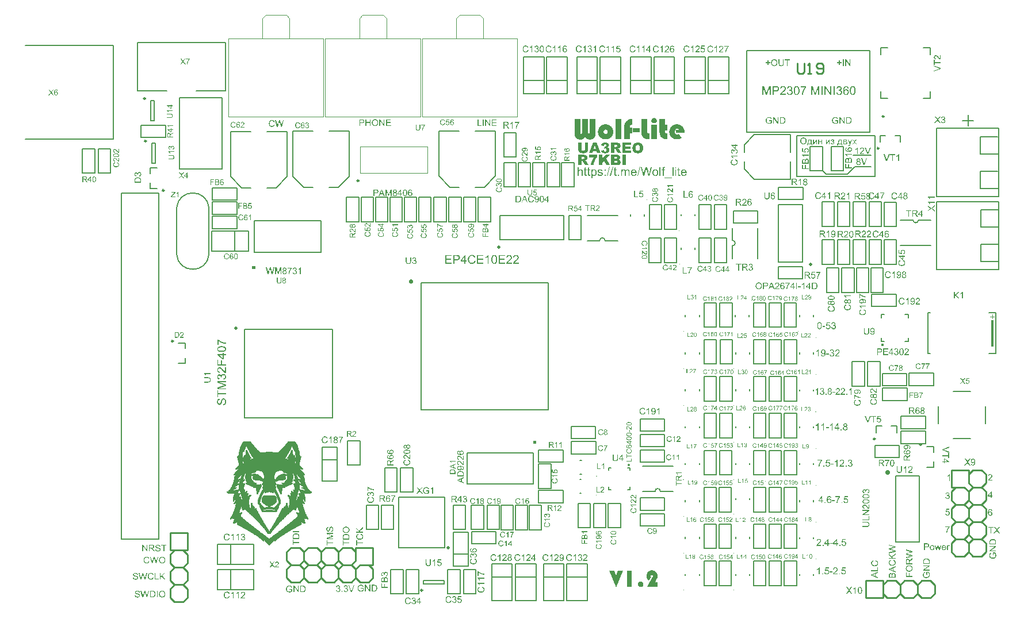
<source format=gto>
G04*
G04 #@! TF.GenerationSoftware,Altium Limited,Altium Designer,21.2.1 (34)*
G04*
G04 Layer_Color=65535*
%FSLAX44Y44*%
%MOMM*%
G71*
G04*
G04 #@! TF.SameCoordinates,F245D831-B60A-471C-B086-0F040D8F8951*
G04*
G04*
G04 #@! TF.FilePolarity,Positive*
G04*
G01*
G75*
%ADD10C,0.2500*%
%ADD11C,0.1000*%
%ADD12C,0.2000*%
%ADD13C,0.5000*%
%ADD14C,0.4000*%
%ADD15C,0.3500*%
%ADD16C,0.7000*%
G04:AMPARAMS|DCode=17|XSize=0.5mm|YSize=0.5mm|CornerRadius=0.25mm|HoleSize=0mm|Usage=FLASHONLY|Rotation=180.000|XOffset=0mm|YOffset=0mm|HoleType=Round|Shape=RoundedRectangle|*
%AMROUNDEDRECTD17*
21,1,0.5000,0.0000,0,0,180.0*
21,1,0.0000,0.5000,0,0,180.0*
1,1,0.5000,0.0000,0.0000*
1,1,0.5000,0.0000,0.0000*
1,1,0.5000,0.0000,0.0000*
1,1,0.5000,0.0000,0.0000*
%
%ADD17ROUNDEDRECTD17*%
%ADD18C,0.2540*%
%ADD19C,0.1270*%
%ADD20C,0.0254*%
%ADD21C,0.1500*%
%ADD22R,0.3250X3.8750*%
G36*
X1340250Y-231003D02*
X1332623D01*
X1332638Y-231017D01*
X1332694Y-231087D01*
X1332779Y-231172D01*
X1332877Y-231313D01*
X1333004Y-231468D01*
X1333145Y-231665D01*
X1333300Y-231891D01*
X1333455Y-232145D01*
Y-232159D01*
X1333469Y-232173D01*
X1333526Y-232258D01*
X1333596Y-232399D01*
X1333681Y-232568D01*
X1333779Y-232765D01*
X1333878Y-232976D01*
X1333977Y-233188D01*
X1334061Y-233400D01*
X1332905D01*
Y-233385D01*
X1332877Y-233357D01*
X1332863Y-233301D01*
X1332821Y-233230D01*
X1332779Y-233146D01*
X1332722Y-233047D01*
X1332581Y-232807D01*
X1332426Y-232525D01*
X1332229Y-232243D01*
X1332003Y-231947D01*
X1331764Y-231651D01*
X1331750Y-231637D01*
X1331735Y-231623D01*
X1331693Y-231581D01*
X1331651Y-231525D01*
X1331510Y-231398D01*
X1331341Y-231229D01*
X1331143Y-231059D01*
X1330918Y-230876D01*
X1330692Y-230721D01*
X1330453Y-230580D01*
Y-229805D01*
X1340250D01*
Y-231003D01*
D02*
G37*
G36*
Y-238587D02*
X1332623D01*
X1332638Y-238601D01*
X1332694Y-238672D01*
X1332779Y-238756D01*
X1332877Y-238897D01*
X1333004Y-239052D01*
X1333145Y-239250D01*
X1333300Y-239475D01*
X1333455Y-239729D01*
Y-239743D01*
X1333469Y-239757D01*
X1333526Y-239842D01*
X1333596Y-239983D01*
X1333681Y-240152D01*
X1333779Y-240349D01*
X1333878Y-240561D01*
X1333977Y-240772D01*
X1334061Y-240984D01*
X1332905D01*
Y-240970D01*
X1332877Y-240941D01*
X1332863Y-240885D01*
X1332821Y-240814D01*
X1332779Y-240730D01*
X1332722Y-240631D01*
X1332581Y-240392D01*
X1332426Y-240110D01*
X1332229Y-239828D01*
X1332003Y-239532D01*
X1331764Y-239236D01*
X1331750Y-239221D01*
X1331735Y-239207D01*
X1331693Y-239165D01*
X1331651Y-239109D01*
X1331510Y-238982D01*
X1331341Y-238813D01*
X1331143Y-238643D01*
X1330918Y-238460D01*
X1330692Y-238305D01*
X1330453Y-238164D01*
Y-237389D01*
X1340250D01*
Y-238587D01*
D02*
G37*
G36*
Y-244156D02*
X1336782Y-246622D01*
X1336768Y-246637D01*
X1336726Y-246665D01*
X1336669Y-246693D01*
X1336599Y-246749D01*
X1336402Y-246876D01*
X1336190Y-247017D01*
X1336204Y-247031D01*
X1336261Y-247073D01*
X1336345Y-247130D01*
X1336458Y-247200D01*
X1336684Y-247355D01*
X1336782Y-247426D01*
X1336867Y-247482D01*
X1340250Y-249949D01*
Y-251500D01*
X1335203Y-247736D01*
X1330495Y-251063D01*
Y-249526D01*
X1333004Y-247750D01*
X1333018D01*
X1333032Y-247722D01*
X1333075Y-247694D01*
X1333131Y-247652D01*
X1333272Y-247567D01*
X1333441Y-247440D01*
X1333638Y-247313D01*
X1333836Y-247186D01*
X1334019Y-247073D01*
X1334188Y-246975D01*
X1334160Y-246961D01*
X1334104Y-246919D01*
X1333991Y-246848D01*
X1333850Y-246749D01*
X1333695Y-246637D01*
X1333497Y-246496D01*
X1333300Y-246355D01*
X1333089Y-246185D01*
X1330495Y-244240D01*
Y-242830D01*
X1335133Y-246214D01*
X1340250Y-242563D01*
Y-244156D01*
D02*
G37*
G36*
X1237208Y-183000D02*
X1235855D01*
X1232077Y-173245D01*
X1233486D01*
X1236024Y-180336D01*
Y-180350D01*
X1236038Y-180378D01*
X1236052Y-180420D01*
X1236080Y-180477D01*
X1236094Y-180561D01*
X1236123Y-180646D01*
X1236193Y-180857D01*
X1236278Y-181097D01*
X1236362Y-181365D01*
X1236531Y-181929D01*
Y-181915D01*
X1236545Y-181886D01*
X1236560Y-181844D01*
X1236574Y-181788D01*
X1236616Y-181633D01*
X1236686Y-181421D01*
X1236757Y-181182D01*
X1236842Y-180914D01*
X1236940Y-180632D01*
X1237053Y-180336D01*
X1239703Y-173245D01*
X1241014D01*
X1237208Y-183000D01*
D02*
G37*
G36*
X1228397Y-173217D02*
X1228510Y-173231D01*
X1228637Y-173245D01*
X1228778Y-173259D01*
X1228919Y-173301D01*
X1229257Y-173386D01*
X1229596Y-173513D01*
X1229765Y-173597D01*
X1229934Y-173696D01*
X1230089Y-173823D01*
X1230244Y-173950D01*
X1230258Y-173964D01*
X1230272Y-173978D01*
X1230315Y-174020D01*
X1230371Y-174077D01*
X1230427Y-174161D01*
X1230498Y-174246D01*
X1230639Y-174457D01*
X1230780Y-174725D01*
X1230907Y-175035D01*
X1231005Y-175388D01*
X1231019Y-175571D01*
X1231033Y-175768D01*
Y-175782D01*
Y-175796D01*
Y-175881D01*
X1231019Y-176008D01*
X1230991Y-176163D01*
X1230949Y-176360D01*
X1230878Y-176558D01*
X1230794Y-176755D01*
X1230667Y-176952D01*
X1230653Y-176981D01*
X1230596Y-177037D01*
X1230512Y-177122D01*
X1230399Y-177234D01*
X1230244Y-177361D01*
X1230061Y-177488D01*
X1229849Y-177615D01*
X1229596Y-177728D01*
X1229610D01*
X1229638Y-177742D01*
X1229680Y-177756D01*
X1229737Y-177784D01*
X1229906Y-177855D01*
X1230103Y-177953D01*
X1230315Y-178094D01*
X1230540Y-178249D01*
X1230752Y-178447D01*
X1230949Y-178672D01*
Y-178686D01*
X1230963Y-178700D01*
X1231019Y-178785D01*
X1231104Y-178926D01*
X1231189Y-179109D01*
X1231273Y-179335D01*
X1231358Y-179603D01*
X1231414Y-179899D01*
X1231428Y-180223D01*
Y-180237D01*
Y-180279D01*
Y-180350D01*
X1231414Y-180434D01*
X1231400Y-180533D01*
X1231386Y-180660D01*
X1231358Y-180801D01*
X1231315Y-180956D01*
X1231217Y-181280D01*
X1231146Y-181463D01*
X1231048Y-181633D01*
X1230949Y-181816D01*
X1230836Y-181985D01*
X1230695Y-182154D01*
X1230540Y-182323D01*
X1230526Y-182337D01*
X1230498Y-182366D01*
X1230455Y-182408D01*
X1230385Y-182450D01*
X1230286Y-182521D01*
X1230188Y-182591D01*
X1230061Y-182662D01*
X1229920Y-182746D01*
X1229765Y-182831D01*
X1229582Y-182901D01*
X1229384Y-182972D01*
X1229187Y-183042D01*
X1228961Y-183085D01*
X1228722Y-183127D01*
X1228482Y-183155D01*
X1228214Y-183169D01*
X1228073D01*
X1227974Y-183155D01*
X1227848Y-183141D01*
X1227707Y-183127D01*
X1227551Y-183099D01*
X1227382Y-183056D01*
X1227002Y-182958D01*
X1226804Y-182887D01*
X1226621Y-182817D01*
X1226424Y-182718D01*
X1226226Y-182605D01*
X1226043Y-182478D01*
X1225874Y-182323D01*
X1225860Y-182309D01*
X1225832Y-182281D01*
X1225789Y-182239D01*
X1225733Y-182168D01*
X1225677Y-182084D01*
X1225592Y-181985D01*
X1225522Y-181872D01*
X1225437Y-181731D01*
X1225352Y-181590D01*
X1225282Y-181421D01*
X1225141Y-181069D01*
X1225085Y-180857D01*
X1225042Y-180646D01*
X1225014Y-180420D01*
X1225000Y-180195D01*
Y-180181D01*
Y-180152D01*
Y-180096D01*
X1225014Y-180040D01*
Y-179955D01*
X1225028Y-179856D01*
X1225056Y-179631D01*
X1225113Y-179377D01*
X1225197Y-179123D01*
X1225324Y-178855D01*
X1225479Y-178602D01*
Y-178588D01*
X1225508Y-178573D01*
X1225564Y-178503D01*
X1225677Y-178390D01*
X1225832Y-178249D01*
X1226029Y-178108D01*
X1226269Y-177953D01*
X1226537Y-177826D01*
X1226861Y-177728D01*
X1226847D01*
X1226833Y-177714D01*
X1226790Y-177700D01*
X1226734Y-177671D01*
X1226607Y-177615D01*
X1226438Y-177530D01*
X1226255Y-177418D01*
X1226071Y-177277D01*
X1225902Y-177122D01*
X1225747Y-176952D01*
X1225733Y-176924D01*
X1225691Y-176868D01*
X1225634Y-176755D01*
X1225578Y-176614D01*
X1225508Y-176431D01*
X1225451Y-176219D01*
X1225409Y-175980D01*
X1225395Y-175726D01*
Y-175712D01*
Y-175684D01*
Y-175627D01*
X1225409Y-175543D01*
X1225423Y-175458D01*
X1225437Y-175345D01*
X1225493Y-175106D01*
X1225578Y-174824D01*
X1225719Y-174528D01*
X1225804Y-174373D01*
X1225902Y-174218D01*
X1226029Y-174077D01*
X1226156Y-173936D01*
X1226170Y-173922D01*
X1226198Y-173907D01*
X1226240Y-173865D01*
X1226297Y-173823D01*
X1226367Y-173766D01*
X1226466Y-173710D01*
X1226579Y-173640D01*
X1226692Y-173569D01*
X1226833Y-173499D01*
X1226988Y-173428D01*
X1227157Y-173372D01*
X1227340Y-173315D01*
X1227735Y-173231D01*
X1227960Y-173217D01*
X1228186Y-173203D01*
X1228313D01*
X1228397Y-173217D01*
D02*
G37*
G36*
X1242612Y-167000D02*
X1241258D01*
X1237480Y-157245D01*
X1238890D01*
X1241428Y-164336D01*
Y-164350D01*
X1241442Y-164378D01*
X1241456Y-164420D01*
X1241484Y-164477D01*
X1241498Y-164561D01*
X1241526Y-164646D01*
X1241597Y-164857D01*
X1241681Y-165097D01*
X1241766Y-165365D01*
X1241935Y-165929D01*
Y-165914D01*
X1241949Y-165886D01*
X1241963Y-165844D01*
X1241977Y-165788D01*
X1242020Y-165633D01*
X1242090Y-165421D01*
X1242161Y-165182D01*
X1242245Y-164914D01*
X1242344Y-164632D01*
X1242457Y-164336D01*
X1245107Y-157245D01*
X1246418D01*
X1242612Y-167000D01*
D02*
G37*
G36*
X1233886Y-157217D02*
X1233998Y-157231D01*
X1234139Y-157245D01*
X1234295Y-157273D01*
X1234450Y-157301D01*
X1234816Y-157400D01*
X1235183Y-157541D01*
X1235366Y-157626D01*
X1235549Y-157724D01*
X1235718Y-157851D01*
X1235873Y-157992D01*
X1235888Y-158006D01*
X1235916Y-158020D01*
X1235944Y-158077D01*
X1236000Y-158133D01*
X1236071Y-158203D01*
X1236141Y-158302D01*
X1236212Y-158401D01*
X1236296Y-158528D01*
X1236437Y-158795D01*
X1236578Y-159134D01*
X1236635Y-159303D01*
X1236663Y-159500D01*
X1236691Y-159698D01*
X1236705Y-159909D01*
Y-159937D01*
Y-160008D01*
X1236691Y-160121D01*
X1236677Y-160276D01*
X1236649Y-160445D01*
X1236592Y-160642D01*
X1236536Y-160854D01*
X1236451Y-161065D01*
X1236437Y-161093D01*
X1236409Y-161164D01*
X1236353Y-161277D01*
X1236268Y-161432D01*
X1236155Y-161601D01*
X1236014Y-161812D01*
X1235845Y-162024D01*
X1235648Y-162263D01*
X1235620Y-162292D01*
X1235549Y-162376D01*
X1235479Y-162447D01*
X1235408Y-162517D01*
X1235324Y-162602D01*
X1235211Y-162715D01*
X1235098Y-162827D01*
X1234957Y-162954D01*
X1234816Y-163095D01*
X1234647Y-163250D01*
X1234464Y-163405D01*
X1234266Y-163589D01*
X1234041Y-163772D01*
X1233815Y-163969D01*
X1233801Y-163983D01*
X1233773Y-164011D01*
X1233717Y-164054D01*
X1233646Y-164110D01*
X1233561Y-164195D01*
X1233463Y-164279D01*
X1233237Y-164463D01*
X1232998Y-164674D01*
X1232772Y-164885D01*
X1232575Y-165069D01*
X1232490Y-165139D01*
X1232420Y-165210D01*
X1232406Y-165224D01*
X1232363Y-165266D01*
X1232307Y-165322D01*
X1232236Y-165407D01*
X1232166Y-165506D01*
X1232081Y-165604D01*
X1231912Y-165844D01*
X1236719D01*
Y-167000D01*
X1230249D01*
Y-166986D01*
Y-166929D01*
Y-166845D01*
X1230263Y-166732D01*
X1230277Y-166605D01*
X1230305Y-166464D01*
X1230333Y-166323D01*
X1230390Y-166168D01*
Y-166154D01*
X1230404Y-166140D01*
X1230432Y-166056D01*
X1230488Y-165929D01*
X1230573Y-165760D01*
X1230686Y-165562D01*
X1230827Y-165337D01*
X1230982Y-165111D01*
X1231179Y-164871D01*
Y-164857D01*
X1231207Y-164843D01*
X1231278Y-164759D01*
X1231405Y-164632D01*
X1231588Y-164448D01*
X1231799Y-164237D01*
X1232067Y-163983D01*
X1232392Y-163701D01*
X1232744Y-163405D01*
X1232758Y-163391D01*
X1232814Y-163349D01*
X1232899Y-163278D01*
X1232998Y-163194D01*
X1233124Y-163081D01*
X1233280Y-162954D01*
X1233435Y-162813D01*
X1233618Y-162658D01*
X1233970Y-162320D01*
X1234323Y-161982D01*
X1234492Y-161812D01*
X1234647Y-161643D01*
X1234788Y-161488D01*
X1234901Y-161333D01*
Y-161319D01*
X1234929Y-161305D01*
X1234957Y-161262D01*
X1234985Y-161206D01*
X1235084Y-161051D01*
X1235197Y-160868D01*
X1235295Y-160642D01*
X1235394Y-160403D01*
X1235451Y-160135D01*
X1235479Y-159881D01*
Y-159867D01*
Y-159853D01*
X1235465Y-159768D01*
X1235451Y-159627D01*
X1235408Y-159472D01*
X1235352Y-159275D01*
X1235253Y-159078D01*
X1235126Y-158880D01*
X1234957Y-158683D01*
X1234929Y-158655D01*
X1234858Y-158598D01*
X1234760Y-158528D01*
X1234605Y-158429D01*
X1234407Y-158344D01*
X1234182Y-158260D01*
X1233914Y-158203D01*
X1233618Y-158189D01*
X1233533D01*
X1233477Y-158203D01*
X1233308Y-158218D01*
X1233110Y-158260D01*
X1232899Y-158316D01*
X1232659Y-158415D01*
X1232434Y-158542D01*
X1232222Y-158711D01*
X1232194Y-158739D01*
X1232138Y-158810D01*
X1232053Y-158922D01*
X1231969Y-159092D01*
X1231870Y-159289D01*
X1231785Y-159543D01*
X1231729Y-159825D01*
X1231701Y-160149D01*
X1230474Y-160022D01*
Y-160008D01*
X1230488Y-159966D01*
Y-159895D01*
X1230502Y-159796D01*
X1230531Y-159684D01*
X1230559Y-159557D01*
X1230601Y-159402D01*
X1230643Y-159247D01*
X1230756Y-158908D01*
X1230925Y-158570D01*
X1231024Y-158401D01*
X1231151Y-158232D01*
X1231278Y-158077D01*
X1231419Y-157936D01*
X1231433Y-157921D01*
X1231461Y-157907D01*
X1231503Y-157865D01*
X1231574Y-157823D01*
X1231658Y-157767D01*
X1231757Y-157710D01*
X1231870Y-157640D01*
X1232011Y-157569D01*
X1232166Y-157499D01*
X1232335Y-157428D01*
X1232518Y-157372D01*
X1232716Y-157315D01*
X1232927Y-157273D01*
X1233153Y-157231D01*
X1233392Y-157217D01*
X1233646Y-157203D01*
X1233787D01*
X1233886Y-157217D01*
D02*
G37*
G36*
X1227345Y-167000D02*
X1226146D01*
Y-159374D01*
X1226132Y-159388D01*
X1226062Y-159444D01*
X1225977Y-159529D01*
X1225836Y-159627D01*
X1225681Y-159754D01*
X1225484Y-159895D01*
X1225258Y-160050D01*
X1225005Y-160205D01*
X1224990D01*
X1224976Y-160219D01*
X1224892Y-160276D01*
X1224751Y-160346D01*
X1224582Y-160431D01*
X1224384Y-160529D01*
X1224173Y-160628D01*
X1223961Y-160727D01*
X1223750Y-160811D01*
Y-159656D01*
X1223764D01*
X1223792Y-159627D01*
X1223849Y-159613D01*
X1223919Y-159571D01*
X1224004Y-159529D01*
X1224102Y-159472D01*
X1224342Y-159331D01*
X1224624Y-159176D01*
X1224906Y-158979D01*
X1225202Y-158753D01*
X1225498Y-158514D01*
X1225512Y-158499D01*
X1225526Y-158485D01*
X1225568Y-158443D01*
X1225625Y-158401D01*
X1225752Y-158260D01*
X1225921Y-158091D01*
X1226090Y-157893D01*
X1226273Y-157668D01*
X1226428Y-157442D01*
X1226569Y-157203D01*
X1227345D01*
Y-167000D01*
D02*
G37*
G36*
X365335Y-116840D02*
X365462Y-116854D01*
X365617Y-116868D01*
X365772Y-116882D01*
X365956Y-116924D01*
X366336Y-117009D01*
X366759Y-117136D01*
X366970Y-117220D01*
X367168Y-117319D01*
X367365Y-117446D01*
X367563Y-117573D01*
X367577Y-117587D01*
X367605Y-117601D01*
X367661Y-117643D01*
X367732Y-117714D01*
X367802Y-117784D01*
X367901Y-117883D01*
X368000Y-117996D01*
X368112Y-118109D01*
X368225Y-118250D01*
X368338Y-118419D01*
X368465Y-118588D01*
X368578Y-118771D01*
X368676Y-118982D01*
X368789Y-119194D01*
X368874Y-119419D01*
X368958Y-119673D01*
X367690Y-119969D01*
Y-119955D01*
X367675Y-119927D01*
X367647Y-119871D01*
X367619Y-119800D01*
X367591Y-119716D01*
X367548Y-119603D01*
X367436Y-119377D01*
X367295Y-119123D01*
X367126Y-118870D01*
X366914Y-118630D01*
X366689Y-118419D01*
X366660Y-118391D01*
X366576Y-118334D01*
X366435Y-118264D01*
X366252Y-118165D01*
X366012Y-118080D01*
X365744Y-117996D01*
X365420Y-117939D01*
X365067Y-117925D01*
X364955D01*
X364884Y-117939D01*
X364785D01*
X364673Y-117954D01*
X364405Y-117996D01*
X364109Y-118052D01*
X363799Y-118151D01*
X363475Y-118292D01*
X363178Y-118475D01*
X363164D01*
X363150Y-118503D01*
X363051Y-118574D01*
X362925Y-118687D01*
X362770Y-118856D01*
X362586Y-119067D01*
X362417Y-119307D01*
X362262Y-119603D01*
X362121Y-119927D01*
Y-119941D01*
X362107Y-119969D01*
X362093Y-120012D01*
X362079Y-120082D01*
X362051Y-120167D01*
X362023Y-120265D01*
X361980Y-120505D01*
X361924Y-120787D01*
X361867Y-121097D01*
X361839Y-121435D01*
X361825Y-121802D01*
Y-121816D01*
Y-121858D01*
Y-121929D01*
Y-122013D01*
X361839Y-122112D01*
Y-122239D01*
X361853Y-122380D01*
X361867Y-122535D01*
X361910Y-122873D01*
X361980Y-123240D01*
X362065Y-123606D01*
X362178Y-123973D01*
Y-123987D01*
X362192Y-124015D01*
X362220Y-124058D01*
X362248Y-124128D01*
X362333Y-124297D01*
X362459Y-124494D01*
X362615Y-124720D01*
X362812Y-124960D01*
X363037Y-125171D01*
X363305Y-125368D01*
X363319D01*
X363348Y-125383D01*
X363390Y-125411D01*
X363446Y-125439D01*
X363517Y-125467D01*
X363601Y-125510D01*
X363799Y-125594D01*
X364052Y-125679D01*
X364334Y-125749D01*
X364645Y-125806D01*
X364969Y-125820D01*
X365067D01*
X365152Y-125806D01*
X365251D01*
X365349Y-125791D01*
X365603Y-125735D01*
X365899Y-125665D01*
X366195Y-125552D01*
X366505Y-125397D01*
X366660Y-125312D01*
X366801Y-125199D01*
X366815Y-125185D01*
X366829Y-125171D01*
X366872Y-125129D01*
X366928Y-125086D01*
X366985Y-125016D01*
X367055Y-124931D01*
X367140Y-124847D01*
X367210Y-124734D01*
X367295Y-124607D01*
X367393Y-124466D01*
X367478Y-124325D01*
X367563Y-124156D01*
X367633Y-123973D01*
X367704Y-123776D01*
X367774Y-123564D01*
X367830Y-123338D01*
X369127Y-123663D01*
Y-123677D01*
X369113Y-123733D01*
X369085Y-123818D01*
X369043Y-123931D01*
X369001Y-124058D01*
X368944Y-124213D01*
X368874Y-124382D01*
X368789Y-124565D01*
X368592Y-124960D01*
X368338Y-125354D01*
X368183Y-125552D01*
X368028Y-125749D01*
X367859Y-125918D01*
X367661Y-126087D01*
X367647Y-126102D01*
X367619Y-126130D01*
X367548Y-126158D01*
X367478Y-126214D01*
X367365Y-126285D01*
X367253Y-126355D01*
X367097Y-126426D01*
X366942Y-126496D01*
X366759Y-126581D01*
X366562Y-126651D01*
X366350Y-126722D01*
X366125Y-126792D01*
X365885Y-126849D01*
X365631Y-126877D01*
X365364Y-126905D01*
X365081Y-126919D01*
X364926D01*
X364814Y-126905D01*
X364687D01*
X364532Y-126891D01*
X364363Y-126863D01*
X364165Y-126835D01*
X363756Y-126764D01*
X363334Y-126651D01*
X362911Y-126496D01*
X362713Y-126398D01*
X362516Y-126285D01*
X362502Y-126271D01*
X362474Y-126257D01*
X362417Y-126214D01*
X362361Y-126158D01*
X362276Y-126102D01*
X362178Y-126017D01*
X362065Y-125918D01*
X361952Y-125806D01*
X361839Y-125679D01*
X361712Y-125552D01*
X361459Y-125227D01*
X361219Y-124847D01*
X361007Y-124424D01*
Y-124410D01*
X360979Y-124368D01*
X360965Y-124297D01*
X360923Y-124213D01*
X360895Y-124100D01*
X360852Y-123959D01*
X360796Y-123804D01*
X360754Y-123635D01*
X360711Y-123451D01*
X360655Y-123240D01*
X360585Y-122803D01*
X360528Y-122309D01*
X360500Y-121802D01*
Y-121788D01*
Y-121732D01*
Y-121647D01*
X360514Y-121548D01*
Y-121407D01*
X360528Y-121266D01*
X360542Y-121083D01*
X360570Y-120900D01*
X360641Y-120491D01*
X360740Y-120040D01*
X360881Y-119589D01*
X361078Y-119152D01*
X361092Y-119138D01*
X361106Y-119095D01*
X361134Y-119039D01*
X361191Y-118968D01*
X361247Y-118870D01*
X361318Y-118757D01*
X361501Y-118503D01*
X361740Y-118221D01*
X362023Y-117939D01*
X362347Y-117657D01*
X362727Y-117418D01*
X362741Y-117404D01*
X362784Y-117390D01*
X362840Y-117361D01*
X362911Y-117319D01*
X363023Y-117277D01*
X363136Y-117234D01*
X363277Y-117178D01*
X363432Y-117122D01*
X363601Y-117065D01*
X363785Y-117009D01*
X364179Y-116924D01*
X364630Y-116854D01*
X365096Y-116826D01*
X365237D01*
X365335Y-116840D01*
D02*
G37*
G36*
X379700Y-126750D02*
X378431D01*
X376387Y-119321D01*
Y-119307D01*
X376373Y-119279D01*
X376359Y-119236D01*
X376345Y-119166D01*
X376303Y-119011D01*
X376260Y-118827D01*
X376204Y-118630D01*
X376148Y-118447D01*
X376105Y-118292D01*
X376091Y-118221D01*
X376077Y-118179D01*
Y-118193D01*
X376063Y-118207D01*
X376049Y-118292D01*
X376021Y-118419D01*
X375979Y-118574D01*
X375936Y-118743D01*
X375880Y-118940D01*
X375838Y-119138D01*
X375781Y-119321D01*
X373723Y-126750D01*
X372370D01*
X369818Y-116995D01*
X371157D01*
X372609Y-123395D01*
Y-123409D01*
X372623Y-123437D01*
X372637Y-123494D01*
X372652Y-123564D01*
X372666Y-123663D01*
X372694Y-123761D01*
X372722Y-123888D01*
X372750Y-124029D01*
X372821Y-124325D01*
X372891Y-124664D01*
X372962Y-125030D01*
X373032Y-125397D01*
Y-125383D01*
X373046Y-125326D01*
X373074Y-125256D01*
X373089Y-125143D01*
X373117Y-125030D01*
X373159Y-124889D01*
X373230Y-124579D01*
X373314Y-124269D01*
X373342Y-124114D01*
X373385Y-123973D01*
X373413Y-123846D01*
X373441Y-123733D01*
X373469Y-123649D01*
X373483Y-123592D01*
X375330Y-116995D01*
X376895D01*
X378276Y-121943D01*
Y-121957D01*
X378304Y-122028D01*
X378333Y-122126D01*
X378361Y-122253D01*
X378403Y-122422D01*
X378460Y-122605D01*
X378516Y-122817D01*
X378572Y-123057D01*
X378643Y-123324D01*
X378699Y-123592D01*
X378826Y-124170D01*
X378953Y-124776D01*
X379052Y-125397D01*
Y-125383D01*
X379066Y-125354D01*
Y-125298D01*
X379094Y-125227D01*
X379108Y-125143D01*
X379136Y-125044D01*
X379150Y-124917D01*
X379193Y-124776D01*
X379263Y-124466D01*
X379348Y-124100D01*
X379432Y-123705D01*
X379545Y-123268D01*
X381068Y-116995D01*
X382379D01*
X379700Y-126750D01*
D02*
G37*
G36*
X510275Y-125500D02*
X508979D01*
Y-120904D01*
X503932D01*
Y-125500D01*
X502635D01*
Y-115745D01*
X503932D01*
Y-119748D01*
X508979D01*
Y-115745D01*
X510275D01*
Y-125500D01*
D02*
G37*
G36*
X530702D02*
X529363D01*
X524260Y-117845D01*
Y-125500D01*
X523019D01*
Y-115745D01*
X524344D01*
X529462Y-123414D01*
Y-115745D01*
X530702D01*
Y-125500D01*
D02*
G37*
G36*
X539950Y-116901D02*
X534184D01*
Y-119875D01*
X539583D01*
Y-121031D01*
X534184D01*
Y-124344D01*
X540175D01*
Y-125500D01*
X532887D01*
Y-115745D01*
X539950D01*
Y-116901D01*
D02*
G37*
G36*
X497715Y-115759D02*
X497955Y-115773D01*
X498208Y-115787D01*
X498448Y-115815D01*
X498660Y-115844D01*
X498688D01*
X498786Y-115872D01*
X498913Y-115900D01*
X499082Y-115942D01*
X499266Y-116013D01*
X499463Y-116097D01*
X499674Y-116196D01*
X499858Y-116309D01*
X499886Y-116323D01*
X499942Y-116365D01*
X500027Y-116450D01*
X500140Y-116548D01*
X500267Y-116675D01*
X500393Y-116844D01*
X500534Y-117028D01*
X500647Y-117239D01*
X500661Y-117267D01*
X500690Y-117338D01*
X500746Y-117465D01*
X500802Y-117634D01*
X500844Y-117831D01*
X500901Y-118057D01*
X500929Y-118310D01*
X500943Y-118578D01*
Y-118593D01*
Y-118635D01*
Y-118691D01*
X500929Y-118790D01*
X500915Y-118889D01*
X500901Y-119015D01*
X500873Y-119156D01*
X500844Y-119311D01*
X500746Y-119636D01*
X500690Y-119805D01*
X500605Y-119988D01*
X500506Y-120171D01*
X500407Y-120340D01*
X500281Y-120510D01*
X500140Y-120679D01*
X500126Y-120693D01*
X500097Y-120721D01*
X500055Y-120763D01*
X499985Y-120806D01*
X499900Y-120876D01*
X499787Y-120947D01*
X499646Y-121031D01*
X499491Y-121102D01*
X499308Y-121186D01*
X499096Y-121271D01*
X498871Y-121341D01*
X498603Y-121398D01*
X498321Y-121454D01*
X498011Y-121496D01*
X497659Y-121525D01*
X497292Y-121539D01*
X494797D01*
Y-125500D01*
X493500D01*
Y-115745D01*
X497504D01*
X497715Y-115759D01*
D02*
G37*
G36*
X516929Y-115590D02*
X517056D01*
X517183Y-115604D01*
X517352Y-115632D01*
X517521Y-115660D01*
X517888Y-115731D01*
X518311Y-115844D01*
X518719Y-116013D01*
X518931Y-116111D01*
X519142Y-116224D01*
X519156Y-116238D01*
X519185Y-116252D01*
X519241Y-116295D01*
X519326Y-116337D01*
X519410Y-116407D01*
X519523Y-116492D01*
X519763Y-116689D01*
X520017Y-116943D01*
X520298Y-117253D01*
X520566Y-117620D01*
X520792Y-118029D01*
Y-118043D01*
X520820Y-118085D01*
X520848Y-118141D01*
X520876Y-118226D01*
X520933Y-118339D01*
X520975Y-118466D01*
X521031Y-118621D01*
X521088Y-118790D01*
X521130Y-118973D01*
X521186Y-119170D01*
X521243Y-119396D01*
X521285Y-119622D01*
X521342Y-120115D01*
X521370Y-120651D01*
Y-120665D01*
Y-120721D01*
Y-120792D01*
X521356Y-120904D01*
Y-121031D01*
X521342Y-121186D01*
X521313Y-121355D01*
X521299Y-121539D01*
X521229Y-121948D01*
X521116Y-122399D01*
X520961Y-122850D01*
X520876Y-123075D01*
X520764Y-123301D01*
Y-123315D01*
X520735Y-123357D01*
X520707Y-123414D01*
X520651Y-123498D01*
X520594Y-123597D01*
X520524Y-123696D01*
X520327Y-123963D01*
X520087Y-124245D01*
X519805Y-124541D01*
X519467Y-124823D01*
X519072Y-125077D01*
X519058D01*
X519030Y-125105D01*
X518959Y-125133D01*
X518875Y-125176D01*
X518776Y-125218D01*
X518663Y-125260D01*
X518522Y-125317D01*
X518367Y-125373D01*
X518198Y-125429D01*
X518015Y-125486D01*
X517606Y-125570D01*
X517169Y-125641D01*
X516704Y-125669D01*
X516563D01*
X516478Y-125655D01*
X516351D01*
X516210Y-125627D01*
X516055Y-125613D01*
X515872Y-125585D01*
X515491Y-125500D01*
X515083Y-125387D01*
X514660Y-125218D01*
X514448Y-125119D01*
X514237Y-125007D01*
X514223Y-124993D01*
X514194Y-124978D01*
X514138Y-124936D01*
X514053Y-124880D01*
X513969Y-124823D01*
X513870Y-124739D01*
X513630Y-124527D01*
X513363Y-124274D01*
X513081Y-123963D01*
X512827Y-123611D01*
X512587Y-123202D01*
Y-123188D01*
X512559Y-123146D01*
X512531Y-123089D01*
X512503Y-123005D01*
X512461Y-122892D01*
X512418Y-122765D01*
X512362Y-122624D01*
X512319Y-122469D01*
X512263Y-122286D01*
X512207Y-122103D01*
X512122Y-121680D01*
X512066Y-121243D01*
X512038Y-120763D01*
Y-120749D01*
Y-120735D01*
Y-120651D01*
X512052Y-120524D01*
Y-120355D01*
X512080Y-120157D01*
X512108Y-119918D01*
X512150Y-119650D01*
X512207Y-119368D01*
X512263Y-119072D01*
X512348Y-118762D01*
X512461Y-118451D01*
X512587Y-118127D01*
X512728Y-117817D01*
X512912Y-117507D01*
X513109Y-117225D01*
X513335Y-116957D01*
X513349Y-116943D01*
X513391Y-116901D01*
X513475Y-116830D01*
X513574Y-116746D01*
X513701Y-116633D01*
X513856Y-116520D01*
X514039Y-116393D01*
X514251Y-116266D01*
X514476Y-116140D01*
X514730Y-116013D01*
X515012Y-115900D01*
X515308Y-115787D01*
X515632Y-115703D01*
X515971Y-115632D01*
X516323Y-115590D01*
X516704Y-115576D01*
X516830D01*
X516929Y-115590D01*
D02*
G37*
G36*
X686292Y-125500D02*
X684974D01*
X679954Y-117970D01*
Y-125500D01*
X678733D01*
Y-115903D01*
X680037D01*
X685071Y-123448D01*
Y-115903D01*
X686292D01*
Y-125500D01*
D02*
G37*
G36*
X695389Y-117040D02*
X689717D01*
Y-119966D01*
X695029D01*
Y-121104D01*
X689717D01*
Y-124363D01*
X695611D01*
Y-125500D01*
X688441D01*
Y-115903D01*
X695389D01*
Y-117040D01*
D02*
G37*
G36*
X676501Y-125500D02*
X675225D01*
Y-115903D01*
X676501D01*
Y-125500D01*
D02*
G37*
G36*
X668776Y-124363D02*
X673505D01*
Y-125500D01*
X667500D01*
Y-115903D01*
X668776D01*
Y-124363D01*
D02*
G37*
G36*
X1191726Y-414545D02*
X1191919Y-414575D01*
X1192156Y-414619D01*
X1192422Y-414693D01*
X1192689Y-414782D01*
X1192955Y-414901D01*
X1192970D01*
X1192985Y-414916D01*
X1193074Y-414960D01*
X1193207Y-415049D01*
X1193355Y-415153D01*
X1193533Y-415301D01*
X1193710Y-415463D01*
X1193888Y-415656D01*
X1194036Y-415878D01*
X1194051Y-415908D01*
X1194096Y-415982D01*
X1194155Y-416115D01*
X1194229Y-416278D01*
X1194303Y-416470D01*
X1194362Y-416693D01*
X1194407Y-416944D01*
X1194421Y-417196D01*
Y-417226D01*
Y-417314D01*
X1194407Y-417433D01*
X1194377Y-417596D01*
X1194333Y-417788D01*
X1194258Y-417996D01*
X1194170Y-418203D01*
X1194051Y-418410D01*
X1194036Y-418440D01*
X1193992Y-418499D01*
X1193903Y-418603D01*
X1193785Y-418721D01*
X1193636Y-418855D01*
X1193459Y-419003D01*
X1193251Y-419136D01*
X1193000Y-419269D01*
X1193015D01*
X1193044Y-419284D01*
X1193089Y-419299D01*
X1193148Y-419314D01*
X1193311Y-419373D01*
X1193518Y-419462D01*
X1193755Y-419580D01*
X1193992Y-419728D01*
X1194214Y-419921D01*
X1194421Y-420143D01*
X1194436Y-420173D01*
X1194495Y-420261D01*
X1194584Y-420409D01*
X1194673Y-420602D01*
X1194762Y-420839D01*
X1194851Y-421120D01*
X1194910Y-421446D01*
X1194925Y-421801D01*
Y-421816D01*
Y-421861D01*
Y-421935D01*
X1194910Y-422024D01*
X1194895Y-422142D01*
X1194866Y-422275D01*
X1194836Y-422423D01*
X1194806Y-422586D01*
X1194688Y-422942D01*
X1194599Y-423134D01*
X1194510Y-423312D01*
X1194392Y-423504D01*
X1194258Y-423697D01*
X1194110Y-423889D01*
X1193933Y-424067D01*
X1193918Y-424082D01*
X1193888Y-424112D01*
X1193829Y-424156D01*
X1193755Y-424215D01*
X1193666Y-424289D01*
X1193548Y-424363D01*
X1193414Y-424452D01*
X1193251Y-424526D01*
X1193089Y-424615D01*
X1192896Y-424704D01*
X1192704Y-424778D01*
X1192481Y-424852D01*
X1192244Y-424911D01*
X1191993Y-424956D01*
X1191741Y-424985D01*
X1191460Y-425000D01*
X1191326D01*
X1191237Y-424985D01*
X1191119Y-424970D01*
X1190986Y-424956D01*
X1190838Y-424926D01*
X1190675Y-424896D01*
X1190319Y-424808D01*
X1189949Y-424659D01*
X1189757Y-424571D01*
X1189579Y-424467D01*
X1189401Y-424334D01*
X1189224Y-424200D01*
X1189209Y-424185D01*
X1189179Y-424156D01*
X1189135Y-424112D01*
X1189090Y-424052D01*
X1189016Y-423978D01*
X1188942Y-423875D01*
X1188853Y-423771D01*
X1188765Y-423638D01*
X1188676Y-423490D01*
X1188587Y-423341D01*
X1188424Y-422986D01*
X1188291Y-422571D01*
X1188246Y-422349D01*
X1188217Y-422112D01*
X1189475Y-421950D01*
Y-421964D01*
X1189490Y-421994D01*
X1189505Y-422053D01*
X1189520Y-422127D01*
X1189535Y-422216D01*
X1189564Y-422320D01*
X1189638Y-422542D01*
X1189742Y-422808D01*
X1189875Y-423060D01*
X1190023Y-423297D01*
X1190201Y-423504D01*
X1190231Y-423519D01*
X1190290Y-423578D01*
X1190408Y-423652D01*
X1190556Y-423727D01*
X1190734Y-423815D01*
X1190956Y-423889D01*
X1191208Y-423949D01*
X1191475Y-423963D01*
X1191563D01*
X1191623Y-423949D01*
X1191785Y-423934D01*
X1191993Y-423889D01*
X1192230Y-423815D01*
X1192481Y-423712D01*
X1192733Y-423564D01*
X1192970Y-423356D01*
X1193000Y-423327D01*
X1193074Y-423238D01*
X1193163Y-423105D01*
X1193281Y-422927D01*
X1193400Y-422705D01*
X1193488Y-422453D01*
X1193562Y-422157D01*
X1193592Y-421831D01*
Y-421816D01*
Y-421787D01*
Y-421742D01*
X1193577Y-421683D01*
X1193562Y-421520D01*
X1193518Y-421328D01*
X1193459Y-421091D01*
X1193355Y-420854D01*
X1193207Y-420617D01*
X1193015Y-420395D01*
X1192985Y-420365D01*
X1192911Y-420306D01*
X1192792Y-420217D01*
X1192629Y-420113D01*
X1192422Y-420010D01*
X1192170Y-419921D01*
X1191889Y-419861D01*
X1191578Y-419832D01*
X1191445D01*
X1191341Y-419847D01*
X1191208Y-419861D01*
X1191060Y-419891D01*
X1190882Y-419921D01*
X1190690Y-419965D01*
X1190838Y-418855D01*
X1190912D01*
X1190971Y-418869D01*
X1191163D01*
X1191326Y-418840D01*
X1191519Y-418810D01*
X1191741Y-418766D01*
X1191993Y-418692D01*
X1192230Y-418588D01*
X1192481Y-418455D01*
X1192496D01*
X1192511Y-418440D01*
X1192585Y-418381D01*
X1192689Y-418277D01*
X1192807Y-418144D01*
X1192926Y-417951D01*
X1193029Y-417729D01*
X1193103Y-417477D01*
X1193133Y-417329D01*
Y-417166D01*
Y-417152D01*
Y-417137D01*
Y-417048D01*
X1193103Y-416930D01*
X1193074Y-416767D01*
X1193015Y-416589D01*
X1192941Y-416396D01*
X1192822Y-416204D01*
X1192659Y-416026D01*
X1192644Y-416011D01*
X1192570Y-415952D01*
X1192467Y-415878D01*
X1192333Y-415789D01*
X1192156Y-415715D01*
X1191948Y-415641D01*
X1191711Y-415582D01*
X1191445Y-415567D01*
X1191326D01*
X1191193Y-415597D01*
X1191015Y-415626D01*
X1190823Y-415686D01*
X1190630Y-415760D01*
X1190423Y-415878D01*
X1190231Y-416026D01*
X1190216Y-416041D01*
X1190156Y-416115D01*
X1190068Y-416219D01*
X1189964Y-416367D01*
X1189860Y-416559D01*
X1189757Y-416796D01*
X1189668Y-417078D01*
X1189609Y-417403D01*
X1188350Y-417181D01*
Y-417166D01*
X1188365Y-417122D01*
X1188380Y-417063D01*
X1188394Y-416974D01*
X1188424Y-416870D01*
X1188468Y-416752D01*
X1188557Y-416470D01*
X1188705Y-416145D01*
X1188883Y-415819D01*
X1189105Y-415508D01*
X1189387Y-415227D01*
X1189401Y-415212D01*
X1189431Y-415197D01*
X1189475Y-415167D01*
X1189535Y-415123D01*
X1189609Y-415064D01*
X1189712Y-415005D01*
X1189816Y-414945D01*
X1189949Y-414871D01*
X1190245Y-414753D01*
X1190586Y-414634D01*
X1190986Y-414560D01*
X1191193Y-414531D01*
X1191563D01*
X1191726Y-414545D01*
D02*
G37*
G36*
X1179213Y-421742D02*
X1175319D01*
Y-420484D01*
X1179213D01*
Y-421742D01*
D02*
G37*
G36*
X1186543Y-415908D02*
X1182441D01*
X1181894Y-418677D01*
X1181908Y-418662D01*
X1181938Y-418647D01*
X1181982Y-418618D01*
X1182057Y-418573D01*
X1182145Y-418529D01*
X1182249Y-418470D01*
X1182486Y-418351D01*
X1182782Y-418233D01*
X1183108Y-418129D01*
X1183463Y-418055D01*
X1183641Y-418025D01*
X1183967D01*
X1184056Y-418040D01*
X1184174Y-418055D01*
X1184307Y-418070D01*
X1184455Y-418099D01*
X1184618Y-418144D01*
X1184974Y-418247D01*
X1185166Y-418321D01*
X1185359Y-418425D01*
X1185551Y-418529D01*
X1185744Y-418647D01*
X1185921Y-418795D01*
X1186099Y-418958D01*
X1186114Y-418973D01*
X1186143Y-419003D01*
X1186188Y-419047D01*
X1186247Y-419121D01*
X1186321Y-419225D01*
X1186395Y-419328D01*
X1186484Y-419462D01*
X1186573Y-419610D01*
X1186647Y-419773D01*
X1186736Y-419950D01*
X1186810Y-420158D01*
X1186884Y-420365D01*
X1186943Y-420587D01*
X1186988Y-420839D01*
X1187017Y-421091D01*
X1187032Y-421357D01*
Y-421372D01*
Y-421416D01*
Y-421490D01*
X1187017Y-421594D01*
X1187002Y-421713D01*
X1186988Y-421846D01*
X1186958Y-422009D01*
X1186928Y-422172D01*
X1186840Y-422557D01*
X1186691Y-422957D01*
X1186603Y-423164D01*
X1186484Y-423356D01*
X1186366Y-423564D01*
X1186218Y-423756D01*
X1186203Y-423771D01*
X1186173Y-423815D01*
X1186114Y-423875D01*
X1186040Y-423949D01*
X1185936Y-424038D01*
X1185818Y-424156D01*
X1185670Y-424260D01*
X1185507Y-424378D01*
X1185329Y-424496D01*
X1185122Y-424600D01*
X1184900Y-424704D01*
X1184663Y-424808D01*
X1184411Y-424882D01*
X1184130Y-424941D01*
X1183833Y-424985D01*
X1183522Y-425000D01*
X1183389D01*
X1183286Y-424985D01*
X1183167Y-424970D01*
X1183034Y-424956D01*
X1182871Y-424941D01*
X1182708Y-424896D01*
X1182338Y-424808D01*
X1181968Y-424674D01*
X1181775Y-424585D01*
X1181583Y-424482D01*
X1181405Y-424363D01*
X1181227Y-424230D01*
X1181212Y-424215D01*
X1181183Y-424200D01*
X1181153Y-424141D01*
X1181094Y-424082D01*
X1181020Y-424008D01*
X1180946Y-423919D01*
X1180857Y-423801D01*
X1180783Y-423667D01*
X1180694Y-423534D01*
X1180605Y-423371D01*
X1180442Y-423016D01*
X1180309Y-422601D01*
X1180265Y-422379D01*
X1180235Y-422142D01*
X1181553Y-422038D01*
Y-422053D01*
Y-422083D01*
X1181568Y-422127D01*
X1181583Y-422201D01*
X1181627Y-422364D01*
X1181686Y-422586D01*
X1181775Y-422808D01*
X1181894Y-423060D01*
X1182042Y-423282D01*
X1182219Y-423490D01*
X1182249Y-423504D01*
X1182308Y-423564D01*
X1182427Y-423638D01*
X1182590Y-423727D01*
X1182767Y-423815D01*
X1182989Y-423889D01*
X1183241Y-423949D01*
X1183522Y-423963D01*
X1183611D01*
X1183671Y-423949D01*
X1183848Y-423934D01*
X1184056Y-423875D01*
X1184307Y-423801D01*
X1184559Y-423682D01*
X1184826Y-423504D01*
X1184944Y-423401D01*
X1185062Y-423282D01*
X1185077Y-423267D01*
X1185092Y-423253D01*
X1185122Y-423208D01*
X1185166Y-423164D01*
X1185270Y-423001D01*
X1185388Y-422794D01*
X1185492Y-422542D01*
X1185596Y-422231D01*
X1185670Y-421861D01*
X1185699Y-421668D01*
Y-421461D01*
Y-421446D01*
Y-421416D01*
Y-421357D01*
X1185685Y-421283D01*
Y-421194D01*
X1185670Y-421091D01*
X1185625Y-420854D01*
X1185551Y-420572D01*
X1185447Y-420291D01*
X1185300Y-420024D01*
X1185092Y-419773D01*
Y-419758D01*
X1185062Y-419743D01*
X1184988Y-419669D01*
X1184855Y-419565D01*
X1184678Y-419447D01*
X1184441Y-419343D01*
X1184174Y-419240D01*
X1183863Y-419166D01*
X1183685Y-419136D01*
X1183404D01*
X1183286Y-419151D01*
X1183138Y-419166D01*
X1182960Y-419210D01*
X1182782Y-419254D01*
X1182590Y-419328D01*
X1182397Y-419417D01*
X1182382Y-419432D01*
X1182323Y-419462D01*
X1182234Y-419536D01*
X1182116Y-419610D01*
X1181997Y-419714D01*
X1181879Y-419847D01*
X1181746Y-419980D01*
X1181642Y-420143D01*
X1180457Y-419980D01*
X1181449Y-414708D01*
X1186543D01*
Y-415908D01*
D02*
G37*
G36*
X1171143Y-414545D02*
X1171335Y-414575D01*
X1171557Y-414619D01*
X1171794Y-414679D01*
X1172046Y-414753D01*
X1172283Y-414871D01*
X1172298D01*
X1172313Y-414886D01*
X1172387Y-414930D01*
X1172505Y-415005D01*
X1172653Y-415108D01*
X1172816Y-415256D01*
X1172994Y-415419D01*
X1173157Y-415612D01*
X1173320Y-415834D01*
X1173334Y-415863D01*
X1173394Y-415937D01*
X1173453Y-416071D01*
X1173557Y-416263D01*
X1173645Y-416485D01*
X1173764Y-416737D01*
X1173867Y-417033D01*
X1173956Y-417359D01*
Y-417374D01*
X1173971Y-417403D01*
X1173986Y-417448D01*
X1174001Y-417522D01*
X1174016Y-417611D01*
X1174030Y-417714D01*
X1174060Y-417848D01*
X1174075Y-417996D01*
X1174105Y-418159D01*
X1174119Y-418336D01*
X1174134Y-418544D01*
X1174164Y-418751D01*
X1174178Y-418988D01*
Y-419225D01*
X1174193Y-419491D01*
Y-419773D01*
Y-419787D01*
Y-419847D01*
Y-419950D01*
Y-420069D01*
X1174178Y-420232D01*
Y-420409D01*
X1174164Y-420602D01*
X1174149Y-420809D01*
X1174105Y-421283D01*
X1174030Y-421772D01*
X1173942Y-422246D01*
X1173882Y-422468D01*
X1173808Y-422690D01*
Y-422705D01*
X1173793Y-422734D01*
X1173764Y-422794D01*
X1173734Y-422868D01*
X1173705Y-422971D01*
X1173645Y-423075D01*
X1173527Y-423327D01*
X1173379Y-423593D01*
X1173186Y-423889D01*
X1172964Y-424156D01*
X1172698Y-424408D01*
X1172683D01*
X1172668Y-424437D01*
X1172624Y-424467D01*
X1172564Y-424496D01*
X1172490Y-424541D01*
X1172416Y-424600D01*
X1172194Y-424704D01*
X1171928Y-424808D01*
X1171617Y-424911D01*
X1171246Y-424970D01*
X1170847Y-425000D01*
X1170699D01*
X1170595Y-424985D01*
X1170476Y-424970D01*
X1170328Y-424941D01*
X1170165Y-424911D01*
X1169988Y-424867D01*
X1169810Y-424808D01*
X1169618Y-424748D01*
X1169425Y-424659D01*
X1169233Y-424556D01*
X1169040Y-424437D01*
X1168848Y-424289D01*
X1168670Y-424126D01*
X1168507Y-423949D01*
X1168492Y-423934D01*
X1168463Y-423889D01*
X1168418Y-423815D01*
X1168344Y-423697D01*
X1168270Y-423564D01*
X1168196Y-423386D01*
X1168092Y-423179D01*
X1168003Y-422942D01*
X1167915Y-422675D01*
X1167826Y-422364D01*
X1167737Y-422024D01*
X1167663Y-421638D01*
X1167589Y-421224D01*
X1167544Y-420780D01*
X1167515Y-420291D01*
X1167500Y-419773D01*
Y-419758D01*
Y-419699D01*
Y-419595D01*
Y-419477D01*
X1167515Y-419314D01*
Y-419136D01*
X1167530Y-418943D01*
X1167544Y-418721D01*
X1167589Y-418262D01*
X1167663Y-417774D01*
X1167752Y-417285D01*
X1167811Y-417063D01*
X1167870Y-416841D01*
Y-416826D01*
X1167885Y-416796D01*
X1167915Y-416737D01*
X1167944Y-416663D01*
X1167974Y-416559D01*
X1168033Y-416456D01*
X1168152Y-416204D01*
X1168300Y-415937D01*
X1168492Y-415656D01*
X1168714Y-415375D01*
X1168981Y-415138D01*
X1168996D01*
X1169010Y-415108D01*
X1169055Y-415079D01*
X1169114Y-415049D01*
X1169188Y-414990D01*
X1169277Y-414945D01*
X1169499Y-414827D01*
X1169766Y-414723D01*
X1170077Y-414619D01*
X1170447Y-414560D01*
X1170847Y-414531D01*
X1170980D01*
X1171143Y-414545D01*
D02*
G37*
G36*
X1189351Y-454837D02*
X1189544Y-454866D01*
X1189781Y-454911D01*
X1190047Y-454985D01*
X1190314Y-455074D01*
X1190580Y-455192D01*
X1190595D01*
X1190610Y-455207D01*
X1190699Y-455252D01*
X1190832Y-455340D01*
X1190980Y-455444D01*
X1191158Y-455592D01*
X1191335Y-455755D01*
X1191513Y-455947D01*
X1191661Y-456170D01*
X1191676Y-456199D01*
X1191720Y-456273D01*
X1191780Y-456407D01*
X1191854Y-456570D01*
X1191928Y-456762D01*
X1191987Y-456984D01*
X1192031Y-457236D01*
X1192046Y-457488D01*
Y-457517D01*
Y-457606D01*
X1192031Y-457724D01*
X1192002Y-457887D01*
X1191957Y-458080D01*
X1191883Y-458287D01*
X1191794Y-458494D01*
X1191676Y-458702D01*
X1191661Y-458731D01*
X1191617Y-458791D01*
X1191528Y-458894D01*
X1191409Y-459013D01*
X1191261Y-459146D01*
X1191084Y-459294D01*
X1190876Y-459427D01*
X1190625Y-459561D01*
X1190639D01*
X1190669Y-459576D01*
X1190713Y-459590D01*
X1190773Y-459605D01*
X1190936Y-459664D01*
X1191143Y-459753D01*
X1191380Y-459872D01*
X1191617Y-460020D01*
X1191839Y-460212D01*
X1192046Y-460434D01*
X1192061Y-460464D01*
X1192120Y-460553D01*
X1192209Y-460701D01*
X1192298Y-460894D01*
X1192387Y-461130D01*
X1192476Y-461412D01*
X1192535Y-461738D01*
X1192550Y-462093D01*
Y-462108D01*
Y-462152D01*
Y-462226D01*
X1192535Y-462315D01*
X1192520Y-462434D01*
X1192490Y-462567D01*
X1192461Y-462715D01*
X1192431Y-462878D01*
X1192313Y-463233D01*
X1192224Y-463426D01*
X1192135Y-463603D01*
X1192017Y-463796D01*
X1191883Y-463988D01*
X1191735Y-464181D01*
X1191557Y-464359D01*
X1191543Y-464373D01*
X1191513Y-464403D01*
X1191454Y-464447D01*
X1191380Y-464507D01*
X1191291Y-464581D01*
X1191172Y-464655D01*
X1191039Y-464744D01*
X1190876Y-464818D01*
X1190713Y-464907D01*
X1190521Y-464995D01*
X1190328Y-465069D01*
X1190106Y-465143D01*
X1189869Y-465203D01*
X1189618Y-465247D01*
X1189366Y-465277D01*
X1189084Y-465291D01*
X1188951D01*
X1188862Y-465277D01*
X1188744Y-465262D01*
X1188611Y-465247D01*
X1188463Y-465218D01*
X1188300Y-465188D01*
X1187944Y-465099D01*
X1187574Y-464951D01*
X1187382Y-464862D01*
X1187204Y-464758D01*
X1187026Y-464625D01*
X1186849Y-464492D01*
X1186834Y-464477D01*
X1186804Y-464447D01*
X1186760Y-464403D01*
X1186715Y-464344D01*
X1186641Y-464270D01*
X1186567Y-464166D01*
X1186478Y-464062D01*
X1186389Y-463929D01*
X1186301Y-463781D01*
X1186212Y-463633D01*
X1186049Y-463278D01*
X1185916Y-462863D01*
X1185871Y-462641D01*
X1185842Y-462404D01*
X1187100Y-462241D01*
Y-462256D01*
X1187115Y-462285D01*
X1187130Y-462345D01*
X1187145Y-462419D01*
X1187159Y-462508D01*
X1187189Y-462611D01*
X1187263Y-462833D01*
X1187367Y-463100D01*
X1187500Y-463352D01*
X1187648Y-463589D01*
X1187826Y-463796D01*
X1187855Y-463811D01*
X1187915Y-463870D01*
X1188033Y-463944D01*
X1188181Y-464018D01*
X1188359Y-464107D01*
X1188581Y-464181D01*
X1188833Y-464240D01*
X1189099Y-464255D01*
X1189188D01*
X1189247Y-464240D01*
X1189410Y-464225D01*
X1189618Y-464181D01*
X1189855Y-464107D01*
X1190106Y-464003D01*
X1190358Y-463855D01*
X1190595Y-463648D01*
X1190625Y-463618D01*
X1190699Y-463529D01*
X1190788Y-463396D01*
X1190906Y-463218D01*
X1191024Y-462996D01*
X1191113Y-462744D01*
X1191187Y-462448D01*
X1191217Y-462122D01*
Y-462108D01*
Y-462078D01*
Y-462034D01*
X1191202Y-461974D01*
X1191187Y-461812D01*
X1191143Y-461619D01*
X1191084Y-461382D01*
X1190980Y-461145D01*
X1190832Y-460908D01*
X1190639Y-460686D01*
X1190610Y-460657D01*
X1190536Y-460597D01*
X1190417Y-460508D01*
X1190254Y-460405D01*
X1190047Y-460301D01*
X1189795Y-460212D01*
X1189514Y-460153D01*
X1189203Y-460123D01*
X1189070D01*
X1188966Y-460138D01*
X1188833Y-460153D01*
X1188685Y-460183D01*
X1188507Y-460212D01*
X1188315Y-460257D01*
X1188463Y-459146D01*
X1188537D01*
X1188596Y-459161D01*
X1188788D01*
X1188951Y-459131D01*
X1189144Y-459102D01*
X1189366Y-459057D01*
X1189618Y-458983D01*
X1189855Y-458880D01*
X1190106Y-458746D01*
X1190121D01*
X1190136Y-458731D01*
X1190210Y-458672D01*
X1190314Y-458569D01*
X1190432Y-458435D01*
X1190551Y-458243D01*
X1190654Y-458021D01*
X1190728Y-457769D01*
X1190758Y-457621D01*
Y-457458D01*
Y-457443D01*
Y-457428D01*
Y-457340D01*
X1190728Y-457221D01*
X1190699Y-457058D01*
X1190639Y-456880D01*
X1190565Y-456688D01*
X1190447Y-456495D01*
X1190284Y-456318D01*
X1190269Y-456303D01*
X1190195Y-456244D01*
X1190091Y-456170D01*
X1189958Y-456081D01*
X1189781Y-456007D01*
X1189573Y-455933D01*
X1189336Y-455873D01*
X1189070Y-455859D01*
X1188951D01*
X1188818Y-455888D01*
X1188640Y-455918D01*
X1188448Y-455977D01*
X1188255Y-456051D01*
X1188048Y-456170D01*
X1187855Y-456318D01*
X1187841Y-456333D01*
X1187781Y-456407D01*
X1187692Y-456510D01*
X1187589Y-456658D01*
X1187485Y-456851D01*
X1187382Y-457088D01*
X1187293Y-457369D01*
X1187234Y-457695D01*
X1185975Y-457473D01*
Y-457458D01*
X1185990Y-457413D01*
X1186004Y-457354D01*
X1186019Y-457266D01*
X1186049Y-457162D01*
X1186093Y-457043D01*
X1186182Y-456762D01*
X1186330Y-456436D01*
X1186508Y-456110D01*
X1186730Y-455799D01*
X1187011Y-455518D01*
X1187026Y-455503D01*
X1187056Y-455489D01*
X1187100Y-455459D01*
X1187159Y-455414D01*
X1187234Y-455355D01*
X1187337Y-455296D01*
X1187441Y-455237D01*
X1187574Y-455163D01*
X1187870Y-455044D01*
X1188211Y-454926D01*
X1188611Y-454852D01*
X1188818Y-454822D01*
X1189188D01*
X1189351Y-454837D01*
D02*
G37*
G36*
X1184805Y-462034D02*
X1180910D01*
Y-460775D01*
X1184805D01*
Y-462034D01*
D02*
G37*
G36*
X1176483Y-454837D02*
X1176557D01*
X1176660Y-454852D01*
X1176912Y-454896D01*
X1177194Y-454955D01*
X1177505Y-455059D01*
X1177815Y-455192D01*
X1178126Y-455370D01*
X1178141D01*
X1178156Y-455400D01*
X1178201Y-455429D01*
X1178260Y-455474D01*
X1178408Y-455592D01*
X1178600Y-455755D01*
X1178793Y-455977D01*
X1179015Y-456244D01*
X1179207Y-456555D01*
X1179385Y-456910D01*
Y-456925D01*
X1179400Y-456954D01*
X1179430Y-457014D01*
X1179459Y-457088D01*
X1179489Y-457191D01*
X1179533Y-457325D01*
X1179563Y-457473D01*
X1179607Y-457636D01*
X1179652Y-457828D01*
X1179696Y-458050D01*
X1179726Y-458287D01*
X1179755Y-458539D01*
X1179785Y-458820D01*
X1179815Y-459117D01*
X1179829Y-459442D01*
Y-459783D01*
Y-459798D01*
Y-459872D01*
Y-459975D01*
Y-460109D01*
X1179815Y-460271D01*
Y-460464D01*
X1179800Y-460686D01*
X1179770Y-460908D01*
X1179726Y-461412D01*
X1179652Y-461945D01*
X1179548Y-462448D01*
X1179474Y-462700D01*
X1179400Y-462922D01*
Y-462937D01*
X1179385Y-462967D01*
X1179355Y-463026D01*
X1179326Y-463115D01*
X1179281Y-463204D01*
X1179222Y-463322D01*
X1179074Y-463574D01*
X1178896Y-463855D01*
X1178689Y-464151D01*
X1178423Y-464433D01*
X1178126Y-464684D01*
X1178112D01*
X1178082Y-464714D01*
X1178038Y-464744D01*
X1177978Y-464773D01*
X1177889Y-464818D01*
X1177801Y-464877D01*
X1177682Y-464936D01*
X1177564Y-464981D01*
X1177282Y-465099D01*
X1176942Y-465203D01*
X1176572Y-465262D01*
X1176157Y-465291D01*
X1176039D01*
X1175965Y-465277D01*
X1175861D01*
X1175742Y-465262D01*
X1175461Y-465203D01*
X1175150Y-465129D01*
X1174824Y-465010D01*
X1174498Y-464847D01*
X1174335Y-464744D01*
X1174187Y-464625D01*
X1174173Y-464610D01*
X1174158Y-464595D01*
X1174113Y-464551D01*
X1174069Y-464507D01*
X1174010Y-464433D01*
X1173936Y-464344D01*
X1173788Y-464137D01*
X1173640Y-463870D01*
X1173492Y-463544D01*
X1173373Y-463174D01*
X1173284Y-462744D01*
X1174498Y-462641D01*
Y-462656D01*
X1174513Y-462685D01*
Y-462715D01*
X1174528Y-462774D01*
X1174573Y-462937D01*
X1174632Y-463115D01*
X1174706Y-463322D01*
X1174809Y-463529D01*
X1174928Y-463722D01*
X1175076Y-463885D01*
X1175091Y-463899D01*
X1175150Y-463944D01*
X1175254Y-464003D01*
X1175372Y-464062D01*
X1175535Y-464137D01*
X1175727Y-464196D01*
X1175950Y-464240D01*
X1176187Y-464255D01*
X1176290D01*
X1176394Y-464240D01*
X1176527Y-464225D01*
X1176690Y-464196D01*
X1176853Y-464151D01*
X1177031Y-464092D01*
X1177194Y-464003D01*
X1177208Y-463988D01*
X1177268Y-463959D01*
X1177356Y-463899D01*
X1177445Y-463811D01*
X1177564Y-463707D01*
X1177682Y-463589D01*
X1177801Y-463455D01*
X1177919Y-463292D01*
X1177934Y-463278D01*
X1177964Y-463204D01*
X1178023Y-463100D01*
X1178082Y-462967D01*
X1178156Y-462789D01*
X1178230Y-462582D01*
X1178304Y-462345D01*
X1178378Y-462078D01*
Y-462063D01*
X1178393Y-462048D01*
Y-462004D01*
X1178408Y-461945D01*
X1178437Y-461797D01*
X1178482Y-461604D01*
X1178512Y-461367D01*
X1178541Y-461116D01*
X1178556Y-460834D01*
X1178571Y-460538D01*
Y-460523D01*
Y-460479D01*
Y-460405D01*
Y-460286D01*
X1178556Y-460316D01*
X1178497Y-460390D01*
X1178408Y-460494D01*
X1178304Y-460642D01*
X1178156Y-460790D01*
X1177978Y-460953D01*
X1177771Y-461116D01*
X1177534Y-461264D01*
X1177505Y-461278D01*
X1177416Y-461323D01*
X1177282Y-461382D01*
X1177120Y-461441D01*
X1176897Y-461515D01*
X1176660Y-461575D01*
X1176394Y-461619D01*
X1176113Y-461634D01*
X1175994D01*
X1175905Y-461619D01*
X1175787Y-461604D01*
X1175668Y-461590D01*
X1175520Y-461560D01*
X1175372Y-461515D01*
X1175032Y-461412D01*
X1174854Y-461338D01*
X1174676Y-461249D01*
X1174484Y-461145D01*
X1174306Y-461012D01*
X1174128Y-460879D01*
X1173965Y-460716D01*
X1173951Y-460701D01*
X1173921Y-460671D01*
X1173891Y-460627D01*
X1173832Y-460553D01*
X1173758Y-460449D01*
X1173684Y-460346D01*
X1173610Y-460212D01*
X1173536Y-460064D01*
X1173447Y-459901D01*
X1173373Y-459724D01*
X1173299Y-459516D01*
X1173225Y-459309D01*
X1173166Y-459072D01*
X1173136Y-458820D01*
X1173107Y-458569D01*
X1173092Y-458287D01*
Y-458272D01*
Y-458213D01*
Y-458139D01*
X1173107Y-458036D01*
X1173121Y-457902D01*
X1173136Y-457739D01*
X1173166Y-457576D01*
X1173210Y-457384D01*
X1173314Y-456999D01*
X1173388Y-456792D01*
X1173477Y-456570D01*
X1173580Y-456362D01*
X1173714Y-456170D01*
X1173847Y-455962D01*
X1174010Y-455785D01*
X1174025Y-455770D01*
X1174054Y-455740D01*
X1174099Y-455696D01*
X1174173Y-455637D01*
X1174261Y-455563D01*
X1174380Y-455474D01*
X1174498Y-455400D01*
X1174647Y-455296D01*
X1174795Y-455207D01*
X1174972Y-455133D01*
X1175372Y-454970D01*
X1175579Y-454911D01*
X1175816Y-454866D01*
X1176053Y-454837D01*
X1176305Y-454822D01*
X1176409D01*
X1176483Y-454837D01*
D02*
G37*
G36*
X1197436D02*
X1197555Y-454852D01*
X1197703Y-454866D01*
X1197866Y-454896D01*
X1198029Y-454926D01*
X1198414Y-455029D01*
X1198799Y-455177D01*
X1198991Y-455266D01*
X1199184Y-455370D01*
X1199361Y-455503D01*
X1199524Y-455651D01*
X1199539Y-455666D01*
X1199569Y-455681D01*
X1199598Y-455740D01*
X1199658Y-455799D01*
X1199732Y-455873D01*
X1199806Y-455977D01*
X1199880Y-456081D01*
X1199968Y-456214D01*
X1200117Y-456495D01*
X1200265Y-456851D01*
X1200324Y-457029D01*
X1200354Y-457236D01*
X1200383Y-457443D01*
X1200398Y-457665D01*
Y-457695D01*
Y-457769D01*
X1200383Y-457887D01*
X1200368Y-458050D01*
X1200339Y-458228D01*
X1200279Y-458435D01*
X1200220Y-458657D01*
X1200131Y-458880D01*
X1200117Y-458909D01*
X1200087Y-458983D01*
X1200028Y-459102D01*
X1199939Y-459265D01*
X1199820Y-459442D01*
X1199672Y-459664D01*
X1199495Y-459887D01*
X1199287Y-460138D01*
X1199258Y-460168D01*
X1199184Y-460257D01*
X1199110Y-460331D01*
X1199036Y-460405D01*
X1198947Y-460494D01*
X1198828Y-460612D01*
X1198710Y-460731D01*
X1198562Y-460864D01*
X1198414Y-461012D01*
X1198236Y-461175D01*
X1198044Y-461338D01*
X1197836Y-461530D01*
X1197599Y-461723D01*
X1197362Y-461930D01*
X1197347Y-461945D01*
X1197318Y-461974D01*
X1197259Y-462019D01*
X1197185Y-462078D01*
X1197096Y-462167D01*
X1196992Y-462256D01*
X1196755Y-462448D01*
X1196503Y-462670D01*
X1196266Y-462893D01*
X1196059Y-463085D01*
X1195970Y-463159D01*
X1195896Y-463233D01*
X1195882Y-463248D01*
X1195837Y-463292D01*
X1195778Y-463352D01*
X1195704Y-463441D01*
X1195630Y-463544D01*
X1195541Y-463648D01*
X1195363Y-463899D01*
X1200413D01*
Y-465114D01*
X1193616D01*
Y-465099D01*
Y-465040D01*
Y-464951D01*
X1193631Y-464832D01*
X1193645Y-464699D01*
X1193675Y-464551D01*
X1193705Y-464403D01*
X1193764Y-464240D01*
Y-464225D01*
X1193779Y-464211D01*
X1193808Y-464122D01*
X1193868Y-463988D01*
X1193956Y-463811D01*
X1194075Y-463603D01*
X1194223Y-463366D01*
X1194386Y-463130D01*
X1194593Y-462878D01*
Y-462863D01*
X1194623Y-462848D01*
X1194697Y-462759D01*
X1194830Y-462626D01*
X1195023Y-462434D01*
X1195245Y-462211D01*
X1195526Y-461945D01*
X1195867Y-461649D01*
X1196237Y-461338D01*
X1196252Y-461323D01*
X1196311Y-461278D01*
X1196400Y-461204D01*
X1196503Y-461116D01*
X1196637Y-460997D01*
X1196800Y-460864D01*
X1196963Y-460716D01*
X1197155Y-460553D01*
X1197525Y-460197D01*
X1197895Y-459842D01*
X1198073Y-459664D01*
X1198236Y-459487D01*
X1198384Y-459324D01*
X1198503Y-459161D01*
Y-459146D01*
X1198532Y-459131D01*
X1198562Y-459087D01*
X1198591Y-459028D01*
X1198695Y-458865D01*
X1198813Y-458672D01*
X1198917Y-458435D01*
X1199021Y-458184D01*
X1199080Y-457902D01*
X1199110Y-457636D01*
Y-457621D01*
Y-457606D01*
X1199095Y-457517D01*
X1199080Y-457369D01*
X1199036Y-457206D01*
X1198976Y-456999D01*
X1198873Y-456792D01*
X1198739Y-456584D01*
X1198562Y-456377D01*
X1198532Y-456347D01*
X1198458Y-456288D01*
X1198354Y-456214D01*
X1198192Y-456110D01*
X1197984Y-456022D01*
X1197747Y-455933D01*
X1197466Y-455873D01*
X1197155Y-455859D01*
X1197066D01*
X1197007Y-455873D01*
X1196829Y-455888D01*
X1196622Y-455933D01*
X1196400Y-455992D01*
X1196148Y-456096D01*
X1195911Y-456229D01*
X1195689Y-456407D01*
X1195659Y-456436D01*
X1195600Y-456510D01*
X1195511Y-456629D01*
X1195422Y-456806D01*
X1195319Y-457014D01*
X1195230Y-457280D01*
X1195171Y-457576D01*
X1195141Y-457917D01*
X1193853Y-457784D01*
Y-457769D01*
X1193868Y-457724D01*
Y-457650D01*
X1193882Y-457547D01*
X1193912Y-457428D01*
X1193942Y-457295D01*
X1193986Y-457132D01*
X1194031Y-456969D01*
X1194149Y-456614D01*
X1194327Y-456259D01*
X1194430Y-456081D01*
X1194564Y-455903D01*
X1194697Y-455740D01*
X1194845Y-455592D01*
X1194860Y-455577D01*
X1194889Y-455563D01*
X1194934Y-455518D01*
X1195008Y-455474D01*
X1195097Y-455414D01*
X1195200Y-455355D01*
X1195319Y-455281D01*
X1195467Y-455207D01*
X1195630Y-455133D01*
X1195807Y-455059D01*
X1196000Y-455000D01*
X1196207Y-454941D01*
X1196429Y-454896D01*
X1196666Y-454852D01*
X1196918Y-454837D01*
X1197185Y-454822D01*
X1197333D01*
X1197436Y-454837D01*
D02*
G37*
G36*
X1169864Y-465114D02*
X1168605D01*
Y-457103D01*
X1168590Y-457117D01*
X1168516Y-457177D01*
X1168427Y-457266D01*
X1168279Y-457369D01*
X1168116Y-457502D01*
X1167909Y-457650D01*
X1167672Y-457813D01*
X1167405Y-457976D01*
X1167391D01*
X1167376Y-457991D01*
X1167287Y-458050D01*
X1167139Y-458124D01*
X1166961Y-458213D01*
X1166754Y-458317D01*
X1166532Y-458420D01*
X1166310Y-458524D01*
X1166087Y-458613D01*
Y-457399D01*
X1166102D01*
X1166132Y-457369D01*
X1166191Y-457354D01*
X1166265Y-457310D01*
X1166354Y-457266D01*
X1166458Y-457206D01*
X1166709Y-457058D01*
X1167005Y-456895D01*
X1167302Y-456688D01*
X1167613Y-456451D01*
X1167924Y-456199D01*
X1167938Y-456185D01*
X1167953Y-456170D01*
X1167998Y-456125D01*
X1168057Y-456081D01*
X1168190Y-455933D01*
X1168368Y-455755D01*
X1168546Y-455548D01*
X1168738Y-455311D01*
X1168901Y-455074D01*
X1169049Y-454822D01*
X1169864D01*
Y-465114D01*
D02*
G37*
G36*
X1174860Y-511709D02*
X1175041Y-511737D01*
X1175263Y-511778D01*
X1175512Y-511848D01*
X1175762Y-511931D01*
X1176012Y-512042D01*
X1176025D01*
X1176039Y-512056D01*
X1176123Y-512097D01*
X1176247Y-512180D01*
X1176386Y-512277D01*
X1176552Y-512416D01*
X1176719Y-512569D01*
X1176885Y-512749D01*
X1177024Y-512957D01*
X1177038Y-512985D01*
X1177079Y-513054D01*
X1177135Y-513179D01*
X1177204Y-513331D01*
X1177273Y-513512D01*
X1177329Y-513720D01*
X1177371Y-513956D01*
X1177384Y-514191D01*
Y-514219D01*
Y-514302D01*
X1177371Y-514413D01*
X1177343Y-514566D01*
X1177301Y-514746D01*
X1177232Y-514940D01*
X1177149Y-515134D01*
X1177038Y-515329D01*
X1177024Y-515356D01*
X1176982Y-515412D01*
X1176899Y-515509D01*
X1176788Y-515620D01*
X1176649Y-515745D01*
X1176483Y-515883D01*
X1176289Y-516008D01*
X1176053Y-516133D01*
X1176067D01*
X1176095Y-516147D01*
X1176136Y-516161D01*
X1176192Y-516175D01*
X1176344Y-516230D01*
X1176538Y-516313D01*
X1176760Y-516424D01*
X1176982Y-516563D01*
X1177190Y-516743D01*
X1177384Y-516951D01*
X1177398Y-516979D01*
X1177454Y-517062D01*
X1177537Y-517201D01*
X1177620Y-517381D01*
X1177703Y-517603D01*
X1177787Y-517867D01*
X1177842Y-518172D01*
X1177856Y-518504D01*
Y-518518D01*
Y-518560D01*
Y-518629D01*
X1177842Y-518712D01*
X1177828Y-518823D01*
X1177801Y-518948D01*
X1177773Y-519087D01*
X1177745Y-519239D01*
X1177634Y-519572D01*
X1177551Y-519753D01*
X1177468Y-519919D01*
X1177357Y-520099D01*
X1177232Y-520280D01*
X1177093Y-520460D01*
X1176927Y-520626D01*
X1176913Y-520640D01*
X1176885Y-520668D01*
X1176830Y-520709D01*
X1176760Y-520765D01*
X1176677Y-520834D01*
X1176566Y-520904D01*
X1176441Y-520987D01*
X1176289Y-521056D01*
X1176136Y-521139D01*
X1175956Y-521223D01*
X1175776Y-521292D01*
X1175568Y-521361D01*
X1175346Y-521417D01*
X1175110Y-521458D01*
X1174874Y-521486D01*
X1174611Y-521500D01*
X1174486D01*
X1174403Y-521486D01*
X1174292Y-521472D01*
X1174167Y-521458D01*
X1174028Y-521431D01*
X1173876Y-521403D01*
X1173543Y-521320D01*
X1173196Y-521181D01*
X1173016Y-521098D01*
X1172850Y-521001D01*
X1172683Y-520876D01*
X1172517Y-520751D01*
X1172503Y-520737D01*
X1172475Y-520709D01*
X1172433Y-520668D01*
X1172392Y-520612D01*
X1172322Y-520543D01*
X1172253Y-520446D01*
X1172170Y-520349D01*
X1172087Y-520224D01*
X1172003Y-520085D01*
X1171920Y-519947D01*
X1171768Y-519614D01*
X1171643Y-519226D01*
X1171601Y-519018D01*
X1171574Y-518796D01*
X1172752Y-518643D01*
Y-518657D01*
X1172766Y-518685D01*
X1172780Y-518740D01*
X1172794Y-518810D01*
X1172808Y-518893D01*
X1172836Y-518990D01*
X1172905Y-519198D01*
X1173002Y-519448D01*
X1173127Y-519683D01*
X1173266Y-519905D01*
X1173432Y-520099D01*
X1173460Y-520113D01*
X1173515Y-520169D01*
X1173626Y-520238D01*
X1173765Y-520307D01*
X1173931Y-520391D01*
X1174139Y-520460D01*
X1174375Y-520515D01*
X1174625Y-520529D01*
X1174708D01*
X1174763Y-520515D01*
X1174916Y-520502D01*
X1175110Y-520460D01*
X1175332Y-520391D01*
X1175568Y-520293D01*
X1175804Y-520155D01*
X1176025Y-519961D01*
X1176053Y-519933D01*
X1176123Y-519850D01*
X1176206Y-519725D01*
X1176317Y-519558D01*
X1176428Y-519350D01*
X1176511Y-519115D01*
X1176580Y-518837D01*
X1176608Y-518532D01*
Y-518518D01*
Y-518491D01*
Y-518449D01*
X1176594Y-518394D01*
X1176580Y-518241D01*
X1176538Y-518061D01*
X1176483Y-517839D01*
X1176386Y-517617D01*
X1176247Y-517395D01*
X1176067Y-517187D01*
X1176039Y-517159D01*
X1175970Y-517104D01*
X1175859Y-517020D01*
X1175706Y-516923D01*
X1175512Y-516826D01*
X1175276Y-516743D01*
X1175013Y-516688D01*
X1174722Y-516660D01*
X1174597D01*
X1174500Y-516674D01*
X1174375Y-516688D01*
X1174236Y-516715D01*
X1174070Y-516743D01*
X1173890Y-516785D01*
X1174028Y-515745D01*
X1174098D01*
X1174153Y-515759D01*
X1174333D01*
X1174486Y-515731D01*
X1174666Y-515703D01*
X1174874Y-515661D01*
X1175110Y-515592D01*
X1175332Y-515495D01*
X1175568Y-515370D01*
X1175582D01*
X1175595Y-515356D01*
X1175665Y-515301D01*
X1175762Y-515204D01*
X1175873Y-515079D01*
X1175984Y-514899D01*
X1176081Y-514691D01*
X1176150Y-514455D01*
X1176178Y-514316D01*
Y-514164D01*
Y-514150D01*
Y-514136D01*
Y-514053D01*
X1176150Y-513942D01*
X1176123Y-513789D01*
X1176067Y-513623D01*
X1175998Y-513442D01*
X1175887Y-513262D01*
X1175734Y-513096D01*
X1175720Y-513082D01*
X1175651Y-513026D01*
X1175554Y-512957D01*
X1175429Y-512874D01*
X1175263Y-512804D01*
X1175069Y-512735D01*
X1174847Y-512680D01*
X1174597Y-512666D01*
X1174486D01*
X1174361Y-512694D01*
X1174195Y-512721D01*
X1174015Y-512777D01*
X1173834Y-512846D01*
X1173640Y-512957D01*
X1173460Y-513096D01*
X1173446Y-513110D01*
X1173390Y-513179D01*
X1173307Y-513276D01*
X1173210Y-513415D01*
X1173113Y-513595D01*
X1173016Y-513817D01*
X1172933Y-514080D01*
X1172877Y-514385D01*
X1171698Y-514178D01*
Y-514164D01*
X1171712Y-514122D01*
X1171726Y-514067D01*
X1171740Y-513983D01*
X1171768Y-513886D01*
X1171809Y-513775D01*
X1171893Y-513512D01*
X1172031Y-513207D01*
X1172198Y-512902D01*
X1172406Y-512610D01*
X1172669Y-512347D01*
X1172683Y-512333D01*
X1172711Y-512319D01*
X1172752Y-512291D01*
X1172808Y-512250D01*
X1172877Y-512194D01*
X1172974Y-512139D01*
X1173071Y-512083D01*
X1173196Y-512014D01*
X1173474Y-511903D01*
X1173793Y-511792D01*
X1174167Y-511723D01*
X1174361Y-511695D01*
X1174708D01*
X1174860Y-511709D01*
D02*
G37*
G36*
X1193721Y-518449D02*
X1190074D01*
Y-517270D01*
X1193721D01*
Y-518449D01*
D02*
G37*
G36*
X1217769Y-521334D02*
X1216590D01*
Y-513831D01*
X1216577Y-513845D01*
X1216507Y-513900D01*
X1216424Y-513983D01*
X1216285Y-514080D01*
X1216133Y-514205D01*
X1215939Y-514344D01*
X1215717Y-514496D01*
X1215467Y-514649D01*
X1215453D01*
X1215439Y-514663D01*
X1215356Y-514718D01*
X1215218Y-514788D01*
X1215051Y-514871D01*
X1214857Y-514968D01*
X1214649Y-515065D01*
X1214441Y-515162D01*
X1214233Y-515245D01*
Y-514108D01*
X1214247D01*
X1214274Y-514080D01*
X1214330Y-514067D01*
X1214399Y-514025D01*
X1214482Y-513983D01*
X1214579Y-513928D01*
X1214815Y-513789D01*
X1215093Y-513637D01*
X1215370Y-513442D01*
X1215661Y-513221D01*
X1215953Y-512985D01*
X1215966Y-512971D01*
X1215980Y-512957D01*
X1216022Y-512915D01*
X1216077Y-512874D01*
X1216202Y-512735D01*
X1216369Y-512569D01*
X1216535Y-512375D01*
X1216715Y-512153D01*
X1216868Y-511931D01*
X1217007Y-511695D01*
X1217769D01*
Y-521334D01*
D02*
G37*
G36*
X1211612D02*
X1210266D01*
Y-519988D01*
X1211612D01*
Y-521334D01*
D02*
G37*
G36*
X1205551Y-511709D02*
X1205662Y-511723D01*
X1205801Y-511737D01*
X1205953Y-511764D01*
X1206106Y-511792D01*
X1206467Y-511889D01*
X1206827Y-512028D01*
X1207007Y-512111D01*
X1207188Y-512208D01*
X1207354Y-512333D01*
X1207507Y-512472D01*
X1207521Y-512486D01*
X1207548Y-512499D01*
X1207576Y-512555D01*
X1207632Y-512610D01*
X1207701Y-512680D01*
X1207770Y-512777D01*
X1207840Y-512874D01*
X1207923Y-512999D01*
X1208061Y-513262D01*
X1208200Y-513595D01*
X1208255Y-513761D01*
X1208283Y-513956D01*
X1208311Y-514150D01*
X1208325Y-514358D01*
Y-514385D01*
Y-514455D01*
X1208311Y-514566D01*
X1208297Y-514718D01*
X1208269Y-514885D01*
X1208214Y-515079D01*
X1208158Y-515287D01*
X1208075Y-515495D01*
X1208061Y-515523D01*
X1208034Y-515592D01*
X1207978Y-515703D01*
X1207895Y-515856D01*
X1207784Y-516022D01*
X1207645Y-516230D01*
X1207479Y-516438D01*
X1207285Y-516674D01*
X1207257Y-516702D01*
X1207188Y-516785D01*
X1207118Y-516854D01*
X1207049Y-516923D01*
X1206966Y-517007D01*
X1206855Y-517118D01*
X1206744Y-517229D01*
X1206605Y-517353D01*
X1206467Y-517492D01*
X1206300Y-517645D01*
X1206120Y-517797D01*
X1205926Y-517977D01*
X1205704Y-518158D01*
X1205482Y-518352D01*
X1205468Y-518366D01*
X1205440Y-518394D01*
X1205385Y-518435D01*
X1205315Y-518491D01*
X1205232Y-518574D01*
X1205135Y-518657D01*
X1204913Y-518837D01*
X1204678Y-519045D01*
X1204456Y-519253D01*
X1204261Y-519434D01*
X1204178Y-519503D01*
X1204109Y-519572D01*
X1204095Y-519586D01*
X1204053Y-519628D01*
X1203998Y-519683D01*
X1203929Y-519766D01*
X1203859Y-519864D01*
X1203776Y-519961D01*
X1203610Y-520196D01*
X1208339D01*
Y-521334D01*
X1201973D01*
Y-521320D01*
Y-521264D01*
Y-521181D01*
X1201987Y-521070D01*
X1202001Y-520945D01*
X1202029Y-520807D01*
X1202056Y-520668D01*
X1202112Y-520515D01*
Y-520502D01*
X1202126Y-520488D01*
X1202153Y-520404D01*
X1202209Y-520280D01*
X1202292Y-520113D01*
X1202403Y-519919D01*
X1202542Y-519697D01*
X1202694Y-519475D01*
X1202888Y-519239D01*
Y-519226D01*
X1202916Y-519212D01*
X1202986Y-519128D01*
X1203110Y-519004D01*
X1203291Y-518823D01*
X1203499Y-518615D01*
X1203762Y-518366D01*
X1204081Y-518088D01*
X1204428Y-517797D01*
X1204442Y-517783D01*
X1204497Y-517742D01*
X1204580Y-517672D01*
X1204678Y-517589D01*
X1204802Y-517478D01*
X1204955Y-517353D01*
X1205107Y-517215D01*
X1205288Y-517062D01*
X1205634Y-516729D01*
X1205981Y-516396D01*
X1206148Y-516230D01*
X1206300Y-516064D01*
X1206439Y-515911D01*
X1206550Y-515759D01*
Y-515745D01*
X1206578Y-515731D01*
X1206605Y-515689D01*
X1206633Y-515634D01*
X1206730Y-515481D01*
X1206841Y-515301D01*
X1206938Y-515079D01*
X1207035Y-514843D01*
X1207091Y-514580D01*
X1207118Y-514330D01*
Y-514316D01*
Y-514302D01*
X1207104Y-514219D01*
X1207091Y-514080D01*
X1207049Y-513928D01*
X1206993Y-513734D01*
X1206896Y-513540D01*
X1206772Y-513345D01*
X1206605Y-513151D01*
X1206578Y-513124D01*
X1206508Y-513068D01*
X1206411Y-512999D01*
X1206258Y-512902D01*
X1206064Y-512818D01*
X1205842Y-512735D01*
X1205579Y-512680D01*
X1205288Y-512666D01*
X1205204D01*
X1205149Y-512680D01*
X1204983Y-512694D01*
X1204788Y-512735D01*
X1204580Y-512791D01*
X1204345Y-512888D01*
X1204123Y-513013D01*
X1203915Y-513179D01*
X1203887Y-513207D01*
X1203831Y-513276D01*
X1203748Y-513387D01*
X1203665Y-513553D01*
X1203568Y-513748D01*
X1203485Y-513997D01*
X1203429Y-514275D01*
X1203402Y-514594D01*
X1202195Y-514469D01*
Y-514455D01*
X1202209Y-514413D01*
Y-514344D01*
X1202223Y-514247D01*
X1202251Y-514136D01*
X1202278Y-514011D01*
X1202320Y-513858D01*
X1202362Y-513706D01*
X1202472Y-513373D01*
X1202639Y-513040D01*
X1202736Y-512874D01*
X1202861Y-512707D01*
X1202986Y-512555D01*
X1203124Y-512416D01*
X1203138Y-512402D01*
X1203166Y-512388D01*
X1203207Y-512347D01*
X1203277Y-512305D01*
X1203360Y-512250D01*
X1203457Y-512194D01*
X1203568Y-512125D01*
X1203707Y-512056D01*
X1203859Y-511986D01*
X1204026Y-511917D01*
X1204206Y-511861D01*
X1204400Y-511806D01*
X1204608Y-511764D01*
X1204830Y-511723D01*
X1205066Y-511709D01*
X1205315Y-511695D01*
X1205454D01*
X1205551Y-511709D01*
D02*
G37*
G36*
X1198090D02*
X1198201Y-511723D01*
X1198340Y-511737D01*
X1198492Y-511764D01*
X1198645Y-511792D01*
X1199005Y-511889D01*
X1199366Y-512028D01*
X1199546Y-512111D01*
X1199726Y-512208D01*
X1199893Y-512333D01*
X1200045Y-512472D01*
X1200059Y-512486D01*
X1200087Y-512499D01*
X1200115Y-512555D01*
X1200170Y-512610D01*
X1200240Y-512680D01*
X1200309Y-512777D01*
X1200378Y-512874D01*
X1200462Y-512999D01*
X1200600Y-513262D01*
X1200739Y-513595D01*
X1200794Y-513761D01*
X1200822Y-513956D01*
X1200850Y-514150D01*
X1200864Y-514358D01*
Y-514385D01*
Y-514455D01*
X1200850Y-514566D01*
X1200836Y-514718D01*
X1200808Y-514885D01*
X1200753Y-515079D01*
X1200697Y-515287D01*
X1200614Y-515495D01*
X1200600Y-515523D01*
X1200573Y-515592D01*
X1200517Y-515703D01*
X1200434Y-515856D01*
X1200323Y-516022D01*
X1200184Y-516230D01*
X1200018Y-516438D01*
X1199824Y-516674D01*
X1199796Y-516702D01*
X1199726Y-516785D01*
X1199657Y-516854D01*
X1199588Y-516923D01*
X1199505Y-517007D01*
X1199394Y-517118D01*
X1199283Y-517229D01*
X1199144Y-517353D01*
X1199005Y-517492D01*
X1198839Y-517645D01*
X1198659Y-517797D01*
X1198465Y-517977D01*
X1198243Y-518158D01*
X1198021Y-518352D01*
X1198007Y-518366D01*
X1197979Y-518394D01*
X1197924Y-518435D01*
X1197854Y-518491D01*
X1197771Y-518574D01*
X1197674Y-518657D01*
X1197452Y-518837D01*
X1197216Y-519045D01*
X1196994Y-519253D01*
X1196800Y-519434D01*
X1196717Y-519503D01*
X1196648Y-519572D01*
X1196634Y-519586D01*
X1196592Y-519628D01*
X1196537Y-519683D01*
X1196467Y-519766D01*
X1196398Y-519864D01*
X1196315Y-519961D01*
X1196148Y-520196D01*
X1200878D01*
Y-521334D01*
X1194512D01*
Y-521320D01*
Y-521264D01*
Y-521181D01*
X1194526Y-521070D01*
X1194540Y-520945D01*
X1194567Y-520807D01*
X1194595Y-520668D01*
X1194651Y-520515D01*
Y-520502D01*
X1194665Y-520488D01*
X1194692Y-520404D01*
X1194748Y-520280D01*
X1194831Y-520113D01*
X1194942Y-519919D01*
X1195081Y-519697D01*
X1195233Y-519475D01*
X1195427Y-519239D01*
Y-519226D01*
X1195455Y-519212D01*
X1195524Y-519128D01*
X1195649Y-519004D01*
X1195829Y-518823D01*
X1196038Y-518615D01*
X1196301Y-518366D01*
X1196620Y-518088D01*
X1196967Y-517797D01*
X1196981Y-517783D01*
X1197036Y-517742D01*
X1197119Y-517672D01*
X1197216Y-517589D01*
X1197341Y-517478D01*
X1197494Y-517353D01*
X1197646Y-517215D01*
X1197827Y-517062D01*
X1198173Y-516729D01*
X1198520Y-516396D01*
X1198686Y-516230D01*
X1198839Y-516064D01*
X1198978Y-515911D01*
X1199089Y-515759D01*
Y-515745D01*
X1199116Y-515731D01*
X1199144Y-515689D01*
X1199172Y-515634D01*
X1199269Y-515481D01*
X1199380Y-515301D01*
X1199477Y-515079D01*
X1199574Y-514843D01*
X1199629Y-514580D01*
X1199657Y-514330D01*
Y-514316D01*
Y-514302D01*
X1199643Y-514219D01*
X1199629Y-514080D01*
X1199588Y-513928D01*
X1199532Y-513734D01*
X1199435Y-513540D01*
X1199310Y-513345D01*
X1199144Y-513151D01*
X1199116Y-513124D01*
X1199047Y-513068D01*
X1198950Y-512999D01*
X1198797Y-512902D01*
X1198603Y-512818D01*
X1198381Y-512735D01*
X1198118Y-512680D01*
X1197827Y-512666D01*
X1197743D01*
X1197688Y-512680D01*
X1197521Y-512694D01*
X1197327Y-512735D01*
X1197119Y-512791D01*
X1196883Y-512888D01*
X1196662Y-513013D01*
X1196453Y-513179D01*
X1196426Y-513207D01*
X1196370Y-513276D01*
X1196287Y-513387D01*
X1196204Y-513553D01*
X1196107Y-513748D01*
X1196024Y-513997D01*
X1195968Y-514275D01*
X1195940Y-514594D01*
X1194734Y-514469D01*
Y-514455D01*
X1194748Y-514413D01*
Y-514344D01*
X1194762Y-514247D01*
X1194789Y-514136D01*
X1194817Y-514011D01*
X1194859Y-513858D01*
X1194900Y-513706D01*
X1195011Y-513373D01*
X1195178Y-513040D01*
X1195275Y-512874D01*
X1195399Y-512707D01*
X1195524Y-512555D01*
X1195663Y-512416D01*
X1195677Y-512402D01*
X1195705Y-512388D01*
X1195746Y-512347D01*
X1195816Y-512305D01*
X1195899Y-512250D01*
X1195996Y-512194D01*
X1196107Y-512125D01*
X1196245Y-512056D01*
X1196398Y-511986D01*
X1196564Y-511917D01*
X1196745Y-511861D01*
X1196939Y-511806D01*
X1197147Y-511764D01*
X1197369Y-511723D01*
X1197605Y-511709D01*
X1197854Y-511695D01*
X1197993D01*
X1198090Y-511709D01*
D02*
G37*
G36*
X1181032Y-521334D02*
X1179687D01*
Y-519988D01*
X1181032D01*
Y-521334D01*
D02*
G37*
G36*
X1168536D02*
X1167358D01*
Y-513831D01*
X1167344Y-513845D01*
X1167274Y-513900D01*
X1167191Y-513983D01*
X1167053Y-514080D01*
X1166900Y-514205D01*
X1166706Y-514344D01*
X1166484Y-514496D01*
X1166234Y-514649D01*
X1166220D01*
X1166207Y-514663D01*
X1166123Y-514718D01*
X1165985Y-514788D01*
X1165818Y-514871D01*
X1165624Y-514968D01*
X1165416Y-515065D01*
X1165208Y-515162D01*
X1165000Y-515245D01*
Y-514108D01*
X1165014D01*
X1165042Y-514080D01*
X1165097Y-514067D01*
X1165166Y-514025D01*
X1165250Y-513983D01*
X1165347Y-513928D01*
X1165583Y-513789D01*
X1165860Y-513637D01*
X1166137Y-513442D01*
X1166429Y-513221D01*
X1166720Y-512985D01*
X1166734Y-512971D01*
X1166747Y-512957D01*
X1166789Y-512915D01*
X1166844Y-512874D01*
X1166969Y-512735D01*
X1167136Y-512569D01*
X1167302Y-512375D01*
X1167483Y-512153D01*
X1167635Y-511931D01*
X1167774Y-511695D01*
X1168536D01*
Y-521334D01*
D02*
G37*
G36*
X1186080Y-511709D02*
X1186191Y-511723D01*
X1186316Y-511737D01*
X1186454Y-511750D01*
X1186593Y-511792D01*
X1186926Y-511875D01*
X1187259Y-512000D01*
X1187425Y-512083D01*
X1187592Y-512180D01*
X1187744Y-512305D01*
X1187897Y-512430D01*
X1187911Y-512444D01*
X1187924Y-512458D01*
X1187966Y-512499D01*
X1188022Y-512555D01*
X1188077Y-512638D01*
X1188146Y-512721D01*
X1188285Y-512929D01*
X1188424Y-513193D01*
X1188549Y-513498D01*
X1188646Y-513845D01*
X1188660Y-514025D01*
X1188673Y-514219D01*
Y-514233D01*
Y-514247D01*
Y-514330D01*
X1188660Y-514455D01*
X1188632Y-514607D01*
X1188590Y-514802D01*
X1188521Y-514996D01*
X1188438Y-515190D01*
X1188313Y-515384D01*
X1188299Y-515412D01*
X1188243Y-515467D01*
X1188160Y-515550D01*
X1188049Y-515661D01*
X1187897Y-515786D01*
X1187716Y-515911D01*
X1187508Y-516036D01*
X1187259Y-516147D01*
X1187273D01*
X1187300Y-516161D01*
X1187342Y-516175D01*
X1187398Y-516202D01*
X1187564Y-516272D01*
X1187758Y-516369D01*
X1187966Y-516507D01*
X1188188Y-516660D01*
X1188396Y-516854D01*
X1188590Y-517076D01*
Y-517090D01*
X1188604Y-517104D01*
X1188660Y-517187D01*
X1188743Y-517326D01*
X1188826Y-517506D01*
X1188909Y-517728D01*
X1188992Y-517991D01*
X1189048Y-518283D01*
X1189062Y-518601D01*
Y-518615D01*
Y-518657D01*
Y-518726D01*
X1189048Y-518810D01*
X1189034Y-518907D01*
X1189020Y-519031D01*
X1188992Y-519170D01*
X1188951Y-519323D01*
X1188854Y-519642D01*
X1188784Y-519822D01*
X1188687Y-519988D01*
X1188590Y-520169D01*
X1188479Y-520335D01*
X1188341Y-520502D01*
X1188188Y-520668D01*
X1188174Y-520682D01*
X1188146Y-520709D01*
X1188105Y-520751D01*
X1188035Y-520793D01*
X1187938Y-520862D01*
X1187841Y-520931D01*
X1187716Y-521001D01*
X1187578Y-521084D01*
X1187425Y-521167D01*
X1187245Y-521236D01*
X1187051Y-521306D01*
X1186857Y-521375D01*
X1186635Y-521417D01*
X1186399Y-521458D01*
X1186163Y-521486D01*
X1185900Y-521500D01*
X1185761D01*
X1185664Y-521486D01*
X1185539Y-521472D01*
X1185400Y-521458D01*
X1185248Y-521431D01*
X1185081Y-521389D01*
X1184707Y-521292D01*
X1184513Y-521223D01*
X1184333Y-521153D01*
X1184138Y-521056D01*
X1183944Y-520945D01*
X1183764Y-520820D01*
X1183597Y-520668D01*
X1183584Y-520654D01*
X1183556Y-520626D01*
X1183514Y-520585D01*
X1183459Y-520515D01*
X1183403Y-520432D01*
X1183320Y-520335D01*
X1183251Y-520224D01*
X1183168Y-520085D01*
X1183084Y-519947D01*
X1183015Y-519780D01*
X1182876Y-519434D01*
X1182821Y-519226D01*
X1182779Y-519018D01*
X1182752Y-518796D01*
X1182738Y-518574D01*
Y-518560D01*
Y-518532D01*
Y-518477D01*
X1182752Y-518421D01*
Y-518338D01*
X1182765Y-518241D01*
X1182793Y-518019D01*
X1182849Y-517769D01*
X1182932Y-517520D01*
X1183057Y-517256D01*
X1183209Y-517007D01*
Y-516993D01*
X1183237Y-516979D01*
X1183292Y-516910D01*
X1183403Y-516799D01*
X1183556Y-516660D01*
X1183750Y-516521D01*
X1183986Y-516369D01*
X1184249Y-516244D01*
X1184568Y-516147D01*
X1184555D01*
X1184541Y-516133D01*
X1184499Y-516119D01*
X1184444Y-516091D01*
X1184319Y-516036D01*
X1184152Y-515953D01*
X1183972Y-515842D01*
X1183792Y-515703D01*
X1183625Y-515550D01*
X1183473Y-515384D01*
X1183459Y-515356D01*
X1183417Y-515301D01*
X1183362Y-515190D01*
X1183306Y-515051D01*
X1183237Y-514871D01*
X1183182Y-514663D01*
X1183140Y-514427D01*
X1183126Y-514178D01*
Y-514164D01*
Y-514136D01*
Y-514080D01*
X1183140Y-513997D01*
X1183154Y-513914D01*
X1183168Y-513803D01*
X1183223Y-513567D01*
X1183306Y-513290D01*
X1183445Y-512999D01*
X1183528Y-512846D01*
X1183625Y-512694D01*
X1183750Y-512555D01*
X1183875Y-512416D01*
X1183889Y-512402D01*
X1183916Y-512388D01*
X1183958Y-512347D01*
X1184014Y-512305D01*
X1184083Y-512250D01*
X1184180Y-512194D01*
X1184291Y-512125D01*
X1184402Y-512056D01*
X1184541Y-511986D01*
X1184693Y-511917D01*
X1184860Y-511861D01*
X1185040Y-511806D01*
X1185428Y-511723D01*
X1185650Y-511709D01*
X1185872Y-511695D01*
X1185997D01*
X1186080Y-511709D01*
D02*
G37*
G36*
X1184468Y-570742D02*
X1180573D01*
Y-569483D01*
X1184468D01*
Y-570742D01*
D02*
G37*
G36*
X1203570Y-573822D02*
X1202134D01*
Y-572386D01*
X1203570D01*
Y-573822D01*
D02*
G37*
G36*
X1198743Y-570209D02*
X1200135D01*
Y-571364D01*
X1198743D01*
Y-573822D01*
X1197484D01*
Y-571364D01*
X1193027D01*
Y-570209D01*
X1197721Y-563575D01*
X1198743D01*
Y-570209D01*
D02*
G37*
G36*
X1190228Y-573822D02*
X1188969D01*
Y-565811D01*
X1188954Y-565826D01*
X1188880Y-565885D01*
X1188792Y-565974D01*
X1188643Y-566078D01*
X1188481Y-566211D01*
X1188273Y-566359D01*
X1188036Y-566522D01*
X1187770Y-566685D01*
X1187755D01*
X1187740Y-566700D01*
X1187651Y-566759D01*
X1187503Y-566833D01*
X1187326Y-566922D01*
X1187118Y-567025D01*
X1186896Y-567129D01*
X1186674Y-567233D01*
X1186452Y-567322D01*
Y-566107D01*
X1186467D01*
X1186496Y-566078D01*
X1186555Y-566063D01*
X1186630Y-566018D01*
X1186718Y-565974D01*
X1186822Y-565915D01*
X1187074Y-565767D01*
X1187370Y-565604D01*
X1187666Y-565396D01*
X1187977Y-565159D01*
X1188288Y-564908D01*
X1188303Y-564893D01*
X1188318Y-564878D01*
X1188362Y-564834D01*
X1188421Y-564789D01*
X1188555Y-564641D01*
X1188732Y-564464D01*
X1188910Y-564256D01*
X1189102Y-564019D01*
X1189265Y-563782D01*
X1189414Y-563531D01*
X1190228D01*
Y-573822D01*
D02*
G37*
G36*
X1177493D02*
X1176234D01*
Y-565811D01*
X1176219Y-565826D01*
X1176145Y-565885D01*
X1176057Y-565974D01*
X1175908Y-566078D01*
X1175745Y-566211D01*
X1175538Y-566359D01*
X1175301Y-566522D01*
X1175035Y-566685D01*
X1175020D01*
X1175005Y-566700D01*
X1174916Y-566759D01*
X1174768Y-566833D01*
X1174591Y-566922D01*
X1174383Y-567025D01*
X1174161Y-567129D01*
X1173939Y-567233D01*
X1173717Y-567322D01*
Y-566107D01*
X1173732D01*
X1173761Y-566078D01*
X1173820Y-566063D01*
X1173895Y-566018D01*
X1173983Y-565974D01*
X1174087Y-565915D01*
X1174339Y-565767D01*
X1174635Y-565604D01*
X1174931Y-565396D01*
X1175242Y-565159D01*
X1175553Y-564908D01*
X1175568Y-564893D01*
X1175583Y-564878D01*
X1175627Y-564834D01*
X1175686Y-564789D01*
X1175820Y-564641D01*
X1175997Y-564464D01*
X1176175Y-564256D01*
X1176367Y-564019D01*
X1176530Y-563782D01*
X1176678Y-563531D01*
X1177493D01*
Y-573822D01*
D02*
G37*
G36*
X1169526D02*
X1168267D01*
Y-565811D01*
X1168253Y-565826D01*
X1168178Y-565885D01*
X1168090Y-565974D01*
X1167942Y-566078D01*
X1167779Y-566211D01*
X1167571Y-566359D01*
X1167335Y-566522D01*
X1167068Y-566685D01*
X1167053D01*
X1167038Y-566700D01*
X1166949Y-566759D01*
X1166801Y-566833D01*
X1166624Y-566922D01*
X1166416Y-567025D01*
X1166194Y-567129D01*
X1165972Y-567233D01*
X1165750Y-567322D01*
Y-566107D01*
X1165765D01*
X1165794Y-566078D01*
X1165854Y-566063D01*
X1165928Y-566018D01*
X1166016Y-565974D01*
X1166120Y-565915D01*
X1166372Y-565767D01*
X1166668Y-565604D01*
X1166964Y-565396D01*
X1167275Y-565159D01*
X1167586Y-564908D01*
X1167601Y-564893D01*
X1167616Y-564878D01*
X1167660Y-564834D01*
X1167719Y-564789D01*
X1167853Y-564641D01*
X1168030Y-564464D01*
X1168208Y-564256D01*
X1168401Y-564019D01*
X1168564Y-563782D01*
X1168712Y-563531D01*
X1169526D01*
Y-573822D01*
D02*
G37*
G36*
X1208960Y-563545D02*
X1209079Y-563560D01*
X1209212Y-563575D01*
X1209360Y-563590D01*
X1209508Y-563634D01*
X1209864Y-563723D01*
X1210219Y-563856D01*
X1210397Y-563945D01*
X1210574Y-564049D01*
X1210737Y-564182D01*
X1210900Y-564315D01*
X1210915Y-564330D01*
X1210930Y-564345D01*
X1210974Y-564389D01*
X1211033Y-564449D01*
X1211093Y-564538D01*
X1211167Y-564626D01*
X1211315Y-564849D01*
X1211463Y-565130D01*
X1211596Y-565456D01*
X1211700Y-565826D01*
X1211715Y-566018D01*
X1211730Y-566226D01*
Y-566241D01*
Y-566255D01*
Y-566344D01*
X1211715Y-566477D01*
X1211685Y-566640D01*
X1211641Y-566848D01*
X1211567Y-567055D01*
X1211478Y-567262D01*
X1211344Y-567470D01*
X1211330Y-567499D01*
X1211270Y-567558D01*
X1211182Y-567647D01*
X1211063Y-567766D01*
X1210900Y-567899D01*
X1210708Y-568032D01*
X1210486Y-568166D01*
X1210219Y-568284D01*
X1210234D01*
X1210263Y-568299D01*
X1210308Y-568314D01*
X1210367Y-568343D01*
X1210545Y-568417D01*
X1210752Y-568521D01*
X1210974Y-568669D01*
X1211211Y-568832D01*
X1211433Y-569039D01*
X1211641Y-569276D01*
Y-569291D01*
X1211655Y-569306D01*
X1211715Y-569395D01*
X1211804Y-569543D01*
X1211892Y-569735D01*
X1211981Y-569972D01*
X1212070Y-570253D01*
X1212129Y-570564D01*
X1212144Y-570905D01*
Y-570920D01*
Y-570964D01*
Y-571038D01*
X1212129Y-571127D01*
X1212114Y-571231D01*
X1212100Y-571364D01*
X1212070Y-571512D01*
X1212026Y-571675D01*
X1211922Y-572016D01*
X1211848Y-572208D01*
X1211744Y-572386D01*
X1211641Y-572578D01*
X1211522Y-572756D01*
X1211374Y-572934D01*
X1211211Y-573111D01*
X1211196Y-573126D01*
X1211167Y-573156D01*
X1211122Y-573200D01*
X1211048Y-573245D01*
X1210945Y-573319D01*
X1210841Y-573393D01*
X1210708Y-573467D01*
X1210560Y-573556D01*
X1210397Y-573645D01*
X1210204Y-573719D01*
X1209997Y-573793D01*
X1209790Y-573867D01*
X1209553Y-573911D01*
X1209301Y-573956D01*
X1209049Y-573985D01*
X1208768Y-574000D01*
X1208620D01*
X1208516Y-573985D01*
X1208383Y-573970D01*
X1208235Y-573956D01*
X1208072Y-573926D01*
X1207894Y-573881D01*
X1207494Y-573778D01*
X1207287Y-573704D01*
X1207094Y-573630D01*
X1206887Y-573526D01*
X1206680Y-573408D01*
X1206487Y-573274D01*
X1206310Y-573111D01*
X1206295Y-573097D01*
X1206265Y-573067D01*
X1206221Y-573023D01*
X1206162Y-572949D01*
X1206102Y-572860D01*
X1206013Y-572756D01*
X1205939Y-572638D01*
X1205851Y-572490D01*
X1205762Y-572341D01*
X1205688Y-572164D01*
X1205540Y-571794D01*
X1205480Y-571572D01*
X1205436Y-571349D01*
X1205406Y-571112D01*
X1205391Y-570876D01*
Y-570861D01*
Y-570831D01*
Y-570772D01*
X1205406Y-570713D01*
Y-570624D01*
X1205421Y-570520D01*
X1205451Y-570283D01*
X1205510Y-570017D01*
X1205599Y-569750D01*
X1205732Y-569469D01*
X1205895Y-569202D01*
Y-569187D01*
X1205925Y-569173D01*
X1205984Y-569099D01*
X1206102Y-568980D01*
X1206265Y-568832D01*
X1206472Y-568684D01*
X1206724Y-568521D01*
X1207006Y-568388D01*
X1207346Y-568284D01*
X1207331D01*
X1207317Y-568269D01*
X1207272Y-568254D01*
X1207213Y-568225D01*
X1207080Y-568166D01*
X1206902Y-568077D01*
X1206710Y-567958D01*
X1206517Y-567810D01*
X1206339Y-567647D01*
X1206176Y-567470D01*
X1206162Y-567440D01*
X1206117Y-567381D01*
X1206058Y-567262D01*
X1205999Y-567114D01*
X1205925Y-566922D01*
X1205865Y-566700D01*
X1205821Y-566448D01*
X1205806Y-566181D01*
Y-566166D01*
Y-566137D01*
Y-566078D01*
X1205821Y-565989D01*
X1205836Y-565900D01*
X1205851Y-565781D01*
X1205910Y-565530D01*
X1205999Y-565233D01*
X1206147Y-564923D01*
X1206236Y-564760D01*
X1206339Y-564597D01*
X1206472Y-564449D01*
X1206606Y-564301D01*
X1206621Y-564286D01*
X1206650Y-564271D01*
X1206695Y-564227D01*
X1206754Y-564182D01*
X1206828Y-564123D01*
X1206932Y-564064D01*
X1207050Y-563990D01*
X1207169Y-563916D01*
X1207317Y-563842D01*
X1207479Y-563768D01*
X1207657Y-563708D01*
X1207850Y-563649D01*
X1208264Y-563560D01*
X1208501Y-563545D01*
X1208738Y-563531D01*
X1208872D01*
X1208960Y-563545D01*
D02*
G37*
G36*
X1216038Y-617045D02*
X1216230Y-617075D01*
X1216467Y-617119D01*
X1216734Y-617193D01*
X1217000Y-617282D01*
X1217267Y-617401D01*
X1217282D01*
X1217297Y-617416D01*
X1217385Y-617460D01*
X1217519Y-617549D01*
X1217667Y-617653D01*
X1217844Y-617801D01*
X1218022Y-617963D01*
X1218200Y-618156D01*
X1218348Y-618378D01*
X1218363Y-618408D01*
X1218407Y-618482D01*
X1218466Y-618615D01*
X1218540Y-618778D01*
X1218614Y-618970D01*
X1218674Y-619193D01*
X1218718Y-619444D01*
X1218733Y-619696D01*
Y-619726D01*
Y-619814D01*
X1218718Y-619933D01*
X1218689Y-620096D01*
X1218644Y-620288D01*
X1218570Y-620496D01*
X1218481Y-620703D01*
X1218363Y-620910D01*
X1218348Y-620940D01*
X1218304Y-620999D01*
X1218215Y-621103D01*
X1218096Y-621221D01*
X1217948Y-621355D01*
X1217770Y-621503D01*
X1217563Y-621636D01*
X1217311Y-621769D01*
X1217326D01*
X1217356Y-621784D01*
X1217400Y-621799D01*
X1217459Y-621814D01*
X1217622Y-621873D01*
X1217830Y-621962D01*
X1218066Y-622080D01*
X1218304Y-622228D01*
X1218526Y-622421D01*
X1218733Y-622643D01*
X1218748Y-622673D01*
X1218807Y-622761D01*
X1218896Y-622909D01*
X1218985Y-623102D01*
X1219073Y-623339D01*
X1219162Y-623620D01*
X1219222Y-623946D01*
X1219236Y-624301D01*
Y-624316D01*
Y-624361D01*
Y-624435D01*
X1219222Y-624524D01*
X1219207Y-624642D01*
X1219177Y-624775D01*
X1219147Y-624923D01*
X1219118Y-625086D01*
X1218999Y-625442D01*
X1218911Y-625634D01*
X1218822Y-625812D01*
X1218703Y-626004D01*
X1218570Y-626197D01*
X1218422Y-626389D01*
X1218244Y-626567D01*
X1218229Y-626582D01*
X1218200Y-626612D01*
X1218141Y-626656D01*
X1218066Y-626715D01*
X1217978Y-626789D01*
X1217859Y-626863D01*
X1217726Y-626952D01*
X1217563Y-627026D01*
X1217400Y-627115D01*
X1217208Y-627204D01*
X1217015Y-627278D01*
X1216793Y-627352D01*
X1216556Y-627411D01*
X1216304Y-627456D01*
X1216053Y-627485D01*
X1215771Y-627500D01*
X1215638D01*
X1215549Y-627485D01*
X1215431Y-627470D01*
X1215297Y-627456D01*
X1215149Y-627426D01*
X1214986Y-627396D01*
X1214631Y-627308D01*
X1214261Y-627159D01*
X1214068Y-627071D01*
X1213891Y-626967D01*
X1213713Y-626834D01*
X1213535Y-626700D01*
X1213520Y-626685D01*
X1213491Y-626656D01*
X1213446Y-626612D01*
X1213402Y-626552D01*
X1213328Y-626478D01*
X1213254Y-626375D01*
X1213165Y-626271D01*
X1213076Y-626138D01*
X1212987Y-625990D01*
X1212898Y-625841D01*
X1212736Y-625486D01*
X1212602Y-625071D01*
X1212558Y-624849D01*
X1212528Y-624612D01*
X1213787Y-624450D01*
Y-624464D01*
X1213802Y-624494D01*
X1213817Y-624553D01*
X1213831Y-624627D01*
X1213846Y-624716D01*
X1213876Y-624820D01*
X1213950Y-625042D01*
X1214053Y-625308D01*
X1214187Y-625560D01*
X1214335Y-625797D01*
X1214513Y-626004D01*
X1214542Y-626019D01*
X1214601Y-626078D01*
X1214720Y-626152D01*
X1214868Y-626227D01*
X1215046Y-626315D01*
X1215268Y-626389D01*
X1215519Y-626449D01*
X1215786Y-626463D01*
X1215875D01*
X1215934Y-626449D01*
X1216097Y-626434D01*
X1216304Y-626389D01*
X1216541Y-626315D01*
X1216793Y-626212D01*
X1217045Y-626064D01*
X1217282Y-625856D01*
X1217311Y-625827D01*
X1217385Y-625738D01*
X1217474Y-625605D01*
X1217593Y-625427D01*
X1217711Y-625205D01*
X1217800Y-624953D01*
X1217874Y-624657D01*
X1217904Y-624331D01*
Y-624316D01*
Y-624287D01*
Y-624242D01*
X1217889Y-624183D01*
X1217874Y-624020D01*
X1217830Y-623828D01*
X1217770Y-623591D01*
X1217667Y-623354D01*
X1217519Y-623117D01*
X1217326Y-622895D01*
X1217297Y-622865D01*
X1217223Y-622806D01*
X1217104Y-622717D01*
X1216941Y-622613D01*
X1216734Y-622510D01*
X1216482Y-622421D01*
X1216201Y-622361D01*
X1215890Y-622332D01*
X1215756D01*
X1215653Y-622347D01*
X1215519Y-622361D01*
X1215371Y-622391D01*
X1215194Y-622421D01*
X1215001Y-622465D01*
X1215149Y-621355D01*
X1215223D01*
X1215283Y-621369D01*
X1215475D01*
X1215638Y-621340D01*
X1215831Y-621310D01*
X1216053Y-621266D01*
X1216304Y-621192D01*
X1216541Y-621088D01*
X1216793Y-620955D01*
X1216808D01*
X1216823Y-620940D01*
X1216897Y-620881D01*
X1217000Y-620777D01*
X1217119Y-620644D01*
X1217237Y-620451D01*
X1217341Y-620229D01*
X1217415Y-619977D01*
X1217445Y-619829D01*
Y-619666D01*
Y-619652D01*
Y-619637D01*
Y-619548D01*
X1217415Y-619430D01*
X1217385Y-619267D01*
X1217326Y-619089D01*
X1217252Y-618896D01*
X1217134Y-618704D01*
X1216971Y-618526D01*
X1216956Y-618511D01*
X1216882Y-618452D01*
X1216778Y-618378D01*
X1216645Y-618289D01*
X1216467Y-618215D01*
X1216260Y-618141D01*
X1216023Y-618082D01*
X1215756Y-618067D01*
X1215638D01*
X1215505Y-618097D01*
X1215327Y-618126D01*
X1215135Y-618186D01*
X1214942Y-618260D01*
X1214735Y-618378D01*
X1214542Y-618526D01*
X1214527Y-618541D01*
X1214468Y-618615D01*
X1214379Y-618719D01*
X1214276Y-618867D01*
X1214172Y-619059D01*
X1214068Y-619296D01*
X1213979Y-619578D01*
X1213920Y-619903D01*
X1212662Y-619681D01*
Y-619666D01*
X1212676Y-619622D01*
X1212691Y-619563D01*
X1212706Y-619474D01*
X1212736Y-619370D01*
X1212780Y-619252D01*
X1212869Y-618970D01*
X1213017Y-618645D01*
X1213195Y-618319D01*
X1213417Y-618008D01*
X1213698Y-617727D01*
X1213713Y-617712D01*
X1213743Y-617697D01*
X1213787Y-617667D01*
X1213846Y-617623D01*
X1213920Y-617564D01*
X1214024Y-617505D01*
X1214128Y-617445D01*
X1214261Y-617371D01*
X1214557Y-617253D01*
X1214898Y-617134D01*
X1215297Y-617060D01*
X1215505Y-617031D01*
X1215875D01*
X1216038Y-617045D01*
D02*
G37*
G36*
X1191575Y-624242D02*
X1187680D01*
Y-622984D01*
X1191575D01*
Y-624242D01*
D02*
G37*
G36*
X1186170Y-618408D02*
X1182068D01*
X1181520Y-621177D01*
X1181535Y-621162D01*
X1181564Y-621147D01*
X1181609Y-621118D01*
X1181683Y-621073D01*
X1181772Y-621029D01*
X1181875Y-620970D01*
X1182112Y-620851D01*
X1182408Y-620733D01*
X1182734Y-620629D01*
X1183090Y-620555D01*
X1183267Y-620525D01*
X1183593D01*
X1183682Y-620540D01*
X1183800Y-620555D01*
X1183934Y-620570D01*
X1184082Y-620599D01*
X1184245Y-620644D01*
X1184600Y-620747D01*
X1184792Y-620821D01*
X1184985Y-620925D01*
X1185178Y-621029D01*
X1185370Y-621147D01*
X1185548Y-621295D01*
X1185725Y-621458D01*
X1185740Y-621473D01*
X1185770Y-621503D01*
X1185814Y-621547D01*
X1185873Y-621621D01*
X1185947Y-621725D01*
X1186022Y-621828D01*
X1186110Y-621962D01*
X1186199Y-622110D01*
X1186273Y-622273D01*
X1186362Y-622450D01*
X1186436Y-622658D01*
X1186510Y-622865D01*
X1186570Y-623087D01*
X1186614Y-623339D01*
X1186644Y-623591D01*
X1186658Y-623857D01*
Y-623872D01*
Y-623916D01*
Y-623990D01*
X1186644Y-624094D01*
X1186629Y-624213D01*
X1186614Y-624346D01*
X1186584Y-624509D01*
X1186555Y-624672D01*
X1186466Y-625057D01*
X1186318Y-625457D01*
X1186229Y-625664D01*
X1186110Y-625856D01*
X1185992Y-626064D01*
X1185844Y-626256D01*
X1185829Y-626271D01*
X1185799Y-626315D01*
X1185740Y-626375D01*
X1185666Y-626449D01*
X1185563Y-626538D01*
X1185444Y-626656D01*
X1185296Y-626760D01*
X1185133Y-626878D01*
X1184955Y-626996D01*
X1184748Y-627100D01*
X1184526Y-627204D01*
X1184289Y-627308D01*
X1184037Y-627382D01*
X1183756Y-627441D01*
X1183460Y-627485D01*
X1183149Y-627500D01*
X1183016D01*
X1182912Y-627485D01*
X1182793Y-627470D01*
X1182660Y-627456D01*
X1182497Y-627441D01*
X1182334Y-627396D01*
X1181964Y-627308D01*
X1181594Y-627174D01*
X1181401Y-627085D01*
X1181209Y-626982D01*
X1181031Y-626863D01*
X1180854Y-626730D01*
X1180839Y-626715D01*
X1180809Y-626700D01*
X1180779Y-626641D01*
X1180720Y-626582D01*
X1180646Y-626508D01*
X1180572Y-626419D01*
X1180483Y-626301D01*
X1180409Y-626167D01*
X1180320Y-626034D01*
X1180232Y-625871D01*
X1180069Y-625516D01*
X1179935Y-625101D01*
X1179891Y-624879D01*
X1179861Y-624642D01*
X1181179Y-624538D01*
Y-624553D01*
Y-624583D01*
X1181194Y-624627D01*
X1181209Y-624701D01*
X1181253Y-624864D01*
X1181313Y-625086D01*
X1181401Y-625308D01*
X1181520Y-625560D01*
X1181668Y-625782D01*
X1181846Y-625990D01*
X1181875Y-626004D01*
X1181935Y-626064D01*
X1182053Y-626138D01*
X1182216Y-626227D01*
X1182394Y-626315D01*
X1182616Y-626389D01*
X1182867Y-626449D01*
X1183149Y-626463D01*
X1183238D01*
X1183297Y-626449D01*
X1183475Y-626434D01*
X1183682Y-626375D01*
X1183934Y-626301D01*
X1184185Y-626182D01*
X1184452Y-626004D01*
X1184570Y-625901D01*
X1184689Y-625782D01*
X1184704Y-625767D01*
X1184718Y-625753D01*
X1184748Y-625708D01*
X1184792Y-625664D01*
X1184896Y-625501D01*
X1185015Y-625294D01*
X1185118Y-625042D01*
X1185222Y-624731D01*
X1185296Y-624361D01*
X1185326Y-624168D01*
Y-623961D01*
Y-623946D01*
Y-623916D01*
Y-623857D01*
X1185311Y-623783D01*
Y-623694D01*
X1185296Y-623591D01*
X1185252Y-623354D01*
X1185178Y-623072D01*
X1185074Y-622791D01*
X1184926Y-622524D01*
X1184718Y-622273D01*
Y-622258D01*
X1184689Y-622243D01*
X1184615Y-622169D01*
X1184482Y-622065D01*
X1184304Y-621947D01*
X1184067Y-621843D01*
X1183800Y-621740D01*
X1183489Y-621666D01*
X1183312Y-621636D01*
X1183030D01*
X1182912Y-621651D01*
X1182764Y-621666D01*
X1182586Y-621710D01*
X1182408Y-621754D01*
X1182216Y-621828D01*
X1182023Y-621917D01*
X1182009Y-621932D01*
X1181949Y-621962D01*
X1181861Y-622036D01*
X1181742Y-622110D01*
X1181624Y-622214D01*
X1181505Y-622347D01*
X1181372Y-622480D01*
X1181268Y-622643D01*
X1180083Y-622480D01*
X1181076Y-617208D01*
X1186170D01*
Y-618408D01*
D02*
G37*
G36*
X1210677Y-627322D02*
X1209241D01*
Y-625886D01*
X1210677D01*
Y-627322D01*
D02*
G37*
G36*
X1204206Y-617045D02*
X1204324Y-617060D01*
X1204473Y-617075D01*
X1204635Y-617105D01*
X1204798Y-617134D01*
X1205183Y-617238D01*
X1205568Y-617386D01*
X1205761Y-617475D01*
X1205953Y-617579D01*
X1206131Y-617712D01*
X1206294Y-617860D01*
X1206309Y-617875D01*
X1206338Y-617890D01*
X1206368Y-617949D01*
X1206427Y-618008D01*
X1206501Y-618082D01*
X1206575Y-618186D01*
X1206649Y-618289D01*
X1206738Y-618423D01*
X1206886Y-618704D01*
X1207034Y-619059D01*
X1207094Y-619237D01*
X1207123Y-619444D01*
X1207153Y-619652D01*
X1207168Y-619874D01*
Y-619903D01*
Y-619977D01*
X1207153Y-620096D01*
X1207138Y-620259D01*
X1207109Y-620437D01*
X1207049Y-620644D01*
X1206990Y-620866D01*
X1206901Y-621088D01*
X1206886Y-621118D01*
X1206857Y-621192D01*
X1206797Y-621310D01*
X1206709Y-621473D01*
X1206590Y-621651D01*
X1206442Y-621873D01*
X1206264Y-622095D01*
X1206057Y-622347D01*
X1206028Y-622376D01*
X1205953Y-622465D01*
X1205879Y-622539D01*
X1205805Y-622613D01*
X1205716Y-622702D01*
X1205598Y-622821D01*
X1205480Y-622939D01*
X1205331Y-623072D01*
X1205183Y-623220D01*
X1205006Y-623383D01*
X1204813Y-623546D01*
X1204606Y-623739D01*
X1204369Y-623931D01*
X1204132Y-624138D01*
X1204117Y-624153D01*
X1204088Y-624183D01*
X1204028Y-624227D01*
X1203954Y-624287D01*
X1203866Y-624375D01*
X1203762Y-624464D01*
X1203525Y-624657D01*
X1203273Y-624879D01*
X1203036Y-625101D01*
X1202829Y-625294D01*
X1202740Y-625368D01*
X1202666Y-625442D01*
X1202651Y-625457D01*
X1202607Y-625501D01*
X1202548Y-625560D01*
X1202474Y-625649D01*
X1202399Y-625753D01*
X1202311Y-625856D01*
X1202133Y-626108D01*
X1207182D01*
Y-627322D01*
X1200386D01*
Y-627308D01*
Y-627248D01*
Y-627159D01*
X1200400Y-627041D01*
X1200415Y-626908D01*
X1200445Y-626760D01*
X1200474Y-626612D01*
X1200534Y-626449D01*
Y-626434D01*
X1200548Y-626419D01*
X1200578Y-626330D01*
X1200637Y-626197D01*
X1200726Y-626019D01*
X1200845Y-625812D01*
X1200993Y-625575D01*
X1201156Y-625338D01*
X1201363Y-625086D01*
Y-625071D01*
X1201393Y-625057D01*
X1201467Y-624968D01*
X1201600Y-624835D01*
X1201792Y-624642D01*
X1202014Y-624420D01*
X1202296Y-624153D01*
X1202636Y-623857D01*
X1203007Y-623546D01*
X1203021Y-623531D01*
X1203081Y-623487D01*
X1203169Y-623413D01*
X1203273Y-623324D01*
X1203406Y-623206D01*
X1203569Y-623072D01*
X1203732Y-622924D01*
X1203925Y-622761D01*
X1204295Y-622406D01*
X1204665Y-622051D01*
X1204843Y-621873D01*
X1205006Y-621695D01*
X1205154Y-621532D01*
X1205272Y-621369D01*
Y-621355D01*
X1205302Y-621340D01*
X1205331Y-621295D01*
X1205361Y-621236D01*
X1205465Y-621073D01*
X1205583Y-620881D01*
X1205687Y-620644D01*
X1205790Y-620392D01*
X1205850Y-620111D01*
X1205879Y-619844D01*
Y-619829D01*
Y-619814D01*
X1205865Y-619726D01*
X1205850Y-619578D01*
X1205805Y-619415D01*
X1205746Y-619207D01*
X1205642Y-619000D01*
X1205509Y-618793D01*
X1205331Y-618586D01*
X1205302Y-618556D01*
X1205228Y-618497D01*
X1205124Y-618423D01*
X1204961Y-618319D01*
X1204754Y-618230D01*
X1204517Y-618141D01*
X1204236Y-618082D01*
X1203925Y-618067D01*
X1203836D01*
X1203777Y-618082D01*
X1203599Y-618097D01*
X1203392Y-618141D01*
X1203169Y-618200D01*
X1202918Y-618304D01*
X1202681Y-618437D01*
X1202459Y-618615D01*
X1202429Y-618645D01*
X1202370Y-618719D01*
X1202281Y-618837D01*
X1202192Y-619015D01*
X1202088Y-619222D01*
X1202000Y-619489D01*
X1201940Y-619785D01*
X1201911Y-620126D01*
X1200622Y-619992D01*
Y-619977D01*
X1200637Y-619933D01*
Y-619859D01*
X1200652Y-619755D01*
X1200682Y-619637D01*
X1200711Y-619504D01*
X1200756Y-619341D01*
X1200800Y-619178D01*
X1200919Y-618822D01*
X1201096Y-618467D01*
X1201200Y-618289D01*
X1201333Y-618112D01*
X1201467Y-617949D01*
X1201615Y-617801D01*
X1201629Y-617786D01*
X1201659Y-617771D01*
X1201703Y-617727D01*
X1201777Y-617682D01*
X1201866Y-617623D01*
X1201970Y-617564D01*
X1202088Y-617490D01*
X1202237Y-617416D01*
X1202399Y-617342D01*
X1202577Y-617267D01*
X1202770Y-617208D01*
X1202977Y-617149D01*
X1203199Y-617105D01*
X1203436Y-617060D01*
X1203688Y-617045D01*
X1203954Y-617031D01*
X1204102D01*
X1204206Y-617045D01*
D02*
G37*
G36*
X1197335Y-627322D02*
X1196076D01*
Y-619311D01*
X1196061Y-619326D01*
X1195987Y-619385D01*
X1195899Y-619474D01*
X1195751Y-619578D01*
X1195588Y-619711D01*
X1195380Y-619859D01*
X1195143Y-620022D01*
X1194877Y-620185D01*
X1194862D01*
X1194847Y-620200D01*
X1194758Y-620259D01*
X1194610Y-620333D01*
X1194433Y-620422D01*
X1194225Y-620525D01*
X1194003Y-620629D01*
X1193781Y-620733D01*
X1193559Y-620821D01*
Y-619607D01*
X1193574D01*
X1193603Y-619578D01*
X1193663Y-619563D01*
X1193737Y-619518D01*
X1193826Y-619474D01*
X1193929Y-619415D01*
X1194181Y-619267D01*
X1194477Y-619104D01*
X1194773Y-618896D01*
X1195084Y-618660D01*
X1195395Y-618408D01*
X1195410Y-618393D01*
X1195425Y-618378D01*
X1195469Y-618334D01*
X1195528Y-618289D01*
X1195662Y-618141D01*
X1195839Y-617963D01*
X1196017Y-617756D01*
X1196210Y-617519D01*
X1196373Y-617282D01*
X1196521Y-617031D01*
X1197335D01*
Y-627322D01*
D02*
G37*
G36*
X1178025D02*
X1176589D01*
Y-625886D01*
X1178025D01*
Y-627322D01*
D02*
G37*
G36*
X1174634Y-618200D02*
X1174619Y-618215D01*
X1174590Y-618245D01*
X1174530Y-618304D01*
X1174471Y-618393D01*
X1174382Y-618497D01*
X1174264Y-618615D01*
X1174145Y-618763D01*
X1174012Y-618941D01*
X1173879Y-619118D01*
X1173716Y-619326D01*
X1173553Y-619563D01*
X1173390Y-619800D01*
X1173213Y-620066D01*
X1173035Y-620348D01*
X1172857Y-620659D01*
X1172679Y-620970D01*
X1172665Y-620984D01*
X1172635Y-621044D01*
X1172590Y-621133D01*
X1172516Y-621266D01*
X1172442Y-621429D01*
X1172354Y-621606D01*
X1172250Y-621814D01*
X1172146Y-622051D01*
X1172028Y-622317D01*
X1171895Y-622584D01*
X1171776Y-622880D01*
X1171658Y-623191D01*
X1171421Y-623828D01*
X1171199Y-624509D01*
Y-624524D01*
X1171184Y-624568D01*
X1171169Y-624642D01*
X1171139Y-624731D01*
X1171110Y-624849D01*
X1171080Y-624997D01*
X1171036Y-625160D01*
X1171006Y-625338D01*
X1170962Y-625545D01*
X1170917Y-625767D01*
X1170843Y-626241D01*
X1170769Y-626760D01*
X1170725Y-627322D01*
X1169436D01*
Y-627308D01*
Y-627263D01*
Y-627204D01*
X1169451Y-627115D01*
Y-626996D01*
X1169466Y-626848D01*
X1169481Y-626685D01*
X1169496Y-626508D01*
X1169525Y-626301D01*
X1169555Y-626093D01*
X1169599Y-625841D01*
X1169644Y-625590D01*
X1169688Y-625323D01*
X1169747Y-625027D01*
X1169895Y-624420D01*
Y-624405D01*
X1169910Y-624346D01*
X1169940Y-624257D01*
X1169984Y-624124D01*
X1170029Y-623976D01*
X1170088Y-623798D01*
X1170147Y-623591D01*
X1170236Y-623368D01*
X1170325Y-623117D01*
X1170414Y-622865D01*
X1170636Y-622302D01*
X1170902Y-621710D01*
X1171199Y-621118D01*
X1171213Y-621103D01*
X1171243Y-621044D01*
X1171287Y-620970D01*
X1171347Y-620851D01*
X1171421Y-620718D01*
X1171524Y-620555D01*
X1171628Y-620377D01*
X1171747Y-620185D01*
X1172028Y-619755D01*
X1172324Y-619311D01*
X1172665Y-618852D01*
X1173020Y-618423D01*
X1168000D01*
Y-617208D01*
X1174634D01*
Y-618200D01*
D02*
G37*
G36*
X1185465Y-670795D02*
X1185569D01*
X1185687Y-670810D01*
X1185968Y-670869D01*
X1186279Y-670944D01*
X1186605Y-671062D01*
X1186931Y-671240D01*
X1187094Y-671343D01*
X1187242Y-671462D01*
X1187257Y-671477D01*
X1187272Y-671491D01*
X1187316Y-671536D01*
X1187360Y-671580D01*
X1187434Y-671654D01*
X1187494Y-671743D01*
X1187657Y-671950D01*
X1187820Y-672217D01*
X1187968Y-672543D01*
X1188101Y-672913D01*
X1188190Y-673328D01*
X1186931Y-673431D01*
Y-673417D01*
X1186916Y-673402D01*
X1186901Y-673313D01*
X1186857Y-673179D01*
X1186798Y-673017D01*
X1186739Y-672839D01*
X1186650Y-672661D01*
X1186546Y-672498D01*
X1186442Y-672365D01*
X1186413Y-672336D01*
X1186354Y-672276D01*
X1186250Y-672187D01*
X1186102Y-672084D01*
X1185909Y-671995D01*
X1185702Y-671906D01*
X1185450Y-671847D01*
X1185184Y-671817D01*
X1185080D01*
X1184961Y-671832D01*
X1184828Y-671862D01*
X1184650Y-671906D01*
X1184473Y-671965D01*
X1184295Y-672039D01*
X1184117Y-672158D01*
X1184088Y-672173D01*
X1184014Y-672232D01*
X1183910Y-672336D01*
X1183777Y-672484D01*
X1183629Y-672661D01*
X1183466Y-672869D01*
X1183318Y-673135D01*
X1183170Y-673431D01*
Y-673446D01*
X1183155Y-673476D01*
X1183140Y-673520D01*
X1183111Y-673579D01*
X1183096Y-673668D01*
X1183066Y-673772D01*
X1183036Y-673890D01*
X1183007Y-674038D01*
X1182962Y-674201D01*
X1182933Y-674379D01*
X1182903Y-674572D01*
X1182888Y-674779D01*
X1182859Y-675016D01*
X1182844Y-675253D01*
X1182829Y-675519D01*
Y-675786D01*
X1182844Y-675771D01*
X1182903Y-675682D01*
X1183007Y-675564D01*
X1183140Y-675416D01*
X1183288Y-675238D01*
X1183481Y-675075D01*
X1183688Y-674912D01*
X1183925Y-674764D01*
X1183940D01*
X1183955Y-674749D01*
X1184043Y-674705D01*
X1184177Y-674660D01*
X1184354Y-674586D01*
X1184562Y-674527D01*
X1184799Y-674483D01*
X1185050Y-674438D01*
X1185317Y-674423D01*
X1185435D01*
X1185524Y-674438D01*
X1185643Y-674453D01*
X1185761Y-674468D01*
X1185909Y-674498D01*
X1186057Y-674542D01*
X1186398Y-674645D01*
X1186576Y-674720D01*
X1186753Y-674823D01*
X1186931Y-674927D01*
X1187123Y-675045D01*
X1187301Y-675193D01*
X1187464Y-675356D01*
X1187479Y-675371D01*
X1187508Y-675401D01*
X1187553Y-675445D01*
X1187597Y-675519D01*
X1187671Y-675623D01*
X1187746Y-675726D01*
X1187820Y-675860D01*
X1187908Y-676008D01*
X1187997Y-676171D01*
X1188071Y-676348D01*
X1188145Y-676556D01*
X1188219Y-676763D01*
X1188264Y-676985D01*
X1188308Y-677237D01*
X1188338Y-677489D01*
X1188353Y-677755D01*
Y-677770D01*
Y-677800D01*
Y-677844D01*
Y-677918D01*
X1188338Y-678007D01*
Y-678096D01*
X1188293Y-678333D01*
X1188249Y-678614D01*
X1188175Y-678910D01*
X1188071Y-679236D01*
X1187923Y-679547D01*
Y-679562D01*
X1187908Y-679577D01*
X1187879Y-679621D01*
X1187849Y-679680D01*
X1187760Y-679828D01*
X1187627Y-680021D01*
X1187464Y-680228D01*
X1187272Y-680435D01*
X1187035Y-680643D01*
X1186783Y-680821D01*
X1186768D01*
X1186753Y-680835D01*
X1186709Y-680865D01*
X1186650Y-680880D01*
X1186502Y-680954D01*
X1186309Y-681028D01*
X1186057Y-681117D01*
X1185776Y-681176D01*
X1185465Y-681235D01*
X1185124Y-681250D01*
X1185050D01*
X1184976Y-681235D01*
X1184858D01*
X1184725Y-681220D01*
X1184576Y-681191D01*
X1184399Y-681146D01*
X1184221Y-681102D01*
X1184014Y-681043D01*
X1183807Y-680969D01*
X1183599Y-680880D01*
X1183377Y-680761D01*
X1183170Y-680628D01*
X1182962Y-680480D01*
X1182755Y-680302D01*
X1182563Y-680095D01*
X1182548Y-680080D01*
X1182518Y-680036D01*
X1182474Y-679977D01*
X1182414Y-679873D01*
X1182326Y-679740D01*
X1182252Y-679592D01*
X1182163Y-679399D01*
X1182074Y-679192D01*
X1181970Y-678940D01*
X1181881Y-678659D01*
X1181807Y-678348D01*
X1181733Y-678007D01*
X1181659Y-677622D01*
X1181615Y-677207D01*
X1181585Y-676763D01*
X1181570Y-676289D01*
Y-676274D01*
Y-676260D01*
Y-676215D01*
Y-676156D01*
X1181585Y-676008D01*
Y-675801D01*
X1181600Y-675564D01*
X1181630Y-675282D01*
X1181659Y-674971D01*
X1181704Y-674631D01*
X1181763Y-674290D01*
X1181837Y-673920D01*
X1181926Y-673565D01*
X1182029Y-673209D01*
X1182163Y-672869D01*
X1182311Y-672543D01*
X1182474Y-672232D01*
X1182666Y-671965D01*
X1182681Y-671950D01*
X1182711Y-671921D01*
X1182770Y-671862D01*
X1182844Y-671773D01*
X1182933Y-671684D01*
X1183051Y-671595D01*
X1183199Y-671477D01*
X1183347Y-671373D01*
X1183525Y-671269D01*
X1183718Y-671151D01*
X1183940Y-671062D01*
X1184162Y-670958D01*
X1184414Y-670884D01*
X1184680Y-670825D01*
X1184961Y-670795D01*
X1185258Y-670781D01*
X1185376D01*
X1185465Y-670795D01*
D02*
G37*
G36*
X1193343Y-677992D02*
X1189448D01*
Y-676733D01*
X1193343D01*
Y-677992D01*
D02*
G37*
G36*
X1212623Y-672158D02*
X1208521D01*
X1207973Y-674927D01*
X1207988Y-674912D01*
X1208018Y-674897D01*
X1208062Y-674868D01*
X1208136Y-674823D01*
X1208225Y-674779D01*
X1208329Y-674720D01*
X1208566Y-674601D01*
X1208862Y-674483D01*
X1209188Y-674379D01*
X1209543Y-674305D01*
X1209721Y-674275D01*
X1210047D01*
X1210135Y-674290D01*
X1210254Y-674305D01*
X1210387Y-674320D01*
X1210535Y-674349D01*
X1210698Y-674394D01*
X1211054Y-674498D01*
X1211246Y-674572D01*
X1211439Y-674675D01*
X1211631Y-674779D01*
X1211824Y-674897D01*
X1212001Y-675045D01*
X1212179Y-675208D01*
X1212194Y-675223D01*
X1212223Y-675253D01*
X1212268Y-675297D01*
X1212327Y-675371D01*
X1212401Y-675475D01*
X1212475Y-675579D01*
X1212564Y-675712D01*
X1212653Y-675860D01*
X1212727Y-676023D01*
X1212816Y-676200D01*
X1212890Y-676408D01*
X1212964Y-676615D01*
X1213023Y-676837D01*
X1213067Y-677089D01*
X1213097Y-677341D01*
X1213112Y-677607D01*
Y-677622D01*
Y-677666D01*
Y-677740D01*
X1213097Y-677844D01*
X1213082Y-677963D01*
X1213067Y-678096D01*
X1213038Y-678259D01*
X1213008Y-678422D01*
X1212919Y-678807D01*
X1212771Y-679206D01*
X1212682Y-679414D01*
X1212564Y-679606D01*
X1212446Y-679814D01*
X1212297Y-680006D01*
X1212283Y-680021D01*
X1212253Y-680065D01*
X1212194Y-680125D01*
X1212120Y-680199D01*
X1212016Y-680287D01*
X1211898Y-680406D01*
X1211749Y-680510D01*
X1211587Y-680628D01*
X1211409Y-680747D01*
X1211202Y-680850D01*
X1210980Y-680954D01*
X1210743Y-681058D01*
X1210491Y-681132D01*
X1210210Y-681191D01*
X1209913Y-681235D01*
X1209602Y-681250D01*
X1209469D01*
X1209365Y-681235D01*
X1209247Y-681220D01*
X1209114Y-681206D01*
X1208951Y-681191D01*
X1208788Y-681146D01*
X1208418Y-681058D01*
X1208047Y-680924D01*
X1207855Y-680835D01*
X1207663Y-680732D01*
X1207485Y-680613D01*
X1207307Y-680480D01*
X1207292Y-680465D01*
X1207263Y-680450D01*
X1207233Y-680391D01*
X1207174Y-680332D01*
X1207100Y-680258D01*
X1207026Y-680169D01*
X1206937Y-680051D01*
X1206863Y-679917D01*
X1206774Y-679784D01*
X1206685Y-679621D01*
X1206522Y-679266D01*
X1206389Y-678851D01*
X1206345Y-678629D01*
X1206315Y-678392D01*
X1207633Y-678288D01*
Y-678303D01*
Y-678333D01*
X1207648Y-678377D01*
X1207663Y-678451D01*
X1207707Y-678614D01*
X1207766Y-678836D01*
X1207855Y-679058D01*
X1207973Y-679310D01*
X1208121Y-679532D01*
X1208299Y-679740D01*
X1208329Y-679754D01*
X1208388Y-679814D01*
X1208506Y-679888D01*
X1208669Y-679977D01*
X1208847Y-680065D01*
X1209069Y-680139D01*
X1209321Y-680199D01*
X1209602Y-680213D01*
X1209691D01*
X1209750Y-680199D01*
X1209928Y-680184D01*
X1210135Y-680125D01*
X1210387Y-680051D01*
X1210639Y-679932D01*
X1210906Y-679754D01*
X1211024Y-679651D01*
X1211142Y-679532D01*
X1211157Y-679517D01*
X1211172Y-679503D01*
X1211202Y-679458D01*
X1211246Y-679414D01*
X1211350Y-679251D01*
X1211468Y-679044D01*
X1211572Y-678792D01*
X1211675Y-678481D01*
X1211749Y-678111D01*
X1211779Y-677918D01*
Y-677711D01*
Y-677696D01*
Y-677666D01*
Y-677607D01*
X1211764Y-677533D01*
Y-677444D01*
X1211749Y-677341D01*
X1211705Y-677104D01*
X1211631Y-676822D01*
X1211527Y-676541D01*
X1211379Y-676274D01*
X1211172Y-676023D01*
Y-676008D01*
X1211142Y-675993D01*
X1211068Y-675919D01*
X1210935Y-675815D01*
X1210757Y-675697D01*
X1210520Y-675593D01*
X1210254Y-675490D01*
X1209943Y-675416D01*
X1209765Y-675386D01*
X1209484D01*
X1209365Y-675401D01*
X1209217Y-675416D01*
X1209040Y-675460D01*
X1208862Y-675504D01*
X1208669Y-675579D01*
X1208477Y-675667D01*
X1208462Y-675682D01*
X1208403Y-675712D01*
X1208314Y-675786D01*
X1208196Y-675860D01*
X1208077Y-675964D01*
X1207959Y-676097D01*
X1207825Y-676230D01*
X1207722Y-676393D01*
X1206537Y-676230D01*
X1207529Y-670958D01*
X1212623D01*
Y-672158D01*
D02*
G37*
G36*
X1204479Y-681072D02*
X1203042D01*
Y-679636D01*
X1204479D01*
Y-681072D01*
D02*
G37*
G36*
X1201088Y-671950D02*
X1201073Y-671965D01*
X1201043Y-671995D01*
X1200984Y-672054D01*
X1200925Y-672143D01*
X1200836Y-672247D01*
X1200717Y-672365D01*
X1200599Y-672513D01*
X1200466Y-672691D01*
X1200332Y-672869D01*
X1200170Y-673076D01*
X1200007Y-673313D01*
X1199844Y-673550D01*
X1199666Y-673816D01*
X1199488Y-674098D01*
X1199311Y-674409D01*
X1199133Y-674720D01*
X1199118Y-674734D01*
X1199089Y-674794D01*
X1199044Y-674883D01*
X1198970Y-675016D01*
X1198896Y-675179D01*
X1198807Y-675356D01*
X1198704Y-675564D01*
X1198600Y-675801D01*
X1198481Y-676067D01*
X1198348Y-676334D01*
X1198230Y-676630D01*
X1198111Y-676941D01*
X1197874Y-677578D01*
X1197652Y-678259D01*
Y-678273D01*
X1197637Y-678318D01*
X1197623Y-678392D01*
X1197593Y-678481D01*
X1197563Y-678599D01*
X1197534Y-678747D01*
X1197489Y-678910D01*
X1197460Y-679088D01*
X1197415Y-679295D01*
X1197371Y-679517D01*
X1197297Y-679991D01*
X1197223Y-680510D01*
X1197178Y-681072D01*
X1195890D01*
Y-681058D01*
Y-681013D01*
Y-680954D01*
X1195905Y-680865D01*
Y-680747D01*
X1195920Y-680598D01*
X1195934Y-680435D01*
X1195949Y-680258D01*
X1195979Y-680051D01*
X1196008Y-679843D01*
X1196053Y-679592D01*
X1196097Y-679340D01*
X1196142Y-679073D01*
X1196201Y-678777D01*
X1196349Y-678170D01*
Y-678155D01*
X1196364Y-678096D01*
X1196393Y-678007D01*
X1196438Y-677874D01*
X1196482Y-677726D01*
X1196542Y-677548D01*
X1196601Y-677341D01*
X1196690Y-677119D01*
X1196778Y-676867D01*
X1196867Y-676615D01*
X1197089Y-676052D01*
X1197356Y-675460D01*
X1197652Y-674868D01*
X1197667Y-674853D01*
X1197697Y-674794D01*
X1197741Y-674720D01*
X1197800Y-674601D01*
X1197874Y-674468D01*
X1197978Y-674305D01*
X1198082Y-674127D01*
X1198200Y-673935D01*
X1198481Y-673505D01*
X1198778Y-673061D01*
X1199118Y-672602D01*
X1199473Y-672173D01*
X1194454D01*
Y-670958D01*
X1201088D01*
Y-671950D01*
D02*
G37*
G36*
X1179793Y-681072D02*
X1178357D01*
Y-679636D01*
X1179793D01*
Y-681072D01*
D02*
G37*
G36*
X1174966Y-677459D02*
X1176358D01*
Y-678614D01*
X1174966D01*
Y-681072D01*
X1173707D01*
Y-678614D01*
X1169250D01*
Y-677459D01*
X1173944Y-670825D01*
X1174966D01*
Y-677459D01*
D02*
G37*
G36*
X1190341Y-740992D02*
X1186447D01*
Y-739734D01*
X1190341D01*
Y-740992D01*
D02*
G37*
G36*
X1209622Y-735158D02*
X1205520D01*
X1204972Y-737927D01*
X1204986Y-737912D01*
X1205016Y-737897D01*
X1205061Y-737868D01*
X1205135Y-737823D01*
X1205223Y-737779D01*
X1205327Y-737720D01*
X1205564Y-737601D01*
X1205860Y-737483D01*
X1206186Y-737379D01*
X1206541Y-737305D01*
X1206719Y-737275D01*
X1207045D01*
X1207134Y-737290D01*
X1207252Y-737305D01*
X1207385Y-737320D01*
X1207533Y-737349D01*
X1207696Y-737394D01*
X1208052Y-737497D01*
X1208244Y-737571D01*
X1208437Y-737675D01*
X1208629Y-737779D01*
X1208822Y-737897D01*
X1208999Y-738045D01*
X1209177Y-738208D01*
X1209192Y-738223D01*
X1209222Y-738253D01*
X1209266Y-738297D01*
X1209325Y-738371D01*
X1209399Y-738475D01*
X1209473Y-738578D01*
X1209562Y-738712D01*
X1209651Y-738860D01*
X1209725Y-739023D01*
X1209814Y-739200D01*
X1209888Y-739408D01*
X1209962Y-739615D01*
X1210021Y-739837D01*
X1210066Y-740089D01*
X1210095Y-740341D01*
X1210110Y-740607D01*
Y-740622D01*
Y-740666D01*
Y-740741D01*
X1210095Y-740844D01*
X1210080Y-740963D01*
X1210066Y-741096D01*
X1210036Y-741259D01*
X1210006Y-741422D01*
X1209918Y-741807D01*
X1209770Y-742206D01*
X1209681Y-742414D01*
X1209562Y-742606D01*
X1209444Y-742814D01*
X1209296Y-743006D01*
X1209281Y-743021D01*
X1209251Y-743065D01*
X1209192Y-743125D01*
X1209118Y-743199D01*
X1209014Y-743288D01*
X1208896Y-743406D01*
X1208748Y-743510D01*
X1208585Y-743628D01*
X1208407Y-743746D01*
X1208200Y-743850D01*
X1207978Y-743954D01*
X1207741Y-744057D01*
X1207489Y-744131D01*
X1207208Y-744191D01*
X1206912Y-744235D01*
X1206601Y-744250D01*
X1206467D01*
X1206364Y-744235D01*
X1206245Y-744220D01*
X1206112Y-744206D01*
X1205949Y-744191D01*
X1205786Y-744146D01*
X1205416Y-744057D01*
X1205046Y-743924D01*
X1204853Y-743835D01*
X1204661Y-743732D01*
X1204483Y-743613D01*
X1204305Y-743480D01*
X1204290Y-743465D01*
X1204261Y-743450D01*
X1204231Y-743391D01*
X1204172Y-743332D01*
X1204098Y-743258D01*
X1204024Y-743169D01*
X1203935Y-743051D01*
X1203861Y-742917D01*
X1203772Y-742784D01*
X1203683Y-742621D01*
X1203521Y-742266D01*
X1203387Y-741851D01*
X1203343Y-741629D01*
X1203313Y-741392D01*
X1204631Y-741288D01*
Y-741303D01*
Y-741333D01*
X1204646Y-741377D01*
X1204661Y-741451D01*
X1204705Y-741614D01*
X1204764Y-741836D01*
X1204853Y-742058D01*
X1204972Y-742310D01*
X1205120Y-742532D01*
X1205297Y-742740D01*
X1205327Y-742754D01*
X1205386Y-742814D01*
X1205505Y-742888D01*
X1205668Y-742977D01*
X1205845Y-743065D01*
X1206068Y-743139D01*
X1206319Y-743199D01*
X1206601Y-743213D01*
X1206690D01*
X1206749Y-743199D01*
X1206926Y-743184D01*
X1207134Y-743125D01*
X1207385Y-743051D01*
X1207637Y-742932D01*
X1207904Y-742754D01*
X1208022Y-742651D01*
X1208141Y-742532D01*
X1208156Y-742517D01*
X1208170Y-742503D01*
X1208200Y-742458D01*
X1208244Y-742414D01*
X1208348Y-742251D01*
X1208466Y-742044D01*
X1208570Y-741792D01*
X1208674Y-741481D01*
X1208748Y-741111D01*
X1208777Y-740918D01*
Y-740711D01*
Y-740696D01*
Y-740666D01*
Y-740607D01*
X1208763Y-740533D01*
Y-740444D01*
X1208748Y-740341D01*
X1208703Y-740104D01*
X1208629Y-739822D01*
X1208526Y-739541D01*
X1208378Y-739274D01*
X1208170Y-739023D01*
Y-739008D01*
X1208141Y-738993D01*
X1208067Y-738919D01*
X1207933Y-738815D01*
X1207756Y-738697D01*
X1207519Y-738593D01*
X1207252Y-738490D01*
X1206941Y-738416D01*
X1206764Y-738386D01*
X1206482D01*
X1206364Y-738401D01*
X1206216Y-738416D01*
X1206038Y-738460D01*
X1205860Y-738504D01*
X1205668Y-738578D01*
X1205475Y-738667D01*
X1205460Y-738682D01*
X1205401Y-738712D01*
X1205312Y-738786D01*
X1205194Y-738860D01*
X1205075Y-738963D01*
X1204957Y-739097D01*
X1204824Y-739230D01*
X1204720Y-739393D01*
X1203535Y-739230D01*
X1204528Y-733958D01*
X1209622D01*
Y-735158D01*
D02*
G37*
G36*
X1201477Y-744072D02*
X1200041D01*
Y-742636D01*
X1201477D01*
Y-744072D01*
D02*
G37*
G36*
X1196649Y-740459D02*
X1198042D01*
Y-741614D01*
X1196649D01*
Y-744072D01*
X1195391D01*
Y-741614D01*
X1190934D01*
Y-740459D01*
X1195628Y-733825D01*
X1196649D01*
Y-740459D01*
D02*
G37*
G36*
X1183914D02*
X1185306D01*
Y-741614D01*
X1183914D01*
Y-744072D01*
X1182656D01*
Y-741614D01*
X1178198D01*
Y-740459D01*
X1182893Y-733825D01*
X1183914D01*
Y-740459D01*
D02*
G37*
G36*
X1176792Y-744072D02*
X1175355D01*
Y-742636D01*
X1176792D01*
Y-744072D01*
D02*
G37*
G36*
X1170321Y-733795D02*
X1170439Y-733810D01*
X1170587Y-733825D01*
X1170750Y-733855D01*
X1170913Y-733884D01*
X1171298Y-733988D01*
X1171683Y-734136D01*
X1171875Y-734225D01*
X1172068Y-734329D01*
X1172246Y-734462D01*
X1172409Y-734610D01*
X1172423Y-734625D01*
X1172453Y-734640D01*
X1172483Y-734699D01*
X1172542Y-734758D01*
X1172616Y-734832D01*
X1172690Y-734936D01*
X1172764Y-735039D01*
X1172853Y-735173D01*
X1173001Y-735454D01*
X1173149Y-735809D01*
X1173208Y-735987D01*
X1173238Y-736194D01*
X1173267Y-736402D01*
X1173282Y-736624D01*
Y-736653D01*
Y-736727D01*
X1173267Y-736846D01*
X1173252Y-737009D01*
X1173223Y-737187D01*
X1173164Y-737394D01*
X1173104Y-737616D01*
X1173016Y-737838D01*
X1173001Y-737868D01*
X1172971Y-737942D01*
X1172912Y-738060D01*
X1172823Y-738223D01*
X1172705Y-738401D01*
X1172557Y-738623D01*
X1172379Y-738845D01*
X1172171Y-739097D01*
X1172142Y-739126D01*
X1172068Y-739215D01*
X1171994Y-739289D01*
X1171920Y-739363D01*
X1171831Y-739452D01*
X1171712Y-739571D01*
X1171594Y-739689D01*
X1171446Y-739822D01*
X1171298Y-739970D01*
X1171120Y-740133D01*
X1170928Y-740296D01*
X1170720Y-740489D01*
X1170483Y-740681D01*
X1170247Y-740889D01*
X1170232Y-740903D01*
X1170202Y-740933D01*
X1170143Y-740977D01*
X1170069Y-741037D01*
X1169980Y-741125D01*
X1169876Y-741214D01*
X1169639Y-741407D01*
X1169388Y-741629D01*
X1169151Y-741851D01*
X1168943Y-742044D01*
X1168855Y-742118D01*
X1168781Y-742192D01*
X1168766Y-742206D01*
X1168721Y-742251D01*
X1168662Y-742310D01*
X1168588Y-742399D01*
X1168514Y-742503D01*
X1168425Y-742606D01*
X1168247Y-742858D01*
X1173297D01*
Y-744072D01*
X1166500D01*
Y-744057D01*
Y-743998D01*
Y-743909D01*
X1166515Y-743791D01*
X1166530Y-743658D01*
X1166559Y-743510D01*
X1166589Y-743362D01*
X1166648Y-743199D01*
Y-743184D01*
X1166663Y-743169D01*
X1166693Y-743080D01*
X1166752Y-742947D01*
X1166841Y-742769D01*
X1166959Y-742562D01*
X1167107Y-742325D01*
X1167270Y-742088D01*
X1167477Y-741836D01*
Y-741822D01*
X1167507Y-741807D01*
X1167581Y-741718D01*
X1167714Y-741584D01*
X1167907Y-741392D01*
X1168129Y-741170D01*
X1168410Y-740903D01*
X1168751Y-740607D01*
X1169121Y-740296D01*
X1169136Y-740281D01*
X1169195Y-740237D01*
X1169284Y-740163D01*
X1169388Y-740074D01*
X1169521Y-739956D01*
X1169684Y-739822D01*
X1169847Y-739674D01*
X1170039Y-739511D01*
X1170409Y-739156D01*
X1170780Y-738801D01*
X1170957Y-738623D01*
X1171120Y-738445D01*
X1171268Y-738282D01*
X1171387Y-738119D01*
Y-738105D01*
X1171416Y-738090D01*
X1171446Y-738045D01*
X1171476Y-737986D01*
X1171579Y-737823D01*
X1171698Y-737631D01*
X1171801Y-737394D01*
X1171905Y-737142D01*
X1171964Y-736861D01*
X1171994Y-736594D01*
Y-736579D01*
Y-736564D01*
X1171979Y-736476D01*
X1171964Y-736328D01*
X1171920Y-736165D01*
X1171861Y-735957D01*
X1171757Y-735750D01*
X1171624Y-735543D01*
X1171446Y-735335D01*
X1171416Y-735306D01*
X1171342Y-735247D01*
X1171239Y-735173D01*
X1171076Y-735069D01*
X1170868Y-734980D01*
X1170631Y-734891D01*
X1170350Y-734832D01*
X1170039Y-734817D01*
X1169950D01*
X1169891Y-734832D01*
X1169713Y-734847D01*
X1169506Y-734891D01*
X1169284Y-734950D01*
X1169032Y-735054D01*
X1168795Y-735187D01*
X1168573Y-735365D01*
X1168543Y-735395D01*
X1168484Y-735469D01*
X1168395Y-735587D01*
X1168307Y-735765D01*
X1168203Y-735972D01*
X1168114Y-736239D01*
X1168055Y-736535D01*
X1168025Y-736876D01*
X1166737Y-736742D01*
Y-736727D01*
X1166752Y-736683D01*
Y-736609D01*
X1166767Y-736505D01*
X1166796Y-736387D01*
X1166826Y-736254D01*
X1166870Y-736091D01*
X1166915Y-735928D01*
X1167033Y-735572D01*
X1167211Y-735217D01*
X1167315Y-735039D01*
X1167448Y-734862D01*
X1167581Y-734699D01*
X1167729Y-734551D01*
X1167744Y-734536D01*
X1167774Y-734521D01*
X1167818Y-734477D01*
X1167892Y-734432D01*
X1167981Y-734373D01*
X1168084Y-734314D01*
X1168203Y-734240D01*
X1168351Y-734166D01*
X1168514Y-734092D01*
X1168692Y-734017D01*
X1168884Y-733958D01*
X1169091Y-733899D01*
X1169314Y-733855D01*
X1169550Y-733810D01*
X1169802Y-733795D01*
X1170069Y-733781D01*
X1170217D01*
X1170321Y-733795D01*
D02*
G37*
G36*
X1189951Y-782992D02*
X1186056D01*
Y-781733D01*
X1189951D01*
Y-782992D01*
D02*
G37*
G36*
X1209231Y-777158D02*
X1205129D01*
X1204582Y-779927D01*
X1204596Y-779912D01*
X1204626Y-779897D01*
X1204670Y-779868D01*
X1204744Y-779823D01*
X1204833Y-779779D01*
X1204937Y-779720D01*
X1205174Y-779601D01*
X1205470Y-779483D01*
X1205796Y-779379D01*
X1206151Y-779305D01*
X1206329Y-779275D01*
X1206655D01*
X1206743Y-779290D01*
X1206862Y-779305D01*
X1206995Y-779320D01*
X1207143Y-779349D01*
X1207306Y-779394D01*
X1207662Y-779498D01*
X1207854Y-779572D01*
X1208047Y-779675D01*
X1208239Y-779779D01*
X1208432Y-779897D01*
X1208609Y-780045D01*
X1208787Y-780208D01*
X1208802Y-780223D01*
X1208831Y-780253D01*
X1208876Y-780297D01*
X1208935Y-780371D01*
X1209009Y-780475D01*
X1209083Y-780578D01*
X1209172Y-780712D01*
X1209261Y-780860D01*
X1209335Y-781023D01*
X1209424Y-781200D01*
X1209498Y-781408D01*
X1209572Y-781615D01*
X1209631Y-781837D01*
X1209676Y-782089D01*
X1209705Y-782341D01*
X1209720Y-782607D01*
Y-782622D01*
Y-782666D01*
Y-782740D01*
X1209705Y-782844D01*
X1209690Y-782963D01*
X1209676Y-783096D01*
X1209646Y-783259D01*
X1209616Y-783422D01*
X1209527Y-783807D01*
X1209379Y-784206D01*
X1209290Y-784414D01*
X1209172Y-784606D01*
X1209053Y-784814D01*
X1208905Y-785006D01*
X1208891Y-785021D01*
X1208861Y-785065D01*
X1208802Y-785125D01*
X1208728Y-785199D01*
X1208624Y-785287D01*
X1208506Y-785406D01*
X1208358Y-785510D01*
X1208195Y-785628D01*
X1208017Y-785747D01*
X1207810Y-785850D01*
X1207588Y-785954D01*
X1207351Y-786058D01*
X1207099Y-786132D01*
X1206817Y-786191D01*
X1206521Y-786235D01*
X1206210Y-786250D01*
X1206077D01*
X1205973Y-786235D01*
X1205855Y-786220D01*
X1205722Y-786206D01*
X1205559Y-786191D01*
X1205396Y-786146D01*
X1205026Y-786058D01*
X1204656Y-785924D01*
X1204463Y-785835D01*
X1204270Y-785732D01*
X1204093Y-785613D01*
X1203915Y-785480D01*
X1203900Y-785465D01*
X1203871Y-785450D01*
X1203841Y-785391D01*
X1203782Y-785332D01*
X1203708Y-785258D01*
X1203634Y-785169D01*
X1203545Y-785051D01*
X1203471Y-784917D01*
X1203382Y-784784D01*
X1203293Y-784621D01*
X1203130Y-784266D01*
X1202997Y-783851D01*
X1202953Y-783629D01*
X1202923Y-783392D01*
X1204241Y-783288D01*
Y-783303D01*
Y-783333D01*
X1204256Y-783377D01*
X1204270Y-783451D01*
X1204315Y-783614D01*
X1204374Y-783836D01*
X1204463Y-784058D01*
X1204582Y-784310D01*
X1204730Y-784532D01*
X1204907Y-784740D01*
X1204937Y-784754D01*
X1204996Y-784814D01*
X1205115Y-784888D01*
X1205277Y-784977D01*
X1205455Y-785065D01*
X1205677Y-785139D01*
X1205929Y-785199D01*
X1206210Y-785213D01*
X1206299D01*
X1206358Y-785199D01*
X1206536Y-785184D01*
X1206743Y-785125D01*
X1206995Y-785051D01*
X1207247Y-784932D01*
X1207514Y-784754D01*
X1207632Y-784651D01*
X1207750Y-784532D01*
X1207765Y-784517D01*
X1207780Y-784503D01*
X1207810Y-784458D01*
X1207854Y-784414D01*
X1207958Y-784251D01*
X1208076Y-784044D01*
X1208180Y-783792D01*
X1208283Y-783481D01*
X1208358Y-783111D01*
X1208387Y-782918D01*
Y-782711D01*
Y-782696D01*
Y-782666D01*
Y-782607D01*
X1208372Y-782533D01*
Y-782444D01*
X1208358Y-782341D01*
X1208313Y-782104D01*
X1208239Y-781822D01*
X1208135Y-781541D01*
X1207987Y-781274D01*
X1207780Y-781023D01*
Y-781008D01*
X1207750Y-780993D01*
X1207676Y-780919D01*
X1207543Y-780815D01*
X1207365Y-780697D01*
X1207129Y-780593D01*
X1206862Y-780490D01*
X1206551Y-780416D01*
X1206373Y-780386D01*
X1206092D01*
X1205973Y-780401D01*
X1205825Y-780416D01*
X1205648Y-780460D01*
X1205470Y-780504D01*
X1205277Y-780578D01*
X1205085Y-780667D01*
X1205070Y-780682D01*
X1205011Y-780712D01*
X1204922Y-780786D01*
X1204804Y-780860D01*
X1204685Y-780964D01*
X1204567Y-781097D01*
X1204433Y-781230D01*
X1204330Y-781393D01*
X1203145Y-781230D01*
X1204137Y-775958D01*
X1209231D01*
Y-777158D01*
D02*
G37*
G36*
X1184546D02*
X1180444D01*
X1179896Y-779927D01*
X1179911Y-779912D01*
X1179941Y-779897D01*
X1179985Y-779868D01*
X1180059Y-779823D01*
X1180148Y-779779D01*
X1180252Y-779720D01*
X1180489Y-779601D01*
X1180785Y-779483D01*
X1181111Y-779379D01*
X1181466Y-779305D01*
X1181644Y-779275D01*
X1181969D01*
X1182058Y-779290D01*
X1182177Y-779305D01*
X1182310Y-779320D01*
X1182458Y-779349D01*
X1182621Y-779394D01*
X1182976Y-779498D01*
X1183169Y-779572D01*
X1183361Y-779675D01*
X1183554Y-779779D01*
X1183746Y-779897D01*
X1183924Y-780045D01*
X1184102Y-780208D01*
X1184117Y-780223D01*
X1184146Y-780253D01*
X1184191Y-780297D01*
X1184250Y-780371D01*
X1184324Y-780475D01*
X1184398Y-780578D01*
X1184487Y-780712D01*
X1184576Y-780860D01*
X1184650Y-781023D01*
X1184738Y-781200D01*
X1184812Y-781408D01*
X1184887Y-781615D01*
X1184946Y-781837D01*
X1184990Y-782089D01*
X1185020Y-782341D01*
X1185035Y-782607D01*
Y-782622D01*
Y-782666D01*
Y-782740D01*
X1185020Y-782844D01*
X1185005Y-782963D01*
X1184990Y-783096D01*
X1184961Y-783259D01*
X1184931Y-783422D01*
X1184842Y-783807D01*
X1184694Y-784206D01*
X1184605Y-784414D01*
X1184487Y-784606D01*
X1184368Y-784814D01*
X1184220Y-785006D01*
X1184205Y-785021D01*
X1184176Y-785065D01*
X1184117Y-785125D01*
X1184043Y-785199D01*
X1183939Y-785287D01*
X1183820Y-785406D01*
X1183672Y-785510D01*
X1183509Y-785628D01*
X1183332Y-785747D01*
X1183124Y-785850D01*
X1182902Y-785954D01*
X1182665Y-786058D01*
X1182414Y-786132D01*
X1182132Y-786191D01*
X1181836Y-786235D01*
X1181525Y-786250D01*
X1181392D01*
X1181288Y-786235D01*
X1181170Y-786220D01*
X1181036Y-786206D01*
X1180873Y-786191D01*
X1180711Y-786146D01*
X1180340Y-786058D01*
X1179970Y-785924D01*
X1179778Y-785835D01*
X1179585Y-785732D01*
X1179408Y-785613D01*
X1179230Y-785480D01*
X1179215Y-785465D01*
X1179185Y-785450D01*
X1179156Y-785391D01*
X1179097Y-785332D01*
X1179023Y-785258D01*
X1178949Y-785169D01*
X1178860Y-785051D01*
X1178786Y-784917D01*
X1178697Y-784784D01*
X1178608Y-784621D01*
X1178445Y-784266D01*
X1178312Y-783851D01*
X1178267Y-783629D01*
X1178238Y-783392D01*
X1179556Y-783288D01*
Y-783303D01*
Y-783333D01*
X1179570Y-783377D01*
X1179585Y-783451D01*
X1179630Y-783614D01*
X1179689Y-783836D01*
X1179778Y-784058D01*
X1179896Y-784310D01*
X1180044Y-784532D01*
X1180222Y-784740D01*
X1180252Y-784754D01*
X1180311Y-784814D01*
X1180429Y-784888D01*
X1180592Y-784977D01*
X1180770Y-785065D01*
X1180992Y-785139D01*
X1181244Y-785199D01*
X1181525Y-785213D01*
X1181614D01*
X1181673Y-785199D01*
X1181851Y-785184D01*
X1182058Y-785125D01*
X1182310Y-785051D01*
X1182562Y-784932D01*
X1182828Y-784754D01*
X1182947Y-784651D01*
X1183065Y-784532D01*
X1183080Y-784517D01*
X1183095Y-784503D01*
X1183124Y-784458D01*
X1183169Y-784414D01*
X1183272Y-784251D01*
X1183391Y-784044D01*
X1183495Y-783792D01*
X1183598Y-783481D01*
X1183672Y-783111D01*
X1183702Y-782918D01*
Y-782711D01*
Y-782696D01*
Y-782666D01*
Y-782607D01*
X1183687Y-782533D01*
Y-782444D01*
X1183672Y-782341D01*
X1183628Y-782104D01*
X1183554Y-781822D01*
X1183450Y-781541D01*
X1183302Y-781274D01*
X1183095Y-781023D01*
Y-781008D01*
X1183065Y-780993D01*
X1182991Y-780919D01*
X1182858Y-780815D01*
X1182680Y-780697D01*
X1182443Y-780593D01*
X1182177Y-780490D01*
X1181866Y-780416D01*
X1181688Y-780386D01*
X1181407D01*
X1181288Y-780401D01*
X1181140Y-780416D01*
X1180962Y-780460D01*
X1180785Y-780504D01*
X1180592Y-780578D01*
X1180400Y-780667D01*
X1180385Y-780682D01*
X1180326Y-780712D01*
X1180237Y-780786D01*
X1180118Y-780860D01*
X1180000Y-780964D01*
X1179881Y-781097D01*
X1179748Y-781230D01*
X1179644Y-781393D01*
X1178460Y-781230D01*
X1179452Y-775958D01*
X1184546D01*
Y-777158D01*
D02*
G37*
G36*
X1201087Y-786072D02*
X1199650D01*
Y-784636D01*
X1201087D01*
Y-786072D01*
D02*
G37*
G36*
X1194615Y-775795D02*
X1194734Y-775810D01*
X1194882Y-775825D01*
X1195045Y-775855D01*
X1195208Y-775884D01*
X1195593Y-775988D01*
X1195978Y-776136D01*
X1196170Y-776225D01*
X1196363Y-776329D01*
X1196541Y-776462D01*
X1196703Y-776610D01*
X1196718Y-776625D01*
X1196748Y-776639D01*
X1196777Y-776699D01*
X1196837Y-776758D01*
X1196911Y-776832D01*
X1196985Y-776936D01*
X1197059Y-777039D01*
X1197148Y-777173D01*
X1197296Y-777454D01*
X1197444Y-777809D01*
X1197503Y-777987D01*
X1197533Y-778194D01*
X1197562Y-778402D01*
X1197577Y-778624D01*
Y-778653D01*
Y-778727D01*
X1197562Y-778846D01*
X1197548Y-779009D01*
X1197518Y-779186D01*
X1197459Y-779394D01*
X1197400Y-779616D01*
X1197311Y-779838D01*
X1197296Y-779868D01*
X1197266Y-779942D01*
X1197207Y-780060D01*
X1197118Y-780223D01*
X1197000Y-780401D01*
X1196852Y-780623D01*
X1196674Y-780845D01*
X1196467Y-781097D01*
X1196437Y-781126D01*
X1196363Y-781215D01*
X1196289Y-781289D01*
X1196215Y-781363D01*
X1196126Y-781452D01*
X1196008Y-781571D01*
X1195889Y-781689D01*
X1195741Y-781822D01*
X1195593Y-781970D01*
X1195415Y-782133D01*
X1195223Y-782296D01*
X1195015Y-782489D01*
X1194778Y-782681D01*
X1194541Y-782888D01*
X1194527Y-782903D01*
X1194497Y-782933D01*
X1194438Y-782977D01*
X1194364Y-783037D01*
X1194275Y-783126D01*
X1194171Y-783214D01*
X1193934Y-783407D01*
X1193683Y-783629D01*
X1193446Y-783851D01*
X1193238Y-784044D01*
X1193149Y-784118D01*
X1193075Y-784192D01*
X1193061Y-784206D01*
X1193016Y-784251D01*
X1192957Y-784310D01*
X1192883Y-784399D01*
X1192809Y-784503D01*
X1192720Y-784606D01*
X1192542Y-784858D01*
X1197592D01*
Y-786072D01*
X1190795D01*
Y-786058D01*
Y-785998D01*
Y-785909D01*
X1190810Y-785791D01*
X1190825Y-785658D01*
X1190854Y-785510D01*
X1190884Y-785361D01*
X1190943Y-785199D01*
Y-785184D01*
X1190958Y-785169D01*
X1190987Y-785080D01*
X1191047Y-784947D01*
X1191136Y-784769D01*
X1191254Y-784562D01*
X1191402Y-784325D01*
X1191565Y-784088D01*
X1191772Y-783836D01*
Y-783821D01*
X1191802Y-783807D01*
X1191876Y-783718D01*
X1192009Y-783585D01*
X1192202Y-783392D01*
X1192424Y-783170D01*
X1192705Y-782903D01*
X1193046Y-782607D01*
X1193416Y-782296D01*
X1193431Y-782281D01*
X1193490Y-782237D01*
X1193579Y-782163D01*
X1193683Y-782074D01*
X1193816Y-781956D01*
X1193979Y-781822D01*
X1194142Y-781674D01*
X1194334Y-781511D01*
X1194704Y-781156D01*
X1195075Y-780801D01*
X1195252Y-780623D01*
X1195415Y-780445D01*
X1195563Y-780282D01*
X1195682Y-780119D01*
Y-780105D01*
X1195711Y-780090D01*
X1195741Y-780045D01*
X1195771Y-779986D01*
X1195874Y-779823D01*
X1195993Y-779631D01*
X1196096Y-779394D01*
X1196200Y-779142D01*
X1196259Y-778861D01*
X1196289Y-778594D01*
Y-778579D01*
Y-778565D01*
X1196274Y-778476D01*
X1196259Y-778328D01*
X1196215Y-778165D01*
X1196156Y-777957D01*
X1196052Y-777750D01*
X1195919Y-777543D01*
X1195741Y-777336D01*
X1195711Y-777306D01*
X1195637Y-777247D01*
X1195534Y-777173D01*
X1195371Y-777069D01*
X1195163Y-776980D01*
X1194927Y-776891D01*
X1194645Y-776832D01*
X1194334Y-776817D01*
X1194245D01*
X1194186Y-776832D01*
X1194008Y-776847D01*
X1193801Y-776891D01*
X1193579Y-776950D01*
X1193327Y-777054D01*
X1193090Y-777187D01*
X1192868Y-777365D01*
X1192839Y-777395D01*
X1192779Y-777469D01*
X1192691Y-777587D01*
X1192602Y-777765D01*
X1192498Y-777972D01*
X1192409Y-778239D01*
X1192350Y-778535D01*
X1192320Y-778876D01*
X1191032Y-778742D01*
Y-778727D01*
X1191047Y-778683D01*
Y-778609D01*
X1191062Y-778505D01*
X1191091Y-778387D01*
X1191121Y-778254D01*
X1191165Y-778091D01*
X1191210Y-777928D01*
X1191328Y-777572D01*
X1191506Y-777217D01*
X1191609Y-777039D01*
X1191743Y-776862D01*
X1191876Y-776699D01*
X1192024Y-776551D01*
X1192039Y-776536D01*
X1192068Y-776521D01*
X1192113Y-776477D01*
X1192187Y-776432D01*
X1192276Y-776373D01*
X1192380Y-776314D01*
X1192498Y-776240D01*
X1192646Y-776166D01*
X1192809Y-776092D01*
X1192987Y-776018D01*
X1193179Y-775958D01*
X1193387Y-775899D01*
X1193609Y-775855D01*
X1193846Y-775810D01*
X1194097Y-775795D01*
X1194364Y-775781D01*
X1194512D01*
X1194615Y-775795D01*
D02*
G37*
G36*
X1176402Y-786072D02*
X1174965D01*
Y-784636D01*
X1176402D01*
Y-786072D01*
D02*
G37*
G36*
X1171026D02*
X1169767D01*
Y-778061D01*
X1169753Y-778076D01*
X1169678Y-778135D01*
X1169590Y-778224D01*
X1169442Y-778328D01*
X1169279Y-778461D01*
X1169071Y-778609D01*
X1168835Y-778772D01*
X1168568Y-778935D01*
X1168553D01*
X1168538Y-778950D01*
X1168449Y-779009D01*
X1168301Y-779083D01*
X1168124Y-779172D01*
X1167916Y-779275D01*
X1167694Y-779379D01*
X1167472Y-779483D01*
X1167250Y-779572D01*
Y-778357D01*
X1167265D01*
X1167294Y-778328D01*
X1167354Y-778313D01*
X1167428Y-778268D01*
X1167516Y-778224D01*
X1167620Y-778165D01*
X1167872Y-778017D01*
X1168168Y-777854D01*
X1168464Y-777646D01*
X1168775Y-777410D01*
X1169086Y-777158D01*
X1169101Y-777143D01*
X1169116Y-777128D01*
X1169160Y-777084D01*
X1169220Y-777039D01*
X1169353Y-776891D01*
X1169530Y-776713D01*
X1169708Y-776506D01*
X1169901Y-776269D01*
X1170063Y-776032D01*
X1170212Y-775781D01*
X1171026D01*
Y-786072D01*
D02*
G37*
G36*
X1223121Y-148835D02*
X1225701Y-152500D01*
X1224234D01*
X1222768Y-150315D01*
X1222430Y-149793D01*
X1220527Y-152500D01*
X1219075D01*
X1221655Y-148835D01*
X1219272Y-145423D01*
X1220738D01*
X1221852Y-147101D01*
X1221866Y-147115D01*
X1221908Y-147171D01*
X1221965Y-147270D01*
X1222035Y-147369D01*
X1222106Y-147495D01*
X1222190Y-147622D01*
X1222275Y-147749D01*
X1222345Y-147876D01*
X1222359Y-147862D01*
X1222402Y-147806D01*
X1222458Y-147721D01*
X1222529Y-147622D01*
X1222613Y-147495D01*
X1222698Y-147369D01*
X1222881Y-147101D01*
X1224079Y-145423D01*
X1225531D01*
X1223121Y-148835D01*
D02*
G37*
G36*
X1174627Y-152500D02*
X1173429D01*
Y-149356D01*
X1170102D01*
Y-152500D01*
X1168904D01*
Y-145423D01*
X1170102D01*
Y-148370D01*
X1173429D01*
Y-145423D01*
X1174627D01*
Y-152500D01*
D02*
G37*
G36*
X1186031D02*
X1184833D01*
Y-147143D01*
X1181506Y-152500D01*
X1180224D01*
Y-145423D01*
X1181422D01*
Y-150822D01*
X1184735Y-145423D01*
X1186031D01*
Y-152500D01*
D02*
G37*
G36*
X1167099D02*
X1165901D01*
Y-147143D01*
X1162574Y-152500D01*
X1161291D01*
Y-145423D01*
X1162489D01*
Y-150822D01*
X1165802Y-145423D01*
X1167099D01*
Y-152500D01*
D02*
G37*
G36*
X1216171Y-152613D02*
Y-152627D01*
X1216157Y-152669D01*
X1216129Y-152725D01*
X1216100Y-152796D01*
X1216058Y-152895D01*
X1216016Y-153007D01*
X1215917Y-153247D01*
X1215818Y-153515D01*
X1215706Y-153783D01*
X1215593Y-154023D01*
X1215537Y-154121D01*
X1215494Y-154220D01*
X1215480Y-154248D01*
X1215438Y-154319D01*
X1215367Y-154417D01*
X1215283Y-154544D01*
X1215170Y-154685D01*
X1215043Y-154826D01*
X1214916Y-154967D01*
X1214761Y-155080D01*
X1214747Y-155094D01*
X1214691Y-155122D01*
X1214606Y-155164D01*
X1214479Y-155221D01*
X1214338Y-155277D01*
X1214169Y-155319D01*
X1213986Y-155348D01*
X1213774Y-155362D01*
X1213718D01*
X1213648Y-155348D01*
X1213549D01*
X1213436Y-155319D01*
X1213309Y-155291D01*
X1213168Y-155263D01*
X1213013Y-155207D01*
X1212886Y-154093D01*
X1212900D01*
X1212957Y-154107D01*
X1213027Y-154121D01*
X1213112Y-154149D01*
X1213337Y-154192D01*
X1213563Y-154206D01*
X1213633D01*
X1213704Y-154192D01*
X1213789D01*
X1214000Y-154149D01*
X1214099Y-154107D01*
X1214197Y-154065D01*
X1214211D01*
X1214240Y-154037D01*
X1214282Y-154008D01*
X1214338Y-153966D01*
X1214465Y-153853D01*
X1214578Y-153698D01*
Y-153684D01*
X1214606Y-153656D01*
X1214634Y-153600D01*
X1214662Y-153515D01*
X1214719Y-153402D01*
X1214775Y-153233D01*
X1214860Y-153036D01*
X1214945Y-152796D01*
Y-152782D01*
X1214973Y-152726D01*
X1215001Y-152627D01*
X1215057Y-152500D01*
X1212379Y-145423D01*
X1213648D01*
X1215128Y-149525D01*
Y-149540D01*
X1215142Y-149554D01*
X1215156Y-149596D01*
X1215170Y-149667D01*
X1215198Y-149737D01*
X1215226Y-149822D01*
X1215297Y-150019D01*
X1215381Y-150259D01*
X1215466Y-150541D01*
X1215551Y-150836D01*
X1215635Y-151161D01*
Y-151147D01*
X1215649Y-151118D01*
X1215663Y-151076D01*
X1215677Y-151020D01*
X1215692Y-150949D01*
X1215720Y-150865D01*
X1215776Y-150653D01*
X1215847Y-150414D01*
X1215945Y-150132D01*
X1216030Y-149850D01*
X1216143Y-149554D01*
X1217665Y-145423D01*
X1218863D01*
X1216171Y-152613D01*
D02*
G37*
G36*
X1190232Y-145282D02*
X1190331D01*
X1190444Y-145296D01*
X1190698Y-145339D01*
X1190980Y-145423D01*
X1191276Y-145536D01*
X1191572Y-145677D01*
X1191699Y-145776D01*
X1191825Y-145889D01*
X1191840D01*
X1191854Y-145917D01*
X1191924Y-146001D01*
X1192037Y-146128D01*
X1192150Y-146311D01*
X1192262Y-146523D01*
X1192375Y-146777D01*
X1192446Y-147059D01*
X1192474Y-147214D01*
Y-147369D01*
Y-147383D01*
Y-147411D01*
Y-147453D01*
X1192460Y-147510D01*
X1192432Y-147665D01*
X1192375Y-147862D01*
X1192262Y-148088D01*
X1192206Y-148200D01*
X1192121Y-148313D01*
X1192023Y-148426D01*
X1191910Y-148539D01*
X1191783Y-148652D01*
X1191628Y-148750D01*
X1191656Y-148764D01*
X1191713Y-148807D01*
X1191811Y-148863D01*
X1191924Y-148948D01*
X1192065Y-149046D01*
X1192192Y-149173D01*
X1192319Y-149328D01*
X1192432Y-149483D01*
X1192446Y-149497D01*
X1192474Y-149554D01*
X1192516Y-149652D01*
X1192572Y-149779D01*
X1192615Y-149934D01*
X1192657Y-150104D01*
X1192685Y-150301D01*
X1192699Y-150526D01*
Y-150541D01*
Y-150569D01*
Y-150611D01*
X1192685Y-150681D01*
Y-150766D01*
X1192657Y-150851D01*
X1192615Y-151076D01*
X1192530Y-151316D01*
X1192403Y-151570D01*
X1192319Y-151697D01*
X1192234Y-151823D01*
X1192121Y-151950D01*
X1191995Y-152063D01*
X1191981D01*
X1191966Y-152091D01*
X1191924Y-152119D01*
X1191868Y-152162D01*
X1191797Y-152204D01*
X1191713Y-152246D01*
X1191614Y-152303D01*
X1191501Y-152359D01*
X1191360Y-152415D01*
X1191219Y-152472D01*
X1191064Y-152514D01*
X1190895Y-152556D01*
X1190500Y-152627D01*
X1190063Y-152655D01*
X1189965D01*
X1189838Y-152641D01*
X1189683Y-152627D01*
X1189499Y-152585D01*
X1189288Y-152542D01*
X1189048Y-152472D01*
X1188809Y-152387D01*
X1188569Y-152274D01*
X1188329Y-152134D01*
X1188090Y-151964D01*
X1187864Y-151753D01*
X1187667Y-151499D01*
X1187498Y-151217D01*
X1187371Y-150893D01*
X1187272Y-150512D01*
X1188400Y-150273D01*
Y-150287D01*
X1188414Y-150301D01*
X1188428Y-150385D01*
X1188470Y-150512D01*
X1188527Y-150667D01*
X1188611Y-150837D01*
X1188710Y-151006D01*
X1188851Y-151175D01*
X1189006Y-151330D01*
X1189034Y-151344D01*
X1189091Y-151386D01*
X1189189Y-151443D01*
X1189316Y-151513D01*
X1189485Y-151584D01*
X1189669Y-151640D01*
X1189866Y-151682D01*
X1190091Y-151697D01*
X1190190D01*
X1190303Y-151682D01*
X1190444Y-151654D01*
X1190599Y-151612D01*
X1190768Y-151556D01*
X1190937Y-151471D01*
X1191092Y-151358D01*
X1191106Y-151344D01*
X1191163Y-151302D01*
X1191219Y-151217D01*
X1191304Y-151118D01*
X1191374Y-150992D01*
X1191445Y-150851D01*
X1191487Y-150681D01*
X1191501Y-150484D01*
Y-150470D01*
Y-150414D01*
X1191487Y-150329D01*
X1191473Y-150230D01*
X1191445Y-150118D01*
X1191388Y-150005D01*
X1191332Y-149878D01*
X1191247Y-149765D01*
X1191233Y-149751D01*
X1191205Y-149709D01*
X1191149Y-149667D01*
X1191092Y-149596D01*
X1190909Y-149469D01*
X1190810Y-149427D01*
X1190712Y-149385D01*
X1190698D01*
X1190655Y-149370D01*
X1190585Y-149356D01*
X1190472Y-149342D01*
X1190331Y-149328D01*
X1190162Y-149314D01*
X1189936Y-149300D01*
X1189415D01*
Y-148356D01*
X1189824D01*
X1189993Y-148341D01*
X1190162D01*
X1190303Y-148327D01*
X1190430Y-148313D01*
X1190444D01*
X1190472Y-148299D01*
X1190528Y-148285D01*
X1190599Y-148257D01*
X1190684Y-148215D01*
X1190768Y-148158D01*
X1190867Y-148074D01*
X1190951Y-147989D01*
X1190965Y-147975D01*
X1190994Y-147947D01*
X1191036Y-147876D01*
X1191078Y-147806D01*
X1191121Y-147707D01*
X1191163Y-147594D01*
X1191191Y-147467D01*
X1191205Y-147326D01*
Y-147298D01*
Y-147242D01*
X1191191Y-147157D01*
X1191163Y-147044D01*
X1191121Y-146918D01*
X1191064Y-146791D01*
X1190994Y-146664D01*
X1190881Y-146551D01*
X1190867Y-146537D01*
X1190825Y-146509D01*
X1190754Y-146452D01*
X1190655Y-146396D01*
X1190543Y-146354D01*
X1190387Y-146297D01*
X1190232Y-146269D01*
X1190049Y-146255D01*
X1190007D01*
X1189950Y-146269D01*
X1189880D01*
X1189795Y-146297D01*
X1189711Y-146311D01*
X1189499Y-146396D01*
X1189372Y-146467D01*
X1189260Y-146537D01*
X1189147Y-146636D01*
X1189020Y-146748D01*
X1188921Y-146889D01*
X1188809Y-147044D01*
X1188724Y-147228D01*
X1188640Y-147439D01*
X1187498Y-147256D01*
Y-147228D01*
X1187526Y-147171D01*
X1187554Y-147073D01*
X1187610Y-146946D01*
X1187681Y-146791D01*
X1187766Y-146622D01*
X1187878Y-146452D01*
X1188019Y-146255D01*
X1188174Y-146072D01*
X1188343Y-145903D01*
X1188555Y-145733D01*
X1188794Y-145578D01*
X1189062Y-145451D01*
X1189358Y-145353D01*
X1189683Y-145296D01*
X1190049Y-145268D01*
X1190162D01*
X1190232Y-145282D01*
D02*
G37*
G36*
X1208925Y-145437D02*
X1209137Y-145451D01*
X1209390Y-145466D01*
X1209644Y-145494D01*
X1209870Y-145550D01*
X1210081Y-145607D01*
X1210109Y-145621D01*
X1210166Y-145635D01*
X1210250Y-145677D01*
X1210377Y-145747D01*
X1210504Y-145832D01*
X1210645Y-145945D01*
X1210786Y-146072D01*
X1210927Y-146227D01*
X1210941Y-146241D01*
X1210983Y-146311D01*
X1211040Y-146396D01*
X1211110Y-146537D01*
X1211181Y-146692D01*
X1211237Y-146875D01*
X1211279Y-147087D01*
X1211293Y-147312D01*
Y-147340D01*
Y-147397D01*
X1211279Y-147496D01*
X1211265Y-147608D01*
X1211237Y-147749D01*
X1211209Y-147904D01*
X1211152Y-148059D01*
X1211082Y-148200D01*
X1211068Y-148215D01*
X1211040Y-148257D01*
X1210997Y-148327D01*
X1210927Y-148412D01*
X1210842Y-148511D01*
X1210730Y-148609D01*
X1210603Y-148722D01*
X1210462Y-148821D01*
X1210490Y-148835D01*
X1210546Y-148849D01*
X1210631Y-148891D01*
X1210744Y-148962D01*
X1210884Y-149046D01*
X1211011Y-149159D01*
X1211152Y-149286D01*
X1211279Y-149441D01*
X1211293Y-149455D01*
X1211336Y-149525D01*
X1211392Y-149610D01*
X1211448Y-149751D01*
X1211505Y-149906D01*
X1211561Y-150089D01*
X1211603Y-150301D01*
X1211618Y-150526D01*
Y-150541D01*
Y-150569D01*
X1211603Y-150625D01*
Y-150696D01*
X1211575Y-150780D01*
X1211561Y-150865D01*
X1211505Y-151090D01*
X1211406Y-151330D01*
X1211279Y-151584D01*
X1211110Y-151809D01*
X1210884Y-152021D01*
X1210871D01*
X1210856Y-152035D01*
X1210814Y-152063D01*
X1210758Y-152091D01*
X1210701Y-152134D01*
X1210617Y-152176D01*
X1210518Y-152218D01*
X1210405Y-152260D01*
X1210278Y-152303D01*
X1210137Y-152345D01*
X1209982Y-152387D01*
X1209813Y-152430D01*
X1209630Y-152458D01*
X1209433Y-152486D01*
X1208996Y-152500D01*
X1205824D01*
Y-145423D01*
X1208826D01*
X1208925Y-145437D01*
D02*
G37*
G36*
X1147392Y-142590D02*
X1147518D01*
X1147645Y-142604D01*
X1147815Y-142632D01*
X1147984Y-142660D01*
X1148350Y-142731D01*
X1148773Y-142844D01*
X1149182Y-143013D01*
X1149393Y-143111D01*
X1149605Y-143224D01*
X1149619Y-143238D01*
X1149647Y-143252D01*
X1149704Y-143295D01*
X1149788Y-143337D01*
X1149873Y-143407D01*
X1149986Y-143492D01*
X1150225Y-143689D01*
X1150479Y-143943D01*
X1150761Y-144253D01*
X1151029Y-144620D01*
X1151254Y-145029D01*
Y-145043D01*
X1151282Y-145085D01*
X1151311Y-145141D01*
X1151339Y-145226D01*
X1151395Y-145339D01*
X1151438Y-145466D01*
X1151494Y-145621D01*
X1151550Y-145790D01*
X1151593Y-145973D01*
X1151649Y-146170D01*
X1151705Y-146396D01*
X1151748Y-146622D01*
X1151804Y-147115D01*
X1151832Y-147651D01*
Y-147665D01*
Y-147721D01*
Y-147792D01*
X1151818Y-147904D01*
Y-148031D01*
X1151804Y-148186D01*
X1151776Y-148356D01*
X1151762Y-148539D01*
X1151691Y-148948D01*
X1151579Y-149399D01*
X1151423Y-149850D01*
X1151339Y-150075D01*
X1151226Y-150301D01*
Y-150315D01*
X1151198Y-150357D01*
X1151170Y-150414D01*
X1151113Y-150498D01*
X1151057Y-150597D01*
X1150986Y-150696D01*
X1150789Y-150963D01*
X1150549Y-151245D01*
X1150267Y-151541D01*
X1149929Y-151823D01*
X1149534Y-152077D01*
X1149520D01*
X1149492Y-152105D01*
X1149422Y-152134D01*
X1149337Y-152176D01*
X1149238Y-152218D01*
X1149126Y-152260D01*
X1148985Y-152317D01*
X1148830Y-152373D01*
X1148660Y-152430D01*
X1148477Y-152486D01*
X1148068Y-152570D01*
X1147631Y-152641D01*
X1147166Y-152669D01*
X1147025D01*
X1146941Y-152655D01*
X1146814D01*
X1146673Y-152627D01*
X1146518Y-152613D01*
X1146334Y-152585D01*
X1145954Y-152500D01*
X1145545Y-152387D01*
X1145122Y-152218D01*
X1144911Y-152119D01*
X1144699Y-152007D01*
X1144685Y-151993D01*
X1144657Y-151978D01*
X1144601Y-151936D01*
X1144516Y-151880D01*
X1144431Y-151823D01*
X1144333Y-151739D01*
X1144093Y-151527D01*
X1143825Y-151274D01*
X1143543Y-150963D01*
X1143289Y-150611D01*
X1143050Y-150202D01*
Y-150188D01*
X1143022Y-150146D01*
X1142993Y-150089D01*
X1142965Y-150005D01*
X1142923Y-149892D01*
X1142881Y-149765D01*
X1142824Y-149624D01*
X1142782Y-149469D01*
X1142726Y-149286D01*
X1142669Y-149103D01*
X1142585Y-148680D01*
X1142528Y-148243D01*
X1142500Y-147763D01*
Y-147749D01*
Y-147735D01*
Y-147651D01*
X1142514Y-147524D01*
Y-147355D01*
X1142542Y-147157D01*
X1142570Y-146918D01*
X1142613Y-146650D01*
X1142669Y-146368D01*
X1142726Y-146072D01*
X1142810Y-145762D01*
X1142923Y-145451D01*
X1143050Y-145127D01*
X1143191Y-144817D01*
X1143374Y-144507D01*
X1143571Y-144225D01*
X1143797Y-143957D01*
X1143811Y-143943D01*
X1143853Y-143901D01*
X1143938Y-143830D01*
X1144037Y-143746D01*
X1144163Y-143633D01*
X1144318Y-143520D01*
X1144502Y-143393D01*
X1144713Y-143266D01*
X1144939Y-143140D01*
X1145192Y-143013D01*
X1145474Y-142900D01*
X1145770Y-142787D01*
X1146095Y-142703D01*
X1146433Y-142632D01*
X1146786Y-142590D01*
X1147166Y-142576D01*
X1147293D01*
X1147392Y-142590D01*
D02*
G37*
G36*
X1203737Y-151513D02*
X1204499D01*
Y-154502D01*
X1203512D01*
Y-152500D01*
X1197958D01*
Y-154502D01*
X1196971D01*
Y-151513D01*
X1197605D01*
X1197619Y-151499D01*
X1197662Y-151429D01*
X1197718Y-151330D01*
X1197803Y-151175D01*
X1197901Y-150977D01*
X1198000Y-150738D01*
X1198113Y-150456D01*
X1198225Y-150118D01*
X1198338Y-149723D01*
X1198451Y-149272D01*
X1198550Y-148778D01*
X1198606Y-148511D01*
X1198648Y-148229D01*
X1198691Y-147933D01*
X1198719Y-147608D01*
X1198747Y-147284D01*
X1198775Y-146946D01*
X1198803Y-146579D01*
X1198818Y-146213D01*
Y-145832D01*
Y-145423D01*
X1203737D01*
Y-151513D01*
D02*
G37*
G36*
X1159205D02*
X1159966D01*
Y-154502D01*
X1158979D01*
Y-152500D01*
X1153425D01*
Y-154502D01*
X1152438D01*
Y-151513D01*
X1153073D01*
X1153087Y-151499D01*
X1153129Y-151429D01*
X1153186Y-151330D01*
X1153270Y-151175D01*
X1153369Y-150977D01*
X1153467Y-150738D01*
X1153580Y-150456D01*
X1153693Y-150118D01*
X1153806Y-149723D01*
X1153919Y-149272D01*
X1154017Y-148778D01*
X1154074Y-148511D01*
X1154116Y-148229D01*
X1154158Y-147933D01*
X1154186Y-147608D01*
X1154215Y-147284D01*
X1154243Y-146946D01*
X1154271Y-146579D01*
X1154285Y-146213D01*
Y-145832D01*
Y-145423D01*
X1159205D01*
Y-151513D01*
D02*
G37*
G36*
X1210422Y-66899D02*
X1210552D01*
X1210700Y-66918D01*
X1211052Y-66992D01*
X1211441Y-67085D01*
X1211848Y-67233D01*
X1212256Y-67455D01*
X1212459Y-67585D01*
X1212644Y-67733D01*
X1212663Y-67751D01*
X1212682Y-67770D01*
X1212737Y-67825D01*
X1212793Y-67881D01*
X1212885Y-67973D01*
X1212959Y-68085D01*
X1213163Y-68344D01*
X1213367Y-68677D01*
X1213552Y-69085D01*
X1213718Y-69547D01*
X1213829Y-70066D01*
X1212256Y-70195D01*
Y-70177D01*
X1212237Y-70158D01*
X1212219Y-70047D01*
X1212163Y-69881D01*
X1212089Y-69677D01*
X1212015Y-69455D01*
X1211904Y-69233D01*
X1211774Y-69029D01*
X1211645Y-68862D01*
X1211608Y-68825D01*
X1211533Y-68751D01*
X1211404Y-68640D01*
X1211219Y-68510D01*
X1210978Y-68399D01*
X1210719Y-68288D01*
X1210404Y-68214D01*
X1210071Y-68177D01*
X1209941D01*
X1209793Y-68196D01*
X1209626Y-68233D01*
X1209404Y-68288D01*
X1209182Y-68362D01*
X1208960Y-68455D01*
X1208737Y-68603D01*
X1208700Y-68622D01*
X1208608Y-68696D01*
X1208478Y-68825D01*
X1208312Y-69010D01*
X1208126Y-69233D01*
X1207923Y-69492D01*
X1207738Y-69825D01*
X1207552Y-70195D01*
Y-70214D01*
X1207534Y-70251D01*
X1207515Y-70307D01*
X1207478Y-70381D01*
X1207460Y-70492D01*
X1207423Y-70621D01*
X1207386Y-70770D01*
X1207349Y-70955D01*
X1207293Y-71158D01*
X1207256Y-71381D01*
X1207219Y-71621D01*
X1207201Y-71880D01*
X1207163Y-72177D01*
X1207145Y-72473D01*
X1207126Y-72806D01*
Y-73140D01*
X1207145Y-73121D01*
X1207219Y-73010D01*
X1207349Y-72862D01*
X1207515Y-72677D01*
X1207701Y-72455D01*
X1207941Y-72251D01*
X1208201Y-72047D01*
X1208497Y-71862D01*
X1208515D01*
X1208534Y-71843D01*
X1208645Y-71788D01*
X1208811Y-71732D01*
X1209034Y-71640D01*
X1209293Y-71566D01*
X1209589Y-71510D01*
X1209904Y-71455D01*
X1210237Y-71436D01*
X1210385D01*
X1210497Y-71455D01*
X1210645Y-71473D01*
X1210793Y-71492D01*
X1210978Y-71529D01*
X1211163Y-71584D01*
X1211589Y-71714D01*
X1211811Y-71806D01*
X1212033Y-71936D01*
X1212256Y-72066D01*
X1212496Y-72214D01*
X1212719Y-72399D01*
X1212922Y-72603D01*
X1212941Y-72621D01*
X1212978Y-72658D01*
X1213033Y-72714D01*
X1213089Y-72806D01*
X1213181Y-72936D01*
X1213274Y-73066D01*
X1213367Y-73232D01*
X1213478Y-73417D01*
X1213589Y-73621D01*
X1213681Y-73843D01*
X1213774Y-74103D01*
X1213867Y-74362D01*
X1213922Y-74639D01*
X1213978Y-74954D01*
X1214015Y-75269D01*
X1214033Y-75602D01*
Y-75621D01*
Y-75658D01*
Y-75713D01*
Y-75806D01*
X1214015Y-75917D01*
Y-76028D01*
X1213959Y-76325D01*
X1213904Y-76676D01*
X1213811Y-77047D01*
X1213681Y-77454D01*
X1213496Y-77843D01*
Y-77861D01*
X1213478Y-77880D01*
X1213441Y-77935D01*
X1213404Y-78010D01*
X1213292Y-78195D01*
X1213126Y-78435D01*
X1212922Y-78695D01*
X1212682Y-78954D01*
X1212385Y-79213D01*
X1212070Y-79435D01*
X1212052D01*
X1212033Y-79454D01*
X1211978Y-79491D01*
X1211904Y-79509D01*
X1211719Y-79602D01*
X1211478Y-79694D01*
X1211163Y-79806D01*
X1210811Y-79880D01*
X1210422Y-79954D01*
X1209997Y-79972D01*
X1209904D01*
X1209811Y-79954D01*
X1209663D01*
X1209497Y-79935D01*
X1209311Y-79898D01*
X1209089Y-79843D01*
X1208867Y-79787D01*
X1208608Y-79713D01*
X1208349Y-79620D01*
X1208089Y-79509D01*
X1207812Y-79361D01*
X1207552Y-79194D01*
X1207293Y-79009D01*
X1207034Y-78787D01*
X1206793Y-78528D01*
X1206775Y-78509D01*
X1206738Y-78454D01*
X1206682Y-78380D01*
X1206608Y-78250D01*
X1206497Y-78084D01*
X1206404Y-77898D01*
X1206293Y-77658D01*
X1206182Y-77398D01*
X1206052Y-77084D01*
X1205941Y-76732D01*
X1205849Y-76343D01*
X1205756Y-75917D01*
X1205664Y-75436D01*
X1205608Y-74917D01*
X1205571Y-74362D01*
X1205553Y-73769D01*
Y-73751D01*
Y-73732D01*
Y-73677D01*
Y-73602D01*
X1205571Y-73417D01*
Y-73158D01*
X1205590Y-72862D01*
X1205627Y-72510D01*
X1205664Y-72121D01*
X1205719Y-71695D01*
X1205793Y-71269D01*
X1205886Y-70806D01*
X1205997Y-70362D01*
X1206127Y-69918D01*
X1206293Y-69492D01*
X1206478Y-69085D01*
X1206682Y-68696D01*
X1206923Y-68362D01*
X1206941Y-68344D01*
X1206978Y-68307D01*
X1207052Y-68233D01*
X1207145Y-68122D01*
X1207256Y-68011D01*
X1207404Y-67899D01*
X1207589Y-67751D01*
X1207775Y-67622D01*
X1207997Y-67492D01*
X1208238Y-67344D01*
X1208515Y-67233D01*
X1208793Y-67103D01*
X1209108Y-67011D01*
X1209441Y-66936D01*
X1209793Y-66899D01*
X1210163Y-66881D01*
X1210311D01*
X1210422Y-66899D01*
D02*
G37*
G36*
X1200072D02*
X1200312Y-66936D01*
X1200609Y-66992D01*
X1200942Y-67085D01*
X1201275Y-67196D01*
X1201609Y-67344D01*
X1201627D01*
X1201646Y-67362D01*
X1201757Y-67418D01*
X1201923Y-67529D01*
X1202109Y-67659D01*
X1202331Y-67844D01*
X1202553Y-68047D01*
X1202775Y-68288D01*
X1202960Y-68566D01*
X1202979Y-68603D01*
X1203034Y-68696D01*
X1203108Y-68862D01*
X1203201Y-69066D01*
X1203294Y-69307D01*
X1203368Y-69584D01*
X1203423Y-69899D01*
X1203442Y-70214D01*
Y-70251D01*
Y-70362D01*
X1203423Y-70510D01*
X1203386Y-70714D01*
X1203331Y-70955D01*
X1203238Y-71214D01*
X1203127Y-71473D01*
X1202979Y-71732D01*
X1202960Y-71769D01*
X1202905Y-71843D01*
X1202794Y-71973D01*
X1202645Y-72121D01*
X1202460Y-72288D01*
X1202238Y-72473D01*
X1201979Y-72640D01*
X1201664Y-72806D01*
X1201683D01*
X1201720Y-72825D01*
X1201775Y-72843D01*
X1201849Y-72862D01*
X1202053Y-72936D01*
X1202312Y-73047D01*
X1202608Y-73195D01*
X1202905Y-73380D01*
X1203183Y-73621D01*
X1203442Y-73899D01*
X1203460Y-73936D01*
X1203534Y-74047D01*
X1203645Y-74232D01*
X1203756Y-74473D01*
X1203868Y-74769D01*
X1203979Y-75121D01*
X1204053Y-75528D01*
X1204071Y-75973D01*
Y-75991D01*
Y-76047D01*
Y-76139D01*
X1204053Y-76250D01*
X1204034Y-76399D01*
X1203997Y-76565D01*
X1203960Y-76750D01*
X1203923Y-76954D01*
X1203775Y-77398D01*
X1203664Y-77639D01*
X1203553Y-77861D01*
X1203405Y-78102D01*
X1203238Y-78343D01*
X1203053Y-78583D01*
X1202831Y-78806D01*
X1202812Y-78824D01*
X1202775Y-78861D01*
X1202701Y-78917D01*
X1202608Y-78991D01*
X1202497Y-79083D01*
X1202349Y-79176D01*
X1202183Y-79287D01*
X1201979Y-79380D01*
X1201775Y-79491D01*
X1201535Y-79602D01*
X1201294Y-79694D01*
X1201016Y-79787D01*
X1200720Y-79861D01*
X1200405Y-79917D01*
X1200090Y-79954D01*
X1199738Y-79972D01*
X1199572D01*
X1199461Y-79954D01*
X1199313Y-79935D01*
X1199146Y-79917D01*
X1198961Y-79880D01*
X1198757Y-79843D01*
X1198313Y-79731D01*
X1197850Y-79546D01*
X1197609Y-79435D01*
X1197387Y-79306D01*
X1197165Y-79139D01*
X1196942Y-78972D01*
X1196924Y-78954D01*
X1196887Y-78917D01*
X1196831Y-78861D01*
X1196776Y-78787D01*
X1196683Y-78695D01*
X1196590Y-78565D01*
X1196479Y-78435D01*
X1196368Y-78269D01*
X1196257Y-78084D01*
X1196146Y-77898D01*
X1195943Y-77454D01*
X1195776Y-76936D01*
X1195720Y-76658D01*
X1195683Y-76361D01*
X1197257Y-76158D01*
Y-76176D01*
X1197276Y-76213D01*
X1197294Y-76287D01*
X1197313Y-76380D01*
X1197331Y-76491D01*
X1197368Y-76621D01*
X1197461Y-76898D01*
X1197590Y-77232D01*
X1197757Y-77547D01*
X1197942Y-77843D01*
X1198165Y-78102D01*
X1198202Y-78121D01*
X1198276Y-78195D01*
X1198424Y-78287D01*
X1198609Y-78380D01*
X1198831Y-78491D01*
X1199109Y-78583D01*
X1199424Y-78658D01*
X1199757Y-78676D01*
X1199868D01*
X1199942Y-78658D01*
X1200146Y-78639D01*
X1200405Y-78583D01*
X1200701Y-78491D01*
X1201016Y-78361D01*
X1201331Y-78176D01*
X1201627Y-77917D01*
X1201664Y-77880D01*
X1201757Y-77769D01*
X1201868Y-77602D01*
X1202016Y-77380D01*
X1202164Y-77102D01*
X1202275Y-76787D01*
X1202368Y-76417D01*
X1202405Y-76010D01*
Y-75991D01*
Y-75954D01*
Y-75899D01*
X1202386Y-75824D01*
X1202368Y-75621D01*
X1202312Y-75380D01*
X1202238Y-75084D01*
X1202109Y-74788D01*
X1201923Y-74491D01*
X1201683Y-74214D01*
X1201646Y-74177D01*
X1201553Y-74103D01*
X1201405Y-73991D01*
X1201201Y-73862D01*
X1200942Y-73732D01*
X1200627Y-73621D01*
X1200275Y-73547D01*
X1199886Y-73510D01*
X1199720D01*
X1199590Y-73528D01*
X1199424Y-73547D01*
X1199238Y-73584D01*
X1199016Y-73621D01*
X1198775Y-73677D01*
X1198961Y-72288D01*
X1199053D01*
X1199127Y-72306D01*
X1199368D01*
X1199572Y-72269D01*
X1199812Y-72232D01*
X1200090Y-72177D01*
X1200405Y-72084D01*
X1200701Y-71954D01*
X1201016Y-71788D01*
X1201034D01*
X1201053Y-71769D01*
X1201146Y-71695D01*
X1201275Y-71566D01*
X1201423Y-71399D01*
X1201572Y-71158D01*
X1201701Y-70881D01*
X1201794Y-70566D01*
X1201831Y-70381D01*
Y-70177D01*
Y-70158D01*
Y-70140D01*
Y-70029D01*
X1201794Y-69881D01*
X1201757Y-69677D01*
X1201683Y-69455D01*
X1201590Y-69214D01*
X1201442Y-68973D01*
X1201238Y-68751D01*
X1201220Y-68733D01*
X1201127Y-68659D01*
X1200997Y-68566D01*
X1200831Y-68455D01*
X1200609Y-68362D01*
X1200349Y-68270D01*
X1200053Y-68196D01*
X1199720Y-68177D01*
X1199572D01*
X1199405Y-68214D01*
X1199183Y-68251D01*
X1198942Y-68325D01*
X1198701Y-68418D01*
X1198442Y-68566D01*
X1198202Y-68751D01*
X1198183Y-68770D01*
X1198109Y-68862D01*
X1197998Y-68992D01*
X1197868Y-69177D01*
X1197739Y-69418D01*
X1197609Y-69714D01*
X1197498Y-70066D01*
X1197424Y-70473D01*
X1195850Y-70195D01*
Y-70177D01*
X1195868Y-70121D01*
X1195887Y-70047D01*
X1195905Y-69936D01*
X1195943Y-69807D01*
X1195998Y-69658D01*
X1196109Y-69307D01*
X1196294Y-68899D01*
X1196516Y-68492D01*
X1196794Y-68103D01*
X1197146Y-67751D01*
X1197165Y-67733D01*
X1197202Y-67714D01*
X1197257Y-67677D01*
X1197331Y-67622D01*
X1197424Y-67548D01*
X1197553Y-67474D01*
X1197683Y-67400D01*
X1197850Y-67307D01*
X1198220Y-67159D01*
X1198646Y-67011D01*
X1199146Y-66918D01*
X1199405Y-66881D01*
X1199868D01*
X1200072Y-66899D01*
D02*
G37*
G36*
X1127394Y-66899D02*
X1127635Y-66937D01*
X1127931Y-66992D01*
X1128264Y-67085D01*
X1128598Y-67196D01*
X1128931Y-67344D01*
X1128949D01*
X1128968Y-67362D01*
X1129079Y-67418D01*
X1129246Y-67529D01*
X1129431Y-67659D01*
X1129653Y-67844D01*
X1129875Y-68048D01*
X1130097Y-68288D01*
X1130283Y-68566D01*
X1130301Y-68603D01*
X1130357Y-68696D01*
X1130431Y-68862D01*
X1130523Y-69066D01*
X1130616Y-69307D01*
X1130690Y-69584D01*
X1130745Y-69899D01*
X1130764Y-70214D01*
Y-70251D01*
Y-70362D01*
X1130745Y-70510D01*
X1130708Y-70714D01*
X1130653Y-70955D01*
X1130560Y-71214D01*
X1130449Y-71473D01*
X1130301Y-71732D01*
X1130283Y-71769D01*
X1130227Y-71844D01*
X1130116Y-71973D01*
X1129968Y-72121D01*
X1129783Y-72288D01*
X1129560Y-72473D01*
X1129301Y-72640D01*
X1128986Y-72806D01*
X1129005D01*
X1129042Y-72825D01*
X1129098Y-72843D01*
X1129172Y-72862D01*
X1129375Y-72936D01*
X1129634Y-73047D01*
X1129931Y-73195D01*
X1130227Y-73380D01*
X1130505Y-73621D01*
X1130764Y-73899D01*
X1130782Y-73936D01*
X1130857Y-74047D01*
X1130968Y-74232D01*
X1131079Y-74473D01*
X1131190Y-74769D01*
X1131301Y-75121D01*
X1131375Y-75528D01*
X1131394Y-75973D01*
Y-75991D01*
Y-76047D01*
Y-76139D01*
X1131375Y-76250D01*
X1131357Y-76399D01*
X1131320Y-76565D01*
X1131283Y-76750D01*
X1131245Y-76954D01*
X1131097Y-77398D01*
X1130986Y-77639D01*
X1130875Y-77861D01*
X1130727Y-78102D01*
X1130560Y-78343D01*
X1130375Y-78583D01*
X1130153Y-78806D01*
X1130135Y-78824D01*
X1130097Y-78861D01*
X1130023Y-78917D01*
X1129931Y-78991D01*
X1129820Y-79083D01*
X1129672Y-79176D01*
X1129505Y-79287D01*
X1129301Y-79380D01*
X1129098Y-79491D01*
X1128857Y-79602D01*
X1128616Y-79694D01*
X1128338Y-79787D01*
X1128042Y-79861D01*
X1127727Y-79917D01*
X1127412Y-79954D01*
X1127061Y-79972D01*
X1126894D01*
X1126783Y-79954D01*
X1126635Y-79935D01*
X1126468Y-79917D01*
X1126283Y-79880D01*
X1126079Y-79843D01*
X1125635Y-79731D01*
X1125172Y-79546D01*
X1124931Y-79435D01*
X1124709Y-79306D01*
X1124487Y-79139D01*
X1124265Y-78972D01*
X1124246Y-78954D01*
X1124209Y-78917D01*
X1124154Y-78861D01*
X1124098Y-78787D01*
X1124006Y-78695D01*
X1123913Y-78565D01*
X1123802Y-78435D01*
X1123691Y-78269D01*
X1123580Y-78084D01*
X1123468Y-77898D01*
X1123265Y-77454D01*
X1123098Y-76936D01*
X1123043Y-76658D01*
X1123006Y-76361D01*
X1124579Y-76158D01*
Y-76176D01*
X1124598Y-76213D01*
X1124616Y-76287D01*
X1124635Y-76380D01*
X1124654Y-76491D01*
X1124691Y-76621D01*
X1124783Y-76898D01*
X1124913Y-77232D01*
X1125079Y-77547D01*
X1125265Y-77843D01*
X1125487Y-78102D01*
X1125524Y-78121D01*
X1125598Y-78195D01*
X1125746Y-78287D01*
X1125931Y-78380D01*
X1126153Y-78491D01*
X1126431Y-78583D01*
X1126746Y-78658D01*
X1127079Y-78676D01*
X1127190D01*
X1127264Y-78658D01*
X1127468Y-78639D01*
X1127727Y-78583D01*
X1128024Y-78491D01*
X1128338Y-78361D01*
X1128653Y-78176D01*
X1128949Y-77917D01*
X1128986Y-77880D01*
X1129079Y-77769D01*
X1129190Y-77602D01*
X1129338Y-77380D01*
X1129486Y-77102D01*
X1129597Y-76787D01*
X1129690Y-76417D01*
X1129727Y-76010D01*
Y-75991D01*
Y-75954D01*
Y-75899D01*
X1129709Y-75824D01*
X1129690Y-75621D01*
X1129634Y-75380D01*
X1129560Y-75084D01*
X1129431Y-74788D01*
X1129246Y-74491D01*
X1129005Y-74214D01*
X1128968Y-74177D01*
X1128875Y-74103D01*
X1128727Y-73991D01*
X1128523Y-73862D01*
X1128264Y-73732D01*
X1127950Y-73621D01*
X1127598Y-73547D01*
X1127209Y-73510D01*
X1127042D01*
X1126913Y-73528D01*
X1126746Y-73547D01*
X1126561Y-73584D01*
X1126339Y-73621D01*
X1126098Y-73677D01*
X1126283Y-72288D01*
X1126376D01*
X1126450Y-72306D01*
X1126690D01*
X1126894Y-72269D01*
X1127135Y-72232D01*
X1127412Y-72177D01*
X1127727Y-72084D01*
X1128024Y-71955D01*
X1128338Y-71788D01*
X1128357D01*
X1128375Y-71769D01*
X1128468Y-71695D01*
X1128598Y-71566D01*
X1128746Y-71399D01*
X1128894Y-71158D01*
X1129024Y-70881D01*
X1129116Y-70566D01*
X1129153Y-70381D01*
Y-70177D01*
Y-70159D01*
Y-70140D01*
Y-70029D01*
X1129116Y-69881D01*
X1129079Y-69677D01*
X1129005Y-69455D01*
X1128912Y-69214D01*
X1128764Y-68973D01*
X1128561Y-68751D01*
X1128542Y-68733D01*
X1128449Y-68659D01*
X1128320Y-68566D01*
X1128153Y-68455D01*
X1127931Y-68362D01*
X1127672Y-68270D01*
X1127375Y-68196D01*
X1127042Y-68177D01*
X1126894D01*
X1126727Y-68214D01*
X1126505Y-68251D01*
X1126264Y-68325D01*
X1126024Y-68418D01*
X1125765Y-68566D01*
X1125524Y-68751D01*
X1125505Y-68770D01*
X1125431Y-68862D01*
X1125320Y-68992D01*
X1125191Y-69177D01*
X1125061Y-69418D01*
X1124931Y-69714D01*
X1124820Y-70066D01*
X1124746Y-70473D01*
X1123172Y-70195D01*
Y-70177D01*
X1123191Y-70121D01*
X1123209Y-70047D01*
X1123228Y-69936D01*
X1123265Y-69807D01*
X1123320Y-69658D01*
X1123431Y-69307D01*
X1123617Y-68899D01*
X1123839Y-68492D01*
X1124117Y-68103D01*
X1124468Y-67751D01*
X1124487Y-67733D01*
X1124524Y-67714D01*
X1124579Y-67677D01*
X1124654Y-67622D01*
X1124746Y-67548D01*
X1124876Y-67474D01*
X1125005Y-67400D01*
X1125172Y-67307D01*
X1125542Y-67159D01*
X1125968Y-67011D01*
X1126468Y-66918D01*
X1126727Y-66881D01*
X1127190D01*
X1127394Y-66899D01*
D02*
G37*
G36*
X1188480Y-79750D02*
X1186721D01*
X1180018Y-69696D01*
Y-79750D01*
X1178389D01*
Y-66936D01*
X1180129D01*
X1186851Y-77010D01*
Y-66936D01*
X1188480D01*
Y-79750D01*
D02*
G37*
G36*
X1170667D02*
X1169038D01*
Y-69029D01*
X1165297Y-79750D01*
X1163779D01*
X1160076Y-68844D01*
Y-79750D01*
X1158446Y-79750D01*
Y-66937D01*
X1160983Y-66936D01*
X1164020Y-76028D01*
Y-76047D01*
X1164038Y-76084D01*
X1164057Y-76139D01*
X1164094Y-76232D01*
X1164168Y-76454D01*
X1164261Y-76732D01*
X1164353Y-77047D01*
X1164464Y-77361D01*
X1164557Y-77658D01*
X1164631Y-77917D01*
X1164649Y-77880D01*
X1164668Y-77787D01*
X1164724Y-77621D01*
X1164798Y-77398D01*
X1164890Y-77102D01*
X1165020Y-76750D01*
X1165149Y-76343D01*
X1165316Y-75862D01*
X1168390Y-66936D01*
X1170667D01*
Y-79750D01*
D02*
G37*
G36*
X1098971Y-79750D02*
X1097342D01*
Y-69029D01*
X1093601Y-79750D01*
X1092083D01*
X1088380Y-68844D01*
Y-79750D01*
X1086750D01*
Y-66937D01*
X1089287D01*
X1092324Y-76028D01*
Y-76047D01*
X1092342Y-76084D01*
X1092361Y-76139D01*
X1092398Y-76232D01*
X1092472Y-76454D01*
X1092564Y-76732D01*
X1092657Y-77047D01*
X1092768Y-77361D01*
X1092861Y-77658D01*
X1092935Y-77917D01*
X1092953Y-77880D01*
X1092972Y-77787D01*
X1093027Y-77621D01*
X1093101Y-77398D01*
X1093194Y-77102D01*
X1093324Y-76750D01*
X1093453Y-76343D01*
X1093620Y-75862D01*
X1096693Y-66937D01*
X1098971D01*
Y-79750D01*
D02*
G37*
G36*
X1193313Y-79750D02*
X1191610D01*
Y-66936D01*
X1193313D01*
Y-79750D01*
D02*
G37*
G36*
X1175408D02*
X1173704D01*
Y-66936D01*
X1175408D01*
Y-79750D01*
D02*
G37*
G36*
X1151318Y-68344D02*
X1151299Y-68362D01*
X1151262Y-68399D01*
X1151188Y-68473D01*
X1151114Y-68584D01*
X1151003Y-68714D01*
X1150854Y-68862D01*
X1150706Y-69047D01*
X1150540Y-69270D01*
X1150373Y-69492D01*
X1150169Y-69751D01*
X1149966Y-70047D01*
X1149762Y-70344D01*
X1149540Y-70677D01*
X1149318Y-71029D01*
X1149096Y-71418D01*
X1148873Y-71806D01*
X1148855Y-71825D01*
X1148818Y-71899D01*
X1148762Y-72010D01*
X1148670Y-72177D01*
X1148577Y-72380D01*
X1148466Y-72603D01*
X1148336Y-72862D01*
X1148207Y-73158D01*
X1148058Y-73491D01*
X1147892Y-73825D01*
X1147744Y-74195D01*
X1147596Y-74584D01*
X1147299Y-75380D01*
X1147022Y-76232D01*
Y-76250D01*
X1147003Y-76306D01*
X1146985Y-76399D01*
X1146947Y-76510D01*
X1146910Y-76658D01*
X1146873Y-76843D01*
X1146818Y-77047D01*
X1146781Y-77269D01*
X1146725Y-77528D01*
X1146670Y-77806D01*
X1146577Y-78398D01*
X1146485Y-79046D01*
X1146429Y-79750D01*
X1144818D01*
Y-79731D01*
Y-79676D01*
Y-79602D01*
X1144837Y-79491D01*
Y-79343D01*
X1144855Y-79158D01*
X1144874Y-78954D01*
X1144892Y-78732D01*
X1144929Y-78472D01*
X1144966Y-78213D01*
X1145022Y-77898D01*
X1145077Y-77584D01*
X1145133Y-77250D01*
X1145207Y-76880D01*
X1145392Y-76121D01*
Y-76102D01*
X1145411Y-76028D01*
X1145448Y-75917D01*
X1145503Y-75750D01*
X1145559Y-75565D01*
X1145633Y-75343D01*
X1145707Y-75084D01*
X1145818Y-74806D01*
X1145929Y-74491D01*
X1146040Y-74177D01*
X1146318Y-73473D01*
X1146651Y-72732D01*
X1147022Y-71992D01*
X1147040Y-71973D01*
X1147077Y-71899D01*
X1147133Y-71806D01*
X1147207Y-71658D01*
X1147299Y-71492D01*
X1147429Y-71288D01*
X1147559Y-71066D01*
X1147707Y-70825D01*
X1148058Y-70288D01*
X1148429Y-69733D01*
X1148855Y-69159D01*
X1149299Y-68622D01*
X1143022D01*
Y-67103D01*
X1151318D01*
Y-68344D01*
D02*
G37*
G36*
X1117580Y-66899D02*
X1117728Y-66918D01*
X1117914Y-66937D01*
X1118117Y-66974D01*
X1118321Y-67011D01*
X1118802Y-67140D01*
X1119284Y-67325D01*
X1119525Y-67436D01*
X1119765Y-67566D01*
X1119987Y-67733D01*
X1120191Y-67918D01*
X1120210Y-67937D01*
X1120247Y-67955D01*
X1120284Y-68029D01*
X1120358Y-68103D01*
X1120450Y-68196D01*
X1120543Y-68325D01*
X1120636Y-68455D01*
X1120747Y-68622D01*
X1120932Y-68973D01*
X1121117Y-69418D01*
X1121191Y-69640D01*
X1121228Y-69899D01*
X1121265Y-70159D01*
X1121283Y-70436D01*
Y-70473D01*
Y-70566D01*
X1121265Y-70714D01*
X1121246Y-70918D01*
X1121209Y-71140D01*
X1121135Y-71399D01*
X1121061Y-71677D01*
X1120950Y-71955D01*
X1120932Y-71992D01*
X1120895Y-72084D01*
X1120821Y-72232D01*
X1120710Y-72436D01*
X1120561Y-72658D01*
X1120376Y-72936D01*
X1120154Y-73214D01*
X1119895Y-73528D01*
X1119858Y-73566D01*
X1119765Y-73677D01*
X1119673Y-73769D01*
X1119580Y-73862D01*
X1119469Y-73973D01*
X1119321Y-74121D01*
X1119173Y-74269D01*
X1118988Y-74436D01*
X1118802Y-74621D01*
X1118580Y-74825D01*
X1118339Y-75028D01*
X1118080Y-75269D01*
X1117784Y-75510D01*
X1117488Y-75769D01*
X1117469Y-75788D01*
X1117432Y-75824D01*
X1117358Y-75880D01*
X1117265Y-75954D01*
X1117154Y-76065D01*
X1117025Y-76176D01*
X1116728Y-76417D01*
X1116414Y-76695D01*
X1116117Y-76973D01*
X1115858Y-77213D01*
X1115747Y-77306D01*
X1115655Y-77398D01*
X1115636Y-77417D01*
X1115580Y-77473D01*
X1115506Y-77547D01*
X1115414Y-77658D01*
X1115321Y-77787D01*
X1115210Y-77917D01*
X1114988Y-78232D01*
X1121302D01*
Y-79750D01*
X1112803D01*
Y-79731D01*
Y-79658D01*
Y-79546D01*
X1112821Y-79398D01*
X1112840Y-79232D01*
X1112877Y-79046D01*
X1112914Y-78861D01*
X1112988Y-78658D01*
Y-78639D01*
X1113007Y-78621D01*
X1113044Y-78509D01*
X1113118Y-78343D01*
X1113229Y-78121D01*
X1113377Y-77861D01*
X1113562Y-77565D01*
X1113766Y-77269D01*
X1114025Y-76954D01*
Y-76936D01*
X1114062Y-76917D01*
X1114155Y-76806D01*
X1114321Y-76639D01*
X1114562Y-76399D01*
X1114840Y-76121D01*
X1115192Y-75788D01*
X1115618Y-75417D01*
X1116080Y-75028D01*
X1116099Y-75010D01*
X1116173Y-74954D01*
X1116284Y-74862D01*
X1116414Y-74751D01*
X1116580Y-74602D01*
X1116784Y-74436D01*
X1116988Y-74251D01*
X1117228Y-74047D01*
X1117691Y-73602D01*
X1118154Y-73158D01*
X1118376Y-72936D01*
X1118580Y-72714D01*
X1118765Y-72510D01*
X1118913Y-72306D01*
Y-72288D01*
X1118950Y-72269D01*
X1118988Y-72214D01*
X1119025Y-72140D01*
X1119154Y-71936D01*
X1119302Y-71695D01*
X1119432Y-71399D01*
X1119561Y-71084D01*
X1119636Y-70732D01*
X1119673Y-70399D01*
Y-70381D01*
Y-70362D01*
X1119654Y-70251D01*
X1119636Y-70066D01*
X1119580Y-69862D01*
X1119506Y-69603D01*
X1119376Y-69344D01*
X1119210Y-69085D01*
X1118988Y-68825D01*
X1118950Y-68788D01*
X1118858Y-68714D01*
X1118728Y-68622D01*
X1118525Y-68492D01*
X1118265Y-68381D01*
X1117969Y-68270D01*
X1117617Y-68196D01*
X1117228Y-68177D01*
X1117117D01*
X1117043Y-68196D01*
X1116821Y-68214D01*
X1116562Y-68270D01*
X1116284Y-68344D01*
X1115969Y-68473D01*
X1115673Y-68640D01*
X1115395Y-68862D01*
X1115358Y-68899D01*
X1115284Y-68992D01*
X1115173Y-69140D01*
X1115062Y-69362D01*
X1114932Y-69622D01*
X1114821Y-69955D01*
X1114747Y-70325D01*
X1114710Y-70751D01*
X1113099Y-70584D01*
Y-70566D01*
X1113118Y-70510D01*
Y-70418D01*
X1113136Y-70288D01*
X1113173Y-70140D01*
X1113210Y-69973D01*
X1113266Y-69770D01*
X1113321Y-69566D01*
X1113469Y-69121D01*
X1113692Y-68677D01*
X1113821Y-68455D01*
X1113988Y-68233D01*
X1114155Y-68029D01*
X1114340Y-67844D01*
X1114358Y-67825D01*
X1114395Y-67807D01*
X1114451Y-67751D01*
X1114544Y-67696D01*
X1114655Y-67622D01*
X1114784Y-67548D01*
X1114932Y-67455D01*
X1115117Y-67362D01*
X1115321Y-67270D01*
X1115543Y-67177D01*
X1115784Y-67103D01*
X1116043Y-67029D01*
X1116321Y-66974D01*
X1116617Y-66918D01*
X1116932Y-66899D01*
X1117265Y-66881D01*
X1117451D01*
X1117580Y-66899D01*
D02*
G37*
G36*
X1107266Y-66955D02*
X1107581Y-66974D01*
X1107915Y-66992D01*
X1108229Y-67029D01*
X1108507Y-67066D01*
X1108544D01*
X1108674Y-67103D01*
X1108840Y-67140D01*
X1109063Y-67196D01*
X1109303Y-67288D01*
X1109563Y-67400D01*
X1109840Y-67529D01*
X1110081Y-67677D01*
X1110118Y-67696D01*
X1110192Y-67751D01*
X1110303Y-67862D01*
X1110451Y-67992D01*
X1110618Y-68159D01*
X1110785Y-68381D01*
X1110970Y-68622D01*
X1111118Y-68899D01*
X1111136Y-68936D01*
X1111173Y-69029D01*
X1111247Y-69196D01*
X1111322Y-69418D01*
X1111377Y-69677D01*
X1111451Y-69973D01*
X1111488Y-70307D01*
X1111507Y-70658D01*
Y-70677D01*
Y-70732D01*
Y-70806D01*
X1111488Y-70936D01*
X1111470Y-71066D01*
X1111451Y-71232D01*
X1111414Y-71418D01*
X1111377Y-71621D01*
X1111247Y-72047D01*
X1111173Y-72269D01*
X1111062Y-72510D01*
X1110933Y-72751D01*
X1110803Y-72973D01*
X1110637Y-73195D01*
X1110451Y-73417D01*
X1110433Y-73436D01*
X1110396Y-73473D01*
X1110340Y-73528D01*
X1110248Y-73584D01*
X1110136Y-73677D01*
X1109988Y-73769D01*
X1109803Y-73880D01*
X1109600Y-73973D01*
X1109359Y-74084D01*
X1109081Y-74195D01*
X1108785Y-74288D01*
X1108433Y-74362D01*
X1108063Y-74436D01*
X1107655Y-74491D01*
X1107192Y-74528D01*
X1106711Y-74547D01*
X1103434D01*
Y-79750D01*
X1101730D01*
Y-66937D01*
X1106989D01*
X1107266Y-66955D01*
D02*
G37*
G36*
X1220144Y-66899D02*
X1220384Y-66936D01*
X1220662Y-66992D01*
X1220958Y-67066D01*
X1221273Y-67159D01*
X1221569Y-67307D01*
X1221588D01*
X1221607Y-67325D01*
X1221699Y-67381D01*
X1221847Y-67474D01*
X1222032Y-67603D01*
X1222236Y-67788D01*
X1222458Y-67992D01*
X1222662Y-68233D01*
X1222866Y-68510D01*
X1222884Y-68548D01*
X1222958Y-68640D01*
X1223032Y-68807D01*
X1223162Y-69047D01*
X1223273Y-69325D01*
X1223421Y-69640D01*
X1223551Y-70010D01*
X1223662Y-70418D01*
Y-70436D01*
X1223680Y-70473D01*
X1223699Y-70529D01*
X1223717Y-70621D01*
X1223736Y-70732D01*
X1223754Y-70862D01*
X1223791Y-71029D01*
X1223810Y-71214D01*
X1223847Y-71418D01*
X1223866Y-71640D01*
X1223884Y-71899D01*
X1223921Y-72158D01*
X1223940Y-72455D01*
Y-72751D01*
X1223958Y-73084D01*
Y-73436D01*
Y-73454D01*
Y-73528D01*
Y-73658D01*
Y-73806D01*
X1223940Y-74010D01*
Y-74232D01*
X1223921Y-74473D01*
X1223903Y-74732D01*
X1223847Y-75325D01*
X1223754Y-75936D01*
X1223643Y-76528D01*
X1223569Y-76806D01*
X1223477Y-77084D01*
Y-77102D01*
X1223458Y-77139D01*
X1223421Y-77213D01*
X1223384Y-77306D01*
X1223347Y-77435D01*
X1223273Y-77565D01*
X1223125Y-77880D01*
X1222940Y-78213D01*
X1222699Y-78583D01*
X1222421Y-78917D01*
X1222088Y-79232D01*
X1222069D01*
X1222051Y-79269D01*
X1221995Y-79306D01*
X1221921Y-79343D01*
X1221829Y-79398D01*
X1221736Y-79472D01*
X1221458Y-79602D01*
X1221125Y-79731D01*
X1220736Y-79861D01*
X1220273Y-79935D01*
X1219773Y-79972D01*
X1219588D01*
X1219458Y-79954D01*
X1219310Y-79935D01*
X1219125Y-79898D01*
X1218922Y-79861D01*
X1218699Y-79806D01*
X1218477Y-79731D01*
X1218236Y-79657D01*
X1217996Y-79546D01*
X1217755Y-79417D01*
X1217514Y-79269D01*
X1217274Y-79083D01*
X1217051Y-78880D01*
X1216848Y-78658D01*
X1216829Y-78639D01*
X1216792Y-78583D01*
X1216737Y-78491D01*
X1216644Y-78343D01*
X1216551Y-78176D01*
X1216459Y-77954D01*
X1216329Y-77695D01*
X1216218Y-77398D01*
X1216107Y-77065D01*
X1215996Y-76676D01*
X1215885Y-76250D01*
X1215792Y-75769D01*
X1215700Y-75251D01*
X1215644Y-74695D01*
X1215607Y-74084D01*
X1215589Y-73436D01*
Y-73417D01*
Y-73343D01*
Y-73214D01*
Y-73066D01*
X1215607Y-72862D01*
Y-72640D01*
X1215626Y-72399D01*
X1215644Y-72121D01*
X1215700Y-71547D01*
X1215792Y-70936D01*
X1215903Y-70325D01*
X1215977Y-70047D01*
X1216051Y-69770D01*
Y-69751D01*
X1216070Y-69714D01*
X1216107Y-69640D01*
X1216144Y-69547D01*
X1216181Y-69418D01*
X1216255Y-69288D01*
X1216403Y-68973D01*
X1216589Y-68640D01*
X1216829Y-68288D01*
X1217107Y-67936D01*
X1217440Y-67640D01*
X1217459D01*
X1217477Y-67603D01*
X1217533Y-67566D01*
X1217607Y-67529D01*
X1217700Y-67455D01*
X1217811Y-67400D01*
X1218088Y-67251D01*
X1218422Y-67122D01*
X1218811Y-66992D01*
X1219273Y-66918D01*
X1219773Y-66881D01*
X1219940D01*
X1220144Y-66899D01*
D02*
G37*
G36*
X1137504Y-66899D02*
X1137745Y-66937D01*
X1138023Y-66992D01*
X1138319Y-67066D01*
X1138634Y-67159D01*
X1138930Y-67307D01*
X1138948D01*
X1138967Y-67325D01*
X1139060Y-67381D01*
X1139208Y-67474D01*
X1139393Y-67603D01*
X1139596Y-67788D01*
X1139819Y-67992D01*
X1140022Y-68233D01*
X1140226Y-68510D01*
X1140245Y-68548D01*
X1140319Y-68640D01*
X1140393Y-68807D01*
X1140522Y-69047D01*
X1140633Y-69325D01*
X1140781Y-69640D01*
X1140911Y-70010D01*
X1141022Y-70418D01*
Y-70436D01*
X1141041Y-70473D01*
X1141059Y-70529D01*
X1141078Y-70621D01*
X1141096Y-70732D01*
X1141115Y-70862D01*
X1141152Y-71029D01*
X1141170Y-71214D01*
X1141207Y-71418D01*
X1141226Y-71640D01*
X1141244Y-71899D01*
X1141282Y-72158D01*
X1141300Y-72455D01*
Y-72751D01*
X1141319Y-73084D01*
Y-73436D01*
Y-73454D01*
Y-73528D01*
Y-73658D01*
Y-73806D01*
X1141300Y-74010D01*
Y-74232D01*
X1141282Y-74473D01*
X1141263Y-74732D01*
X1141207Y-75325D01*
X1141115Y-75936D01*
X1141004Y-76528D01*
X1140930Y-76806D01*
X1140837Y-77084D01*
Y-77102D01*
X1140818Y-77139D01*
X1140781Y-77213D01*
X1140744Y-77306D01*
X1140707Y-77435D01*
X1140633Y-77565D01*
X1140485Y-77880D01*
X1140300Y-78213D01*
X1140059Y-78583D01*
X1139782Y-78917D01*
X1139448Y-79232D01*
X1139430D01*
X1139411Y-79269D01*
X1139356Y-79306D01*
X1139282Y-79343D01*
X1139189Y-79398D01*
X1139097Y-79472D01*
X1138819Y-79602D01*
X1138485Y-79731D01*
X1138097Y-79861D01*
X1137634Y-79935D01*
X1137134Y-79972D01*
X1136949D01*
X1136819Y-79954D01*
X1136671Y-79935D01*
X1136486Y-79898D01*
X1136282Y-79861D01*
X1136060Y-79806D01*
X1135838Y-79731D01*
X1135597Y-79658D01*
X1135356Y-79546D01*
X1135115Y-79417D01*
X1134875Y-79269D01*
X1134634Y-79083D01*
X1134412Y-78880D01*
X1134208Y-78658D01*
X1134190Y-78639D01*
X1134153Y-78583D01*
X1134097Y-78491D01*
X1134004Y-78343D01*
X1133912Y-78176D01*
X1133819Y-77954D01*
X1133690Y-77695D01*
X1133579Y-77398D01*
X1133467Y-77065D01*
X1133356Y-76676D01*
X1133245Y-76250D01*
X1133153Y-75769D01*
X1133060Y-75251D01*
X1133005Y-74695D01*
X1132968Y-74084D01*
X1132949Y-73436D01*
Y-73417D01*
Y-73343D01*
Y-73214D01*
Y-73066D01*
X1132968Y-72862D01*
Y-72640D01*
X1132986Y-72399D01*
X1133005Y-72121D01*
X1133060Y-71547D01*
X1133153Y-70936D01*
X1133264Y-70325D01*
X1133338Y-70047D01*
X1133412Y-69770D01*
Y-69751D01*
X1133430Y-69714D01*
X1133467Y-69640D01*
X1133504Y-69547D01*
X1133541Y-69418D01*
X1133616Y-69288D01*
X1133764Y-68973D01*
X1133949Y-68640D01*
X1134190Y-68288D01*
X1134467Y-67937D01*
X1134801Y-67640D01*
X1134819D01*
X1134838Y-67603D01*
X1134893Y-67566D01*
X1134967Y-67529D01*
X1135060Y-67455D01*
X1135171Y-67400D01*
X1135449Y-67251D01*
X1135782Y-67122D01*
X1136171Y-66992D01*
X1136634Y-66918D01*
X1137134Y-66881D01*
X1137300D01*
X1137504Y-66899D01*
D02*
G37*
G36*
X1194396Y-112340D02*
X1194508D01*
X1194776Y-112368D01*
X1195072Y-112410D01*
X1195382Y-112481D01*
X1195721Y-112565D01*
X1196045Y-112678D01*
X1196059D01*
X1196087Y-112692D01*
X1196129Y-112706D01*
X1196186Y-112735D01*
X1196341Y-112819D01*
X1196538Y-112918D01*
X1196750Y-113059D01*
X1196975Y-113228D01*
X1197187Y-113411D01*
X1197384Y-113637D01*
X1197412Y-113665D01*
X1197469Y-113750D01*
X1197553Y-113876D01*
X1197666Y-114060D01*
X1197779Y-114285D01*
X1197906Y-114567D01*
X1198033Y-114877D01*
X1198131Y-115230D01*
X1196961Y-115540D01*
Y-115526D01*
X1196947Y-115512D01*
X1196933Y-115469D01*
X1196919Y-115413D01*
X1196877Y-115286D01*
X1196820Y-115117D01*
X1196736Y-114920D01*
X1196637Y-114736D01*
X1196538Y-114539D01*
X1196411Y-114370D01*
X1196397Y-114356D01*
X1196355Y-114299D01*
X1196270Y-114229D01*
X1196172Y-114130D01*
X1196045Y-114017D01*
X1195876Y-113905D01*
X1195692Y-113792D01*
X1195481Y-113693D01*
X1195453Y-113679D01*
X1195382Y-113651D01*
X1195255Y-113609D01*
X1195086Y-113552D01*
X1194889Y-113510D01*
X1194663Y-113468D01*
X1194410Y-113439D01*
X1194142Y-113425D01*
X1193987D01*
X1193916Y-113439D01*
X1193832D01*
X1193620Y-113454D01*
X1193381Y-113496D01*
X1193113Y-113538D01*
X1192859Y-113609D01*
X1192605Y-113707D01*
X1192577Y-113721D01*
X1192492Y-113750D01*
X1192380Y-113820D01*
X1192239Y-113890D01*
X1192069Y-114003D01*
X1191886Y-114116D01*
X1191717Y-114257D01*
X1191562Y-114412D01*
X1191548Y-114426D01*
X1191491Y-114483D01*
X1191421Y-114581D01*
X1191336Y-114694D01*
X1191238Y-114835D01*
X1191139Y-115004D01*
X1191040Y-115188D01*
X1190942Y-115385D01*
Y-115399D01*
X1190928Y-115427D01*
X1190913Y-115469D01*
X1190885Y-115540D01*
X1190857Y-115625D01*
X1190829Y-115723D01*
X1190787Y-115836D01*
X1190759Y-115963D01*
X1190688Y-116259D01*
X1190632Y-116597D01*
X1190589Y-116950D01*
X1190575Y-117344D01*
Y-117358D01*
Y-117401D01*
Y-117471D01*
X1190589Y-117556D01*
Y-117669D01*
X1190603Y-117809D01*
X1190618Y-117950D01*
X1190632Y-118105D01*
X1190688Y-118458D01*
X1190759Y-118825D01*
X1190871Y-119191D01*
X1191012Y-119543D01*
Y-119558D01*
X1191040Y-119586D01*
X1191055Y-119628D01*
X1191097Y-119684D01*
X1191196Y-119839D01*
X1191350Y-120037D01*
X1191534Y-120248D01*
X1191759Y-120460D01*
X1192027Y-120657D01*
X1192323Y-120840D01*
X1192337D01*
X1192365Y-120854D01*
X1192408Y-120883D01*
X1192478Y-120911D01*
X1192549Y-120939D01*
X1192647Y-120967D01*
X1192873Y-121052D01*
X1193155Y-121122D01*
X1193465Y-121193D01*
X1193803Y-121249D01*
X1194156Y-121263D01*
X1194297D01*
X1194381Y-121249D01*
X1194466D01*
X1194677Y-121221D01*
X1194931Y-121193D01*
X1195199Y-121136D01*
X1195495Y-121052D01*
X1195791Y-120953D01*
X1195805D01*
X1195833Y-120939D01*
X1195862Y-120925D01*
X1195918Y-120897D01*
X1196073Y-120826D01*
X1196242Y-120742D01*
X1196440Y-120643D01*
X1196651Y-120530D01*
X1196848Y-120403D01*
X1197018Y-120262D01*
Y-118430D01*
X1194142D01*
Y-117274D01*
X1198286D01*
Y-120897D01*
X1198272Y-120911D01*
X1198244Y-120925D01*
X1198188Y-120967D01*
X1198117Y-121024D01*
X1198033Y-121080D01*
X1197934Y-121151D01*
X1197807Y-121235D01*
X1197680Y-121320D01*
X1197384Y-121503D01*
X1197046Y-121700D01*
X1196693Y-121883D01*
X1196313Y-122039D01*
X1196299D01*
X1196270Y-122053D01*
X1196214Y-122067D01*
X1196143Y-122095D01*
X1196045Y-122123D01*
X1195932Y-122165D01*
X1195805Y-122194D01*
X1195678Y-122222D01*
X1195368Y-122292D01*
X1195016Y-122363D01*
X1194635Y-122405D01*
X1194240Y-122419D01*
X1194099D01*
X1194001Y-122405D01*
X1193874D01*
X1193719Y-122391D01*
X1193550Y-122363D01*
X1193366Y-122349D01*
X1192958Y-122264D01*
X1192521Y-122165D01*
X1192069Y-122010D01*
X1191844Y-121926D01*
X1191618Y-121813D01*
X1191604Y-121799D01*
X1191562Y-121785D01*
X1191506Y-121743D01*
X1191421Y-121700D01*
X1191322Y-121630D01*
X1191224Y-121559D01*
X1190956Y-121362D01*
X1190674Y-121108D01*
X1190378Y-120798D01*
X1190096Y-120446D01*
X1189842Y-120037D01*
Y-120023D01*
X1189814Y-119980D01*
X1189786Y-119924D01*
X1189743Y-119825D01*
X1189701Y-119727D01*
X1189659Y-119586D01*
X1189603Y-119445D01*
X1189546Y-119276D01*
X1189490Y-119092D01*
X1189433Y-118881D01*
X1189391Y-118669D01*
X1189349Y-118444D01*
X1189278Y-117950D01*
X1189250Y-117429D01*
Y-117415D01*
Y-117358D01*
Y-117288D01*
X1189264Y-117189D01*
Y-117062D01*
X1189278Y-116907D01*
X1189306Y-116752D01*
X1189321Y-116569D01*
X1189363Y-116372D01*
X1189391Y-116160D01*
X1189504Y-115709D01*
X1189645Y-115244D01*
X1189842Y-114779D01*
X1189856Y-114764D01*
X1189870Y-114722D01*
X1189899Y-114666D01*
X1189955Y-114581D01*
X1190011Y-114468D01*
X1190082Y-114356D01*
X1190279Y-114088D01*
X1190519Y-113778D01*
X1190815Y-113482D01*
X1191153Y-113186D01*
X1191350Y-113059D01*
X1191548Y-112932D01*
X1191562Y-112918D01*
X1191604Y-112904D01*
X1191661Y-112875D01*
X1191745Y-112833D01*
X1191858Y-112791D01*
X1191985Y-112735D01*
X1192126Y-112678D01*
X1192295Y-112622D01*
X1192478Y-112565D01*
X1192676Y-112523D01*
X1192887Y-112467D01*
X1193113Y-112424D01*
X1193606Y-112354D01*
X1193860Y-112326D01*
X1194311D01*
X1194396Y-112340D01*
D02*
G37*
G36*
X1207858Y-122250D02*
X1206519D01*
X1201416Y-114595D01*
Y-122250D01*
X1200175D01*
Y-112495D01*
X1201500D01*
X1206618Y-120164D01*
Y-112495D01*
X1207858D01*
Y-122250D01*
D02*
G37*
G36*
X1214033Y-112509D02*
X1214314Y-112523D01*
X1214596Y-112551D01*
X1214878Y-112594D01*
X1215118Y-112636D01*
X1215132D01*
X1215160Y-112650D01*
X1215203D01*
X1215259Y-112678D01*
X1215414Y-112720D01*
X1215611Y-112791D01*
X1215837Y-112890D01*
X1216077Y-113017D01*
X1216316Y-113158D01*
X1216542Y-113341D01*
X1216556Y-113355D01*
X1216570Y-113369D01*
X1216612Y-113411D01*
X1216669Y-113454D01*
X1216810Y-113595D01*
X1216979Y-113792D01*
X1217162Y-114031D01*
X1217359Y-114313D01*
X1217543Y-114638D01*
X1217698Y-115004D01*
Y-115018D01*
X1217712Y-115047D01*
X1217740Y-115103D01*
X1217754Y-115188D01*
X1217796Y-115286D01*
X1217825Y-115399D01*
X1217853Y-115526D01*
X1217895Y-115681D01*
X1217937Y-115836D01*
X1217966Y-116019D01*
X1218036Y-116414D01*
X1218078Y-116851D01*
X1218092Y-117330D01*
Y-117344D01*
Y-117373D01*
Y-117443D01*
Y-117514D01*
X1218078Y-117612D01*
Y-117725D01*
X1218064Y-117993D01*
X1218022Y-118303D01*
X1217980Y-118627D01*
X1217909Y-118965D01*
X1217825Y-119304D01*
Y-119318D01*
X1217811Y-119346D01*
X1217796Y-119388D01*
X1217782Y-119445D01*
X1217726Y-119600D01*
X1217641Y-119797D01*
X1217557Y-120023D01*
X1217444Y-120248D01*
X1217303Y-120488D01*
X1217162Y-120714D01*
X1217148Y-120742D01*
X1217092Y-120812D01*
X1217007Y-120911D01*
X1216894Y-121038D01*
X1216767Y-121179D01*
X1216612Y-121320D01*
X1216457Y-121475D01*
X1216274Y-121602D01*
X1216246Y-121616D01*
X1216189Y-121658D01*
X1216091Y-121714D01*
X1215950Y-121785D01*
X1215781Y-121869D01*
X1215583Y-121940D01*
X1215358Y-122024D01*
X1215104Y-122095D01*
X1215076D01*
X1215033Y-122109D01*
X1214991Y-122123D01*
X1214850Y-122137D01*
X1214653Y-122165D01*
X1214427Y-122194D01*
X1214159Y-122222D01*
X1213863Y-122236D01*
X1213539Y-122250D01*
X1210029D01*
Y-112495D01*
X1213779D01*
X1214033Y-112509D01*
D02*
G37*
G36*
X1096896Y-112340D02*
X1097008D01*
X1097276Y-112368D01*
X1097572Y-112410D01*
X1097882Y-112481D01*
X1098221Y-112565D01*
X1098545Y-112678D01*
X1098559D01*
X1098587Y-112692D01*
X1098629Y-112706D01*
X1098686Y-112735D01*
X1098841Y-112819D01*
X1099038Y-112918D01*
X1099250Y-113059D01*
X1099475Y-113228D01*
X1099687Y-113411D01*
X1099884Y-113637D01*
X1099912Y-113665D01*
X1099969Y-113750D01*
X1100053Y-113876D01*
X1100166Y-114060D01*
X1100279Y-114285D01*
X1100406Y-114567D01*
X1100533Y-114877D01*
X1100631Y-115230D01*
X1099461Y-115540D01*
Y-115526D01*
X1099447Y-115512D01*
X1099433Y-115469D01*
X1099419Y-115413D01*
X1099377Y-115286D01*
X1099320Y-115117D01*
X1099236Y-114920D01*
X1099137Y-114736D01*
X1099038Y-114539D01*
X1098911Y-114370D01*
X1098897Y-114356D01*
X1098855Y-114299D01*
X1098770Y-114229D01*
X1098672Y-114130D01*
X1098545Y-114017D01*
X1098376Y-113905D01*
X1098192Y-113792D01*
X1097981Y-113693D01*
X1097953Y-113679D01*
X1097882Y-113651D01*
X1097755Y-113609D01*
X1097586Y-113552D01*
X1097389Y-113510D01*
X1097163Y-113468D01*
X1096910Y-113439D01*
X1096642Y-113425D01*
X1096487D01*
X1096416Y-113439D01*
X1096332D01*
X1096120Y-113454D01*
X1095881Y-113496D01*
X1095613Y-113538D01*
X1095359Y-113609D01*
X1095105Y-113707D01*
X1095077Y-113721D01*
X1094992Y-113750D01*
X1094880Y-113820D01*
X1094739Y-113890D01*
X1094569Y-114003D01*
X1094386Y-114116D01*
X1094217Y-114257D01*
X1094062Y-114412D01*
X1094048Y-114426D01*
X1093991Y-114483D01*
X1093921Y-114581D01*
X1093836Y-114694D01*
X1093738Y-114835D01*
X1093639Y-115004D01*
X1093540Y-115188D01*
X1093442Y-115385D01*
Y-115399D01*
X1093428Y-115427D01*
X1093413Y-115469D01*
X1093385Y-115540D01*
X1093357Y-115625D01*
X1093329Y-115723D01*
X1093287Y-115836D01*
X1093258Y-115963D01*
X1093188Y-116259D01*
X1093132Y-116597D01*
X1093089Y-116950D01*
X1093075Y-117344D01*
Y-117358D01*
Y-117401D01*
Y-117471D01*
X1093089Y-117556D01*
Y-117669D01*
X1093103Y-117809D01*
X1093118Y-117950D01*
X1093132Y-118105D01*
X1093188Y-118458D01*
X1093258Y-118825D01*
X1093371Y-119191D01*
X1093512Y-119543D01*
Y-119558D01*
X1093540Y-119586D01*
X1093555Y-119628D01*
X1093597Y-119684D01*
X1093696Y-119839D01*
X1093850Y-120037D01*
X1094034Y-120248D01*
X1094259Y-120460D01*
X1094527Y-120657D01*
X1094823Y-120840D01*
X1094837D01*
X1094865Y-120854D01*
X1094908Y-120883D01*
X1094978Y-120911D01*
X1095049Y-120939D01*
X1095147Y-120967D01*
X1095373Y-121052D01*
X1095655Y-121122D01*
X1095965Y-121193D01*
X1096303Y-121249D01*
X1096656Y-121263D01*
X1096797D01*
X1096881Y-121249D01*
X1096966D01*
X1097177Y-121221D01*
X1097431Y-121193D01*
X1097699Y-121136D01*
X1097995Y-121052D01*
X1098291Y-120953D01*
X1098305D01*
X1098333Y-120939D01*
X1098362Y-120925D01*
X1098418Y-120897D01*
X1098573Y-120826D01*
X1098742Y-120742D01*
X1098940Y-120643D01*
X1099151Y-120530D01*
X1099348Y-120403D01*
X1099518Y-120262D01*
Y-118430D01*
X1096642D01*
Y-117274D01*
X1100786D01*
Y-120897D01*
X1100772Y-120911D01*
X1100744Y-120925D01*
X1100688Y-120967D01*
X1100617Y-121024D01*
X1100533Y-121080D01*
X1100434Y-121151D01*
X1100307Y-121235D01*
X1100180Y-121320D01*
X1099884Y-121503D01*
X1099546Y-121700D01*
X1099193Y-121883D01*
X1098813Y-122039D01*
X1098799D01*
X1098770Y-122053D01*
X1098714Y-122067D01*
X1098643Y-122095D01*
X1098545Y-122123D01*
X1098432Y-122165D01*
X1098305Y-122194D01*
X1098178Y-122222D01*
X1097868Y-122292D01*
X1097516Y-122363D01*
X1097135Y-122405D01*
X1096740Y-122419D01*
X1096599D01*
X1096501Y-122405D01*
X1096374D01*
X1096219Y-122391D01*
X1096050Y-122363D01*
X1095866Y-122349D01*
X1095458Y-122264D01*
X1095021Y-122165D01*
X1094569Y-122010D01*
X1094344Y-121926D01*
X1094118Y-121813D01*
X1094104Y-121799D01*
X1094062Y-121785D01*
X1094006Y-121743D01*
X1093921Y-121700D01*
X1093822Y-121630D01*
X1093724Y-121559D01*
X1093456Y-121362D01*
X1093174Y-121108D01*
X1092878Y-120798D01*
X1092596Y-120446D01*
X1092342Y-120037D01*
Y-120023D01*
X1092314Y-119980D01*
X1092286Y-119924D01*
X1092243Y-119825D01*
X1092201Y-119727D01*
X1092159Y-119586D01*
X1092103Y-119445D01*
X1092046Y-119276D01*
X1091990Y-119092D01*
X1091933Y-118881D01*
X1091891Y-118669D01*
X1091849Y-118444D01*
X1091778Y-117950D01*
X1091750Y-117429D01*
Y-117415D01*
Y-117358D01*
Y-117288D01*
X1091764Y-117189D01*
Y-117062D01*
X1091778Y-116907D01*
X1091806Y-116752D01*
X1091821Y-116569D01*
X1091863Y-116372D01*
X1091891Y-116160D01*
X1092004Y-115709D01*
X1092145Y-115244D01*
X1092342Y-114779D01*
X1092356Y-114764D01*
X1092370Y-114722D01*
X1092399Y-114666D01*
X1092455Y-114581D01*
X1092511Y-114468D01*
X1092582Y-114356D01*
X1092779Y-114088D01*
X1093019Y-113778D01*
X1093315Y-113482D01*
X1093653Y-113186D01*
X1093850Y-113059D01*
X1094048Y-112932D01*
X1094062Y-112918D01*
X1094104Y-112904D01*
X1094161Y-112875D01*
X1094245Y-112833D01*
X1094358Y-112791D01*
X1094485Y-112735D01*
X1094626Y-112678D01*
X1094795Y-112622D01*
X1094978Y-112565D01*
X1095176Y-112523D01*
X1095387Y-112467D01*
X1095613Y-112424D01*
X1096106Y-112354D01*
X1096360Y-112326D01*
X1096811D01*
X1096896Y-112340D01*
D02*
G37*
G36*
X1110358Y-122250D02*
X1109019D01*
X1103916Y-114595D01*
Y-122250D01*
X1102675D01*
Y-112495D01*
X1104000D01*
X1109118Y-120164D01*
Y-112495D01*
X1110358D01*
Y-122250D01*
D02*
G37*
G36*
X1116533Y-112509D02*
X1116814Y-112523D01*
X1117096Y-112551D01*
X1117378Y-112594D01*
X1117618Y-112636D01*
X1117632D01*
X1117660Y-112650D01*
X1117703D01*
X1117759Y-112678D01*
X1117914Y-112720D01*
X1118111Y-112791D01*
X1118337Y-112890D01*
X1118577Y-113017D01*
X1118816Y-113158D01*
X1119042Y-113341D01*
X1119056Y-113355D01*
X1119070Y-113369D01*
X1119112Y-113411D01*
X1119169Y-113454D01*
X1119310Y-113595D01*
X1119479Y-113792D01*
X1119662Y-114031D01*
X1119859Y-114313D01*
X1120043Y-114638D01*
X1120198Y-115004D01*
Y-115018D01*
X1120212Y-115047D01*
X1120240Y-115103D01*
X1120254Y-115188D01*
X1120296Y-115286D01*
X1120325Y-115399D01*
X1120353Y-115526D01*
X1120395Y-115681D01*
X1120437Y-115836D01*
X1120466Y-116019D01*
X1120536Y-116414D01*
X1120578Y-116851D01*
X1120592Y-117330D01*
Y-117344D01*
Y-117373D01*
Y-117443D01*
Y-117514D01*
X1120578Y-117612D01*
Y-117725D01*
X1120564Y-117993D01*
X1120522Y-118303D01*
X1120480Y-118627D01*
X1120409Y-118965D01*
X1120325Y-119304D01*
Y-119318D01*
X1120311Y-119346D01*
X1120296Y-119388D01*
X1120282Y-119445D01*
X1120226Y-119600D01*
X1120141Y-119797D01*
X1120057Y-120023D01*
X1119944Y-120248D01*
X1119803Y-120488D01*
X1119662Y-120714D01*
X1119648Y-120742D01*
X1119592Y-120812D01*
X1119507Y-120911D01*
X1119394Y-121038D01*
X1119267Y-121179D01*
X1119112Y-121320D01*
X1118957Y-121475D01*
X1118774Y-121602D01*
X1118746Y-121616D01*
X1118689Y-121658D01*
X1118591Y-121714D01*
X1118450Y-121785D01*
X1118281Y-121869D01*
X1118083Y-121940D01*
X1117858Y-122024D01*
X1117604Y-122095D01*
X1117576D01*
X1117533Y-122109D01*
X1117491Y-122123D01*
X1117350Y-122137D01*
X1117153Y-122165D01*
X1116927Y-122194D01*
X1116659Y-122222D01*
X1116363Y-122236D01*
X1116039Y-122250D01*
X1112529D01*
Y-112495D01*
X1116279D01*
X1116533Y-112509D01*
D02*
G37*
G36*
X1216486Y-37250D02*
X1215147D01*
X1210043Y-29595D01*
Y-37250D01*
X1208803D01*
Y-27495D01*
X1210128D01*
X1215245Y-35164D01*
Y-27495D01*
X1216486D01*
Y-37250D01*
D02*
G37*
G36*
X1200528Y-31879D02*
X1203178D01*
Y-32993D01*
X1200528D01*
Y-35671D01*
X1199400D01*
Y-32993D01*
X1196750D01*
Y-31879D01*
X1199400D01*
Y-29229D01*
X1200528D01*
Y-31879D01*
D02*
G37*
G36*
X1206533Y-37250D02*
X1205237D01*
Y-27495D01*
X1206533D01*
Y-37250D01*
D02*
G37*
G36*
X1095528Y-31879D02*
X1098178D01*
Y-32993D01*
X1095528D01*
Y-35671D01*
X1094400D01*
Y-32993D01*
X1091750D01*
Y-31879D01*
X1094400D01*
Y-29229D01*
X1095528D01*
Y-31879D01*
D02*
G37*
G36*
X1118309Y-33134D02*
Y-33148D01*
Y-33204D01*
Y-33275D01*
Y-33373D01*
X1118295Y-33500D01*
Y-33641D01*
X1118281Y-33810D01*
X1118267Y-33980D01*
X1118224Y-34360D01*
X1118168Y-34755D01*
X1118083Y-35136D01*
X1118027Y-35319D01*
X1117971Y-35488D01*
Y-35502D01*
X1117956Y-35530D01*
X1117928Y-35573D01*
X1117900Y-35629D01*
X1117815Y-35784D01*
X1117689Y-35981D01*
X1117519Y-36207D01*
X1117322Y-36432D01*
X1117068Y-36672D01*
X1116758Y-36883D01*
X1116744D01*
X1116716Y-36912D01*
X1116674Y-36926D01*
X1116603Y-36968D01*
X1116518Y-37010D01*
X1116406Y-37053D01*
X1116293Y-37095D01*
X1116152Y-37151D01*
X1115997Y-37208D01*
X1115828Y-37250D01*
X1115645Y-37292D01*
X1115433Y-37335D01*
X1115222Y-37363D01*
X1114996Y-37391D01*
X1114489Y-37419D01*
X1114362D01*
X1114263Y-37405D01*
X1114150D01*
X1114009Y-37391D01*
X1113854Y-37377D01*
X1113699Y-37363D01*
X1113347Y-37306D01*
X1112966Y-37222D01*
X1112599Y-37109D01*
X1112247Y-36954D01*
X1112233D01*
X1112205Y-36926D01*
X1112162Y-36898D01*
X1112106Y-36869D01*
X1111951Y-36757D01*
X1111768Y-36602D01*
X1111556Y-36404D01*
X1111359Y-36179D01*
X1111162Y-35897D01*
X1111007Y-35587D01*
Y-35573D01*
X1110993Y-35544D01*
X1110978Y-35488D01*
X1110950Y-35417D01*
X1110922Y-35333D01*
X1110894Y-35220D01*
X1110852Y-35093D01*
X1110823Y-34938D01*
X1110795Y-34769D01*
X1110753Y-34586D01*
X1110725Y-34388D01*
X1110696Y-34177D01*
X1110668Y-33937D01*
X1110654Y-33684D01*
X1110640Y-33416D01*
Y-33134D01*
Y-27495D01*
X1111937D01*
Y-33134D01*
Y-33148D01*
Y-33190D01*
Y-33261D01*
Y-33345D01*
X1111951Y-33444D01*
Y-33571D01*
X1111965Y-33839D01*
X1111993Y-34149D01*
X1112036Y-34459D01*
X1112092Y-34755D01*
X1112120Y-34882D01*
X1112162Y-35009D01*
X1112177Y-35037D01*
X1112205Y-35107D01*
X1112275Y-35206D01*
X1112360Y-35347D01*
X1112459Y-35488D01*
X1112599Y-35643D01*
X1112769Y-35798D01*
X1112966Y-35925D01*
X1112994Y-35939D01*
X1113065Y-35981D01*
X1113192Y-36024D01*
X1113361Y-36080D01*
X1113558Y-36151D01*
X1113812Y-36193D01*
X1114080Y-36235D01*
X1114376Y-36249D01*
X1114517D01*
X1114601Y-36235D01*
X1114728D01*
X1114855Y-36221D01*
X1115165Y-36165D01*
X1115503Y-36094D01*
X1115828Y-35981D01*
X1116138Y-35826D01*
X1116279Y-35728D01*
X1116406Y-35615D01*
X1116420Y-35601D01*
X1116434Y-35587D01*
X1116462Y-35544D01*
X1116504Y-35488D01*
X1116547Y-35403D01*
X1116603Y-35319D01*
X1116659Y-35192D01*
X1116716Y-35065D01*
X1116772Y-34910D01*
X1116814Y-34727D01*
X1116871Y-34515D01*
X1116913Y-34290D01*
X1116955Y-34036D01*
X1116984Y-33768D01*
X1117012Y-33458D01*
Y-33134D01*
Y-27495D01*
X1118309D01*
Y-33134D01*
D02*
G37*
G36*
X1127458Y-28651D02*
X1124244D01*
Y-37250D01*
X1122947D01*
Y-28651D01*
X1119733D01*
Y-27495D01*
X1127458D01*
Y-28651D01*
D02*
G37*
G36*
X1104522Y-27340D02*
X1104649D01*
X1104776Y-27354D01*
X1104945Y-27382D01*
X1105114Y-27410D01*
X1105480Y-27481D01*
X1105903Y-27594D01*
X1106312Y-27763D01*
X1106524Y-27861D01*
X1106735Y-27974D01*
X1106749Y-27988D01*
X1106777Y-28002D01*
X1106834Y-28045D01*
X1106918Y-28087D01*
X1107003Y-28157D01*
X1107116Y-28242D01*
X1107355Y-28439D01*
X1107609Y-28693D01*
X1107891Y-29003D01*
X1108159Y-29370D01*
X1108384Y-29779D01*
Y-29793D01*
X1108413Y-29835D01*
X1108441Y-29891D01*
X1108469Y-29976D01*
X1108525Y-30089D01*
X1108568Y-30216D01*
X1108624Y-30371D01*
X1108681Y-30540D01*
X1108723Y-30723D01*
X1108779Y-30921D01*
X1108836Y-31146D01*
X1108878Y-31372D01*
X1108934Y-31865D01*
X1108962Y-32401D01*
Y-32415D01*
Y-32471D01*
Y-32542D01*
X1108948Y-32654D01*
Y-32781D01*
X1108934Y-32936D01*
X1108906Y-33105D01*
X1108892Y-33289D01*
X1108821Y-33698D01*
X1108709Y-34149D01*
X1108554Y-34600D01*
X1108469Y-34825D01*
X1108356Y-35051D01*
Y-35065D01*
X1108328Y-35107D01*
X1108300Y-35164D01*
X1108244Y-35248D01*
X1108187Y-35347D01*
X1108117Y-35446D01*
X1107919Y-35714D01*
X1107680Y-35995D01*
X1107398Y-36291D01*
X1107059Y-36573D01*
X1106665Y-36827D01*
X1106651D01*
X1106622Y-36855D01*
X1106552Y-36883D01*
X1106467Y-36926D01*
X1106369Y-36968D01*
X1106256Y-37010D01*
X1106115Y-37067D01*
X1105960Y-37123D01*
X1105791Y-37180D01*
X1105607Y-37236D01*
X1105199Y-37321D01*
X1104762Y-37391D01*
X1104296Y-37419D01*
X1104155D01*
X1104071Y-37405D01*
X1103944D01*
X1103803Y-37377D01*
X1103648Y-37363D01*
X1103465Y-37335D01*
X1103084Y-37250D01*
X1102675Y-37137D01*
X1102252Y-36968D01*
X1102041Y-36869D01*
X1101829Y-36757D01*
X1101815Y-36743D01*
X1101787Y-36728D01*
X1101731Y-36686D01*
X1101646Y-36630D01*
X1101562Y-36573D01*
X1101463Y-36489D01*
X1101223Y-36277D01*
X1100955Y-36024D01*
X1100674Y-35714D01*
X1100420Y-35361D01*
X1100180Y-34952D01*
Y-34938D01*
X1100152Y-34896D01*
X1100124Y-34839D01*
X1100096Y-34755D01*
X1100053Y-34642D01*
X1100011Y-34515D01*
X1099955Y-34374D01*
X1099912Y-34219D01*
X1099856Y-34036D01*
X1099799Y-33853D01*
X1099715Y-33430D01*
X1099659Y-32993D01*
X1099630Y-32513D01*
Y-32499D01*
Y-32485D01*
Y-32401D01*
X1099644Y-32274D01*
Y-32105D01*
X1099673Y-31907D01*
X1099701Y-31668D01*
X1099743Y-31400D01*
X1099799Y-31118D01*
X1099856Y-30822D01*
X1099940Y-30512D01*
X1100053Y-30202D01*
X1100180Y-29877D01*
X1100321Y-29567D01*
X1100504Y-29257D01*
X1100702Y-28975D01*
X1100927Y-28707D01*
X1100941Y-28693D01*
X1100984Y-28651D01*
X1101068Y-28580D01*
X1101167Y-28496D01*
X1101294Y-28383D01*
X1101449Y-28270D01*
X1101632Y-28143D01*
X1101843Y-28017D01*
X1102069Y-27890D01*
X1102323Y-27763D01*
X1102605Y-27650D01*
X1102901Y-27537D01*
X1103225Y-27453D01*
X1103563Y-27382D01*
X1103916Y-27340D01*
X1104296Y-27326D01*
X1104423D01*
X1104522Y-27340D01*
D02*
G37*
G36*
X753989Y-593750D02*
X749500D01*
Y-589261D01*
X753989D01*
Y-593750D01*
D02*
G37*
G36*
X340489Y-336500D02*
X336000D01*
Y-332011D01*
X340489D01*
Y-336500D01*
D02*
G37*
G36*
X871434Y-805583D02*
X861287Y-780697D01*
X869360D01*
X871508Y-788066D01*
X873878Y-780697D01*
X881692D01*
X871434Y-805583D01*
D02*
G37*
G36*
X924799Y-780141D02*
X925095Y-780178D01*
X925466Y-780216D01*
X925836Y-780290D01*
X926243Y-780401D01*
X927169Y-780697D01*
X927651Y-780882D01*
X928132Y-781104D01*
X928613Y-781401D01*
X929132Y-781734D01*
X929613Y-782104D01*
X930058Y-782512D01*
X930095Y-782549D01*
X930169Y-782623D01*
X930280Y-782771D01*
X930428Y-782956D01*
X930613Y-783178D01*
X930835Y-783437D01*
X931021Y-783771D01*
X931280Y-784141D01*
X931502Y-784548D01*
X931687Y-784993D01*
X932094Y-785993D01*
X932243Y-786548D01*
X932354Y-787104D01*
X932428Y-787733D01*
X932465Y-788363D01*
Y-788400D01*
Y-788437D01*
Y-788548D01*
Y-788696D01*
X932428Y-789066D01*
X932354Y-789548D01*
X932243Y-790103D01*
X932094Y-790733D01*
X931872Y-791400D01*
X931576Y-792029D01*
X928762Y-797436D01*
X932724D01*
Y-804250D01*
X917503D01*
X925058Y-790103D01*
X925317Y-789622D01*
Y-789585D01*
X925355Y-789511D01*
X925428Y-789400D01*
X925503Y-789252D01*
X925614Y-788881D01*
X925651Y-788474D01*
Y-788400D01*
X925614Y-788252D01*
X925577Y-788029D01*
X925428Y-787770D01*
X925243Y-787511D01*
X924947Y-787289D01*
X924540Y-787141D01*
X924280Y-787067D01*
X923873D01*
X923762Y-787104D01*
X923577Y-787141D01*
X923206Y-787252D01*
X923021Y-787400D01*
X922836Y-787548D01*
Y-787585D01*
X922762Y-787622D01*
X922688Y-787733D01*
X922614Y-787881D01*
X922466Y-788252D01*
X922429Y-788437D01*
X922392Y-788696D01*
Y-788733D01*
Y-788807D01*
X922429Y-788955D01*
X922466Y-789103D01*
X922540Y-789326D01*
X922651Y-789548D01*
X922799Y-789770D01*
X923021Y-789992D01*
X919985Y-795362D01*
X919948D01*
X919911Y-795325D01*
X919688Y-795140D01*
X919318Y-794918D01*
X918911Y-794547D01*
X918429Y-794140D01*
X917948Y-793622D01*
X917466Y-793029D01*
X917059Y-792399D01*
Y-792362D01*
X917022Y-792325D01*
X916985Y-792214D01*
X916911Y-792066D01*
X916726Y-791696D01*
X916578Y-791214D01*
X916392Y-790622D01*
X916207Y-789918D01*
X916096Y-789177D01*
X916059Y-788363D01*
Y-788326D01*
Y-788215D01*
Y-788029D01*
X916096Y-787807D01*
X916133Y-787511D01*
X916170Y-787178D01*
X916244Y-786770D01*
X916355Y-786363D01*
X916652Y-785474D01*
X916837Y-784993D01*
X917059Y-784474D01*
X917318Y-783993D01*
X917652Y-783511D01*
X918022Y-783030D01*
X918429Y-782549D01*
X918466Y-782512D01*
X918540Y-782437D01*
X918689Y-782326D01*
X918874Y-782178D01*
X919096Y-781993D01*
X919355Y-781771D01*
X919688Y-781549D01*
X920059Y-781327D01*
X920466Y-781104D01*
X920910Y-780882D01*
X921910Y-780475D01*
X922429Y-780327D01*
X923021Y-780216D01*
X923614Y-780141D01*
X924243Y-780104D01*
X924577D01*
X924799Y-780141D01*
D02*
G37*
G36*
X894284Y-804250D02*
X887618D01*
Y-780697D01*
X894284D01*
Y-804250D01*
D02*
G37*
G36*
X908208Y-796621D02*
X908615Y-796695D01*
X909097Y-796843D01*
X909578Y-797066D01*
X910060Y-797399D01*
X910541Y-797806D01*
X910578Y-797843D01*
X910726Y-798028D01*
X910911Y-798288D01*
X911171Y-798621D01*
X911393Y-799065D01*
X911578Y-799547D01*
X911726Y-800102D01*
X911763Y-800695D01*
Y-800769D01*
Y-800991D01*
X911689Y-801287D01*
X911615Y-801695D01*
X911467Y-802139D01*
X911245Y-802620D01*
X910948Y-803102D01*
X910541Y-803583D01*
X910504Y-803620D01*
X910319Y-803769D01*
X910060Y-803954D01*
X909726Y-804139D01*
X909282Y-804361D01*
X908801Y-804546D01*
X908245Y-804694D01*
X907616Y-804731D01*
X907542D01*
X907319Y-804694D01*
X906986Y-804657D01*
X906579Y-804583D01*
X906134Y-804472D01*
X905616Y-804250D01*
X905134Y-803991D01*
X904690Y-803620D01*
X904653Y-803583D01*
X904505Y-803398D01*
X904357Y-803176D01*
X904134Y-802806D01*
X903949Y-802398D01*
X903764Y-801917D01*
X903616Y-801324D01*
X903579Y-800695D01*
Y-800658D01*
Y-800621D01*
X903616Y-800399D01*
X903653Y-800065D01*
X903727Y-799658D01*
X903875Y-799213D01*
X904097Y-798732D01*
X904357Y-798251D01*
X904764Y-797769D01*
X904801Y-797732D01*
X904986Y-797584D01*
X905245Y-797399D01*
X905579Y-797140D01*
X905986Y-796917D01*
X906468Y-796732D01*
X907023Y-796584D01*
X907616Y-796547D01*
X907912D01*
X908208Y-796621D01*
D02*
G37*
G36*
X942839Y-185983D02*
X943061Y-186001D01*
X943320Y-186038D01*
X943579Y-186075D01*
X943876Y-186131D01*
X943635Y-187501D01*
X943616D01*
X943561Y-187483D01*
X943468Y-187464D01*
X943339Y-187446D01*
X943190D01*
X943042Y-187427D01*
X942709Y-187409D01*
X942598D01*
X942468Y-187427D01*
X942320Y-187446D01*
X942153Y-187483D01*
X941987Y-187538D01*
X941839Y-187612D01*
X941709Y-187723D01*
X941691Y-187742D01*
X941672Y-187779D01*
X941617Y-187853D01*
X941561Y-187983D01*
X941505Y-188131D01*
X941468Y-188316D01*
X941431Y-188557D01*
X941413Y-188853D01*
Y-189705D01*
X943209D01*
Y-190927D01*
X941413D01*
Y-199000D01*
X939839D01*
Y-190927D01*
X938450D01*
Y-189705D01*
X939839D01*
Y-188723D01*
Y-188705D01*
Y-188686D01*
Y-188575D01*
X939857Y-188409D01*
Y-188205D01*
X939876Y-187983D01*
X939913Y-187742D01*
X939950Y-187520D01*
X940006Y-187335D01*
X940024Y-187316D01*
X940043Y-187223D01*
X940098Y-187112D01*
X940191Y-186983D01*
X940302Y-186835D01*
X940431Y-186668D01*
X940598Y-186501D01*
X940802Y-186353D01*
X940820Y-186335D01*
X940913Y-186298D01*
X941042Y-186224D01*
X941228Y-186150D01*
X941450Y-186094D01*
X941728Y-186020D01*
X942042Y-185983D01*
X942413Y-185964D01*
X942672D01*
X942839Y-185983D01*
D02*
G37*
G36*
X959967Y-187983D02*
X958392D01*
Y-186187D01*
X959967D01*
Y-187983D01*
D02*
G37*
G36*
X839331Y-189520D02*
X839460Y-189538D01*
X839738Y-189575D01*
X840071Y-189649D01*
X840423Y-189760D01*
X840775Y-189927D01*
X841127Y-190131D01*
X841145D01*
X841164Y-190168D01*
X841275Y-190242D01*
X841442Y-190390D01*
X841645Y-190575D01*
X841868Y-190816D01*
X842090Y-191112D01*
X842312Y-191464D01*
X842497Y-191853D01*
Y-191871D01*
X842516Y-191908D01*
X842534Y-191964D01*
X842571Y-192038D01*
X842608Y-192149D01*
X842645Y-192278D01*
X842738Y-192575D01*
X842830Y-192945D01*
X842905Y-193352D01*
X842960Y-193815D01*
X842979Y-194297D01*
Y-194315D01*
Y-194352D01*
Y-194426D01*
Y-194538D01*
X842960Y-194667D01*
Y-194815D01*
X842923Y-195149D01*
X842849Y-195556D01*
X842756Y-195982D01*
X842627Y-196426D01*
X842460Y-196871D01*
Y-196889D01*
X842442Y-196926D01*
X842405Y-196982D01*
X842367Y-197056D01*
X842238Y-197259D01*
X842071Y-197519D01*
X841868Y-197796D01*
X841608Y-198074D01*
X841312Y-198352D01*
X840960Y-198611D01*
X840942D01*
X840923Y-198630D01*
X840868Y-198667D01*
X840794Y-198704D01*
X840609Y-198796D01*
X840349Y-198907D01*
X840034Y-199018D01*
X839701Y-199111D01*
X839312Y-199185D01*
X838923Y-199204D01*
X838794D01*
X838646Y-199185D01*
X838460Y-199167D01*
X838238Y-199130D01*
X837998Y-199074D01*
X837757Y-199000D01*
X837516Y-198889D01*
X837498Y-198870D01*
X837405Y-198833D01*
X837294Y-198759D01*
X837146Y-198648D01*
X836998Y-198537D01*
X836813Y-198389D01*
X836646Y-198222D01*
X836498Y-198037D01*
Y-202555D01*
X834924D01*
Y-189705D01*
X836350D01*
Y-190927D01*
X836368Y-190890D01*
X836442Y-190816D01*
X836535Y-190686D01*
X836683Y-190538D01*
X836850Y-190353D01*
X837035Y-190186D01*
X837257Y-190019D01*
X837479Y-189871D01*
X837516Y-189853D01*
X837590Y-189816D01*
X837738Y-189760D01*
X837924Y-189686D01*
X838146Y-189612D01*
X838405Y-189557D01*
X838701Y-189520D01*
X839035Y-189501D01*
X839238D01*
X839331Y-189520D01*
D02*
G37*
G36*
X888696D02*
X888826D01*
X888955Y-189538D01*
X889270Y-189594D01*
X889603Y-189686D01*
X889955Y-189834D01*
X890307Y-190019D01*
X890603Y-190279D01*
X890640Y-190316D01*
X890714Y-190427D01*
X890844Y-190593D01*
X890900Y-190723D01*
X890974Y-190853D01*
X891048Y-191019D01*
X891103Y-191186D01*
X891177Y-191371D01*
X891233Y-191593D01*
X891270Y-191816D01*
X891307Y-192075D01*
X891344Y-192334D01*
Y-192630D01*
Y-199000D01*
X889770D01*
Y-193167D01*
Y-193149D01*
Y-193130D01*
Y-193019D01*
Y-192852D01*
X889752Y-192649D01*
X889733Y-192427D01*
X889715Y-192204D01*
X889677Y-191982D01*
X889622Y-191816D01*
Y-191797D01*
X889585Y-191742D01*
X889548Y-191667D01*
X889492Y-191575D01*
X889418Y-191464D01*
X889326Y-191353D01*
X889214Y-191242D01*
X889066Y-191131D01*
X889048Y-191112D01*
X888992Y-191093D01*
X888918Y-191056D01*
X888789Y-191001D01*
X888659Y-190945D01*
X888492Y-190908D01*
X888326Y-190890D01*
X888122Y-190871D01*
X888029D01*
X887955Y-190890D01*
X887770Y-190908D01*
X887548Y-190945D01*
X887289Y-191038D01*
X887011Y-191149D01*
X886733Y-191316D01*
X886474Y-191538D01*
X886456Y-191575D01*
X886382Y-191667D01*
X886270Y-191816D01*
X886159Y-192038D01*
X886030Y-192334D01*
X885937Y-192686D01*
X885863Y-193112D01*
X885826Y-193612D01*
Y-199000D01*
X884252D01*
Y-192982D01*
Y-192964D01*
Y-192927D01*
Y-192889D01*
Y-192815D01*
X884234Y-192612D01*
X884196Y-192390D01*
X884159Y-192130D01*
X884085Y-191871D01*
X883993Y-191630D01*
X883863Y-191408D01*
X883845Y-191390D01*
X883789Y-191316D01*
X883697Y-191242D01*
X883567Y-191131D01*
X883400Y-191038D01*
X883178Y-190945D01*
X882919Y-190890D01*
X882604Y-190871D01*
X882493D01*
X882363Y-190890D01*
X882215Y-190908D01*
X882030Y-190964D01*
X881808Y-191019D01*
X881604Y-191112D01*
X881382Y-191223D01*
X881364Y-191242D01*
X881289Y-191297D01*
X881197Y-191371D01*
X881067Y-191482D01*
X880938Y-191630D01*
X880808Y-191816D01*
X880678Y-192019D01*
X880567Y-192260D01*
X880549Y-192297D01*
X880530Y-192390D01*
X880493Y-192538D01*
X880438Y-192741D01*
X880382Y-193019D01*
X880345Y-193352D01*
X880327Y-193741D01*
X880308Y-194186D01*
Y-199000D01*
X878734D01*
Y-189705D01*
X880141D01*
Y-191038D01*
X880160Y-191001D01*
X880216Y-190927D01*
X880327Y-190797D01*
X880456Y-190649D01*
X880623Y-190464D01*
X880826Y-190279D01*
X881049Y-190093D01*
X881308Y-189927D01*
X881345Y-189908D01*
X881438Y-189853D01*
X881586Y-189797D01*
X881789Y-189705D01*
X882030Y-189631D01*
X882308Y-189575D01*
X882623Y-189520D01*
X882956Y-189501D01*
X883123D01*
X883326Y-189520D01*
X883548Y-189557D01*
X883826Y-189612D01*
X884104Y-189686D01*
X884382Y-189797D01*
X884641Y-189945D01*
X884678Y-189964D01*
X884752Y-190019D01*
X884863Y-190112D01*
X885011Y-190260D01*
X885159Y-190427D01*
X885326Y-190630D01*
X885474Y-190871D01*
X885585Y-191149D01*
X885604Y-191131D01*
X885641Y-191075D01*
X885696Y-191001D01*
X885789Y-190890D01*
X885900Y-190760D01*
X886030Y-190630D01*
X886178Y-190482D01*
X886363Y-190316D01*
X886567Y-190168D01*
X886770Y-190019D01*
X887011Y-189890D01*
X887270Y-189760D01*
X887548Y-189649D01*
X887844Y-189575D01*
X888141Y-189520D01*
X888474Y-189501D01*
X888604D01*
X888696Y-189520D01*
D02*
G37*
G36*
X856070Y-191501D02*
X854274D01*
Y-189705D01*
X856070D01*
Y-191501D01*
D02*
G37*
G36*
X848311Y-189520D02*
X848589Y-189538D01*
X848885Y-189575D01*
X849200Y-189649D01*
X849533Y-189723D01*
X849848Y-189834D01*
X849867D01*
X849885Y-189853D01*
X849978Y-189890D01*
X850126Y-189964D01*
X850311Y-190056D01*
X850515Y-190186D01*
X850719Y-190334D01*
X850904Y-190501D01*
X851070Y-190686D01*
X851089Y-190705D01*
X851126Y-190779D01*
X851200Y-190908D01*
X851292Y-191056D01*
X851385Y-191279D01*
X851478Y-191519D01*
X851552Y-191797D01*
X851626Y-192112D01*
X850089Y-192316D01*
Y-192278D01*
X850070Y-192204D01*
X850033Y-192075D01*
X849978Y-191908D01*
X849885Y-191742D01*
X849774Y-191556D01*
X849645Y-191371D01*
X849459Y-191204D01*
X849441Y-191186D01*
X849367Y-191149D01*
X849256Y-191075D01*
X849089Y-191001D01*
X848904Y-190927D01*
X848663Y-190853D01*
X848367Y-190816D01*
X848052Y-190797D01*
X847867D01*
X847682Y-190816D01*
X847441Y-190834D01*
X847200Y-190890D01*
X846941Y-190945D01*
X846700Y-191038D01*
X846497Y-191168D01*
X846478Y-191186D01*
X846423Y-191223D01*
X846349Y-191297D01*
X846274Y-191408D01*
X846182Y-191519D01*
X846108Y-191667D01*
X846052Y-191834D01*
X846034Y-192001D01*
Y-192019D01*
Y-192056D01*
X846052Y-192112D01*
Y-192186D01*
X846108Y-192371D01*
X846219Y-192556D01*
X846237Y-192575D01*
X846256Y-192593D01*
X846293Y-192649D01*
X846367Y-192704D01*
X846441Y-192760D01*
X846552Y-192834D01*
X846682Y-192889D01*
X846830Y-192964D01*
X846849D01*
X846886Y-192982D01*
X846960Y-193001D01*
X847089Y-193056D01*
X847274Y-193112D01*
X847515Y-193167D01*
X847663Y-193223D01*
X847830Y-193260D01*
X848015Y-193315D01*
X848219Y-193371D01*
X848237D01*
X848293Y-193389D01*
X848385Y-193408D01*
X848496Y-193445D01*
X848626Y-193482D01*
X848793Y-193519D01*
X849145Y-193630D01*
X849533Y-193741D01*
X849922Y-193871D01*
X850274Y-194000D01*
X850422Y-194056D01*
X850552Y-194112D01*
X850589Y-194130D01*
X850663Y-194167D01*
X850774Y-194223D01*
X850941Y-194315D01*
X851107Y-194426D01*
X851274Y-194575D01*
X851441Y-194741D01*
X851589Y-194926D01*
X851607Y-194945D01*
X851644Y-195019D01*
X851718Y-195130D01*
X851793Y-195297D01*
X851848Y-195500D01*
X851922Y-195723D01*
X851959Y-195982D01*
X851978Y-196278D01*
Y-196315D01*
Y-196408D01*
X851959Y-196556D01*
X851922Y-196759D01*
X851867Y-196982D01*
X851774Y-197222D01*
X851663Y-197500D01*
X851515Y-197759D01*
X851496Y-197796D01*
X851422Y-197871D01*
X851330Y-198000D01*
X851181Y-198148D01*
X850978Y-198315D01*
X850756Y-198500D01*
X850496Y-198667D01*
X850182Y-198833D01*
X850163D01*
X850145Y-198852D01*
X850033Y-198889D01*
X849848Y-198944D01*
X849607Y-199018D01*
X849311Y-199093D01*
X848978Y-199148D01*
X848626Y-199185D01*
X848219Y-199204D01*
X848052D01*
X847923Y-199185D01*
X847774D01*
X847589Y-199167D01*
X847404Y-199148D01*
X847200Y-199111D01*
X846756Y-199018D01*
X846293Y-198889D01*
X845849Y-198704D01*
X845645Y-198593D01*
X845460Y-198463D01*
X845441Y-198444D01*
X845423Y-198426D01*
X845312Y-198315D01*
X845145Y-198148D01*
X844960Y-197889D01*
X844756Y-197574D01*
X844553Y-197204D01*
X844386Y-196741D01*
X844256Y-196222D01*
X845812Y-195982D01*
Y-196000D01*
Y-196019D01*
X845849Y-196130D01*
X845886Y-196315D01*
X845960Y-196519D01*
X846052Y-196741D01*
X846163Y-196982D01*
X846330Y-197222D01*
X846534Y-197426D01*
X846571Y-197445D01*
X846645Y-197500D01*
X846793Y-197574D01*
X846978Y-197667D01*
X847219Y-197759D01*
X847497Y-197833D01*
X847830Y-197889D01*
X848219Y-197908D01*
X848404D01*
X848589Y-197889D01*
X848830Y-197852D01*
X849089Y-197796D01*
X849367Y-197722D01*
X849607Y-197630D01*
X849830Y-197482D01*
X849848Y-197463D01*
X849922Y-197408D01*
X849996Y-197315D01*
X850107Y-197185D01*
X850200Y-197037D01*
X850293Y-196852D01*
X850348Y-196667D01*
X850367Y-196445D01*
Y-196426D01*
Y-196352D01*
X850348Y-196260D01*
X850311Y-196130D01*
X850256Y-196000D01*
X850163Y-195871D01*
X850052Y-195723D01*
X849885Y-195611D01*
X849867Y-195593D01*
X849811Y-195574D01*
X849719Y-195519D01*
X849570Y-195463D01*
X849348Y-195389D01*
X849219Y-195334D01*
X849071Y-195297D01*
X848904Y-195241D01*
X848719Y-195186D01*
X848515Y-195130D01*
X848274Y-195075D01*
X848256D01*
X848200Y-195056D01*
X848108Y-195037D01*
X847997Y-195000D01*
X847848Y-194963D01*
X847682Y-194908D01*
X847330Y-194815D01*
X846923Y-194686D01*
X846534Y-194575D01*
X846163Y-194445D01*
X845997Y-194371D01*
X845867Y-194315D01*
X845830Y-194297D01*
X845756Y-194260D01*
X845645Y-194186D01*
X845497Y-194093D01*
X845330Y-193964D01*
X845163Y-193815D01*
X844997Y-193649D01*
X844849Y-193445D01*
X844830Y-193426D01*
X844793Y-193352D01*
X844738Y-193223D01*
X844682Y-193075D01*
X844627Y-192889D01*
X844571Y-192667D01*
X844534Y-192445D01*
X844516Y-192186D01*
Y-192149D01*
Y-192075D01*
X844534Y-191964D01*
X844553Y-191797D01*
X844589Y-191630D01*
X844627Y-191427D01*
X844701Y-191242D01*
X844793Y-191038D01*
X844812Y-191019D01*
X844849Y-190945D01*
X844904Y-190853D01*
X844997Y-190723D01*
X845108Y-190593D01*
X845238Y-190427D01*
X845386Y-190279D01*
X845571Y-190149D01*
X845589Y-190131D01*
X845645Y-190112D01*
X845719Y-190056D01*
X845830Y-190001D01*
X845978Y-189927D01*
X846145Y-189853D01*
X846349Y-189779D01*
X846571Y-189705D01*
X846608Y-189686D01*
X846682Y-189668D01*
X846812Y-189631D01*
X846978Y-189594D01*
X847182Y-189557D01*
X847404Y-189538D01*
X847663Y-189501D01*
X848108D01*
X848311Y-189520D01*
D02*
G37*
G36*
X920619Y-199000D02*
X918952D01*
X916267Y-189242D01*
Y-189223D01*
X916249Y-189186D01*
X916230Y-189131D01*
X916212Y-189038D01*
X916156Y-188834D01*
X916101Y-188594D01*
X916027Y-188334D01*
X915953Y-188094D01*
X915897Y-187890D01*
X915878Y-187798D01*
X915860Y-187742D01*
Y-187760D01*
X915841Y-187779D01*
X915823Y-187890D01*
X915786Y-188057D01*
X915730Y-188260D01*
X915675Y-188483D01*
X915601Y-188742D01*
X915545Y-189001D01*
X915471Y-189242D01*
X912768Y-199000D01*
X910990D01*
X907638Y-186187D01*
X909398D01*
X911305Y-194593D01*
Y-194612D01*
X911323Y-194649D01*
X911342Y-194723D01*
X911360Y-194815D01*
X911379Y-194945D01*
X911416Y-195075D01*
X911453Y-195241D01*
X911490Y-195426D01*
X911583Y-195815D01*
X911675Y-196260D01*
X911768Y-196741D01*
X911860Y-197222D01*
Y-197204D01*
X911879Y-197130D01*
X911916Y-197037D01*
X911934Y-196889D01*
X911971Y-196741D01*
X912027Y-196556D01*
X912120Y-196148D01*
X912231Y-195741D01*
X912268Y-195537D01*
X912323Y-195352D01*
X912360Y-195186D01*
X912397Y-195037D01*
X912434Y-194926D01*
X912453Y-194852D01*
X914878Y-186187D01*
X916934D01*
X918748Y-192686D01*
Y-192704D01*
X918785Y-192797D01*
X918823Y-192927D01*
X918860Y-193093D01*
X918915Y-193315D01*
X918989Y-193556D01*
X919063Y-193834D01*
X919137Y-194149D01*
X919230Y-194501D01*
X919304Y-194852D01*
X919471Y-195611D01*
X919637Y-196408D01*
X919767Y-197222D01*
Y-197204D01*
X919785Y-197167D01*
Y-197093D01*
X919822Y-197000D01*
X919841Y-196889D01*
X919878Y-196759D01*
X919896Y-196593D01*
X919952Y-196408D01*
X920045Y-196000D01*
X920156Y-195519D01*
X920267Y-195000D01*
X920415Y-194426D01*
X922415Y-186187D01*
X924137D01*
X920619Y-199000D01*
D02*
G37*
G36*
X959967D02*
X958392D01*
Y-189705D01*
X959967D01*
Y-199000D01*
D02*
G37*
G36*
X955948D02*
X954374D01*
Y-186187D01*
X955948D01*

... [2658907 chars truncated]
</source>
